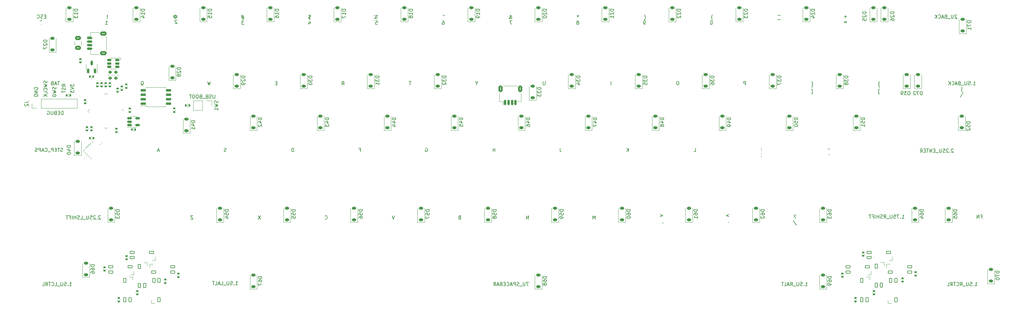
<source format=gbr>
%TF.GenerationSoftware,KiCad,Pcbnew,(7.0.0-0)*%
%TF.CreationDate,2023-06-03T23:19:53-07:00*%
%TF.ProjectId,popstar_plateless,706f7073-7461-4725-9f70-6c6174656c65,rev?*%
%TF.SameCoordinates,Original*%
%TF.FileFunction,Legend,Bot*%
%TF.FilePolarity,Positive*%
%FSLAX46Y46*%
G04 Gerber Fmt 4.6, Leading zero omitted, Abs format (unit mm)*
G04 Created by KiCad (PCBNEW (7.0.0-0)) date 2023-06-03 23:19:53*
%MOMM*%
%LPD*%
G01*
G04 APERTURE LIST*
G04 Aperture macros list*
%AMRoundRect*
0 Rectangle with rounded corners*
0 $1 Rounding radius*
0 $2 $3 $4 $5 $6 $7 $8 $9 X,Y pos of 4 corners*
0 Add a 4 corners polygon primitive as box body*
4,1,4,$2,$3,$4,$5,$6,$7,$8,$9,$2,$3,0*
0 Add four circle primitives for the rounded corners*
1,1,$1+$1,$2,$3*
1,1,$1+$1,$4,$5*
1,1,$1+$1,$6,$7*
1,1,$1+$1,$8,$9*
0 Add four rect primitives between the rounded corners*
20,1,$1+$1,$2,$3,$4,$5,0*
20,1,$1+$1,$4,$5,$6,$7,0*
20,1,$1+$1,$6,$7,$8,$9,0*
20,1,$1+$1,$8,$9,$2,$3,0*%
%AMRotRect*
0 Rectangle, with rotation*
0 The origin of the aperture is its center*
0 $1 length*
0 $2 width*
0 $3 Rotation angle, in degrees counterclockwise*
0 Add horizontal line*
21,1,$1,$2,0,0,$3*%
%AMFreePoly0*
4,1,18,-0.410000,0.593000,-0.403758,0.624380,-0.385983,0.650983,-0.359380,0.668758,-0.328000,0.675000,0.328000,0.675000,0.359380,0.668758,0.385983,0.650983,0.403758,0.624380,0.410000,0.593000,0.410000,-0.593000,0.403758,-0.624380,0.385983,-0.650983,0.359380,-0.668758,0.328000,-0.675000,0.000000,-0.675000,-0.410000,-0.265000,-0.410000,0.593000,-0.410000,0.593000,$1*%
G04 Aperture macros list end*
%ADD10C,0.150000*%
%ADD11C,0.120000*%
%ADD12C,1.750000*%
%ADD13C,3.987800*%
%ADD14C,2.300000*%
%ADD15C,3.048000*%
%ADD16C,4.000000*%
%ADD17RoundRect,0.140000X0.170000X-0.140000X0.170000X0.140000X-0.170000X0.140000X-0.170000X-0.140000X0*%
%ADD18RoundRect,0.140000X0.219203X0.021213X0.021213X0.219203X-0.219203X-0.021213X-0.021213X-0.219203X0*%
%ADD19R,1.700000X1.700000*%
%ADD20O,1.700000X1.700000*%
%ADD21RoundRect,0.225000X0.375000X-0.225000X0.375000X0.225000X-0.375000X0.225000X-0.375000X-0.225000X0*%
%ADD22RoundRect,0.150000X-0.650000X-0.150000X0.650000X-0.150000X0.650000X0.150000X-0.650000X0.150000X0*%
%ADD23RoundRect,0.200000X-0.275000X0.200000X-0.275000X-0.200000X0.275000X-0.200000X0.275000X0.200000X0*%
%ADD24RoundRect,0.150000X-0.150000X-0.625000X0.150000X-0.625000X0.150000X0.625000X-0.150000X0.625000X0*%
%ADD25RoundRect,0.250000X-0.350000X-0.650000X0.350000X-0.650000X0.350000X0.650000X-0.350000X0.650000X0*%
%ADD26RoundRect,0.140000X-0.170000X0.140000X-0.170000X-0.140000X0.170000X-0.140000X0.170000X0.140000X0*%
%ADD27RoundRect,0.050000X0.309359X-0.238649X-0.238649X0.309359X-0.309359X0.238649X0.238649X-0.309359X0*%
%ADD28RoundRect,0.050000X0.309359X0.238649X0.238649X0.309359X-0.309359X-0.238649X-0.238649X-0.309359X0*%
%ADD29RoundRect,0.144000X2.059095X0.000000X0.000000X2.059095X-2.059095X0.000000X0.000000X-2.059095X0*%
%ADD30RoundRect,0.150000X0.150000X-0.512500X0.150000X0.512500X-0.150000X0.512500X-0.150000X-0.512500X0*%
%ADD31RoundRect,0.082000X0.593000X-0.328000X0.593000X0.328000X-0.593000X0.328000X-0.593000X-0.328000X0*%
%ADD32FreePoly0,90.000000*%
%ADD33RoundRect,0.250000X-0.625000X0.375000X-0.625000X-0.375000X0.625000X-0.375000X0.625000X0.375000X0*%
%ADD34RoundRect,0.135000X-0.135000X-0.185000X0.135000X-0.185000X0.135000X0.185000X-0.135000X0.185000X0*%
%ADD35RoundRect,0.150000X-0.625000X0.150000X-0.625000X-0.150000X0.625000X-0.150000X0.625000X0.150000X0*%
%ADD36RoundRect,0.250000X-0.650000X0.350000X-0.650000X-0.350000X0.650000X-0.350000X0.650000X0.350000X0*%
%ADD37RoundRect,0.082000X-0.328000X-0.593000X0.328000X-0.593000X0.328000X0.593000X-0.328000X0.593000X0*%
%ADD38FreePoly0,0.000000*%
%ADD39RoundRect,0.082000X-0.593000X0.328000X-0.593000X-0.328000X0.593000X-0.328000X0.593000X0.328000X0*%
%ADD40FreePoly0,270.000000*%
%ADD41RoundRect,0.140000X-0.140000X-0.170000X0.140000X-0.170000X0.140000X0.170000X-0.140000X0.170000X0*%
%ADD42RoundRect,0.082000X0.328000X0.593000X-0.328000X0.593000X-0.328000X-0.593000X0.328000X-0.593000X0*%
%ADD43FreePoly0,180.000000*%
%ADD44RotRect,1.400000X1.200000X45.000000*%
%ADD45RoundRect,0.140000X0.140000X0.170000X-0.140000X0.170000X-0.140000X-0.170000X0.140000X-0.170000X0*%
%ADD46RoundRect,0.140000X-0.219203X-0.021213X-0.021213X-0.219203X0.219203X0.021213X0.021213X0.219203X0*%
%ADD47RoundRect,0.135000X0.135000X0.185000X-0.135000X0.185000X-0.135000X-0.185000X0.135000X-0.185000X0*%
%ADD48RoundRect,0.150000X0.475000X0.150000X-0.475000X0.150000X-0.475000X-0.150000X0.475000X-0.150000X0*%
%ADD49RoundRect,0.150000X-0.512500X-0.150000X0.512500X-0.150000X0.512500X0.150000X-0.512500X0.150000X0*%
G04 APERTURE END LIST*
D10*
X121940476Y-102187142D02*
X121988095Y-102234761D01*
X121988095Y-102234761D02*
X122130952Y-102282380D01*
X122130952Y-102282380D02*
X122226190Y-102282380D01*
X122226190Y-102282380D02*
X122369047Y-102234761D01*
X122369047Y-102234761D02*
X122464285Y-102139523D01*
X122464285Y-102139523D02*
X122511904Y-102044285D01*
X122511904Y-102044285D02*
X122559523Y-101853809D01*
X122559523Y-101853809D02*
X122559523Y-101710952D01*
X122559523Y-101710952D02*
X122511904Y-101520476D01*
X122511904Y-101520476D02*
X122464285Y-101425238D01*
X122464285Y-101425238D02*
X122369047Y-101330000D01*
X122369047Y-101330000D02*
X122226190Y-101282380D01*
X122226190Y-101282380D02*
X122130952Y-101282380D01*
X122130952Y-101282380D02*
X121988095Y-101330000D01*
X121988095Y-101330000D02*
X121940476Y-101377619D01*
X117809523Y-45114761D02*
X117666666Y-45162380D01*
X117666666Y-45162380D02*
X117428571Y-45162380D01*
X117428571Y-45162380D02*
X117333333Y-45114761D01*
X117333333Y-45114761D02*
X117285714Y-45067142D01*
X117285714Y-45067142D02*
X117238095Y-44971904D01*
X117238095Y-44971904D02*
X117238095Y-44876666D01*
X117238095Y-44876666D02*
X117285714Y-44781428D01*
X117285714Y-44781428D02*
X117333333Y-44733809D01*
X117333333Y-44733809D02*
X117428571Y-44686190D01*
X117428571Y-44686190D02*
X117619047Y-44638571D01*
X117619047Y-44638571D02*
X117714285Y-44590952D01*
X117714285Y-44590952D02*
X117761904Y-44543333D01*
X117761904Y-44543333D02*
X117809523Y-44448095D01*
X117809523Y-44448095D02*
X117809523Y-44352857D01*
X117809523Y-44352857D02*
X117761904Y-44257619D01*
X117761904Y-44257619D02*
X117714285Y-44210000D01*
X117714285Y-44210000D02*
X117619047Y-44162380D01*
X117619047Y-44162380D02*
X117380952Y-44162380D01*
X117380952Y-44162380D02*
X117238095Y-44210000D01*
X117523809Y-44019523D02*
X117523809Y-45305238D01*
X117333333Y-46115714D02*
X117333333Y-46782380D01*
X117571428Y-45734761D02*
X117809523Y-46449047D01*
X117809523Y-46449047D02*
X117190476Y-46449047D01*
X170261904Y-83032380D02*
X170261904Y-82032380D01*
X170261904Y-82508571D02*
X169690476Y-82508571D01*
X169690476Y-83032380D02*
X169690476Y-82032380D01*
X46404761Y-63032380D02*
X45833333Y-63032380D01*
X46119047Y-64032380D02*
X46119047Y-63032380D01*
X45547618Y-63746666D02*
X45071428Y-63746666D01*
X45642856Y-64032380D02*
X45309523Y-63032380D01*
X45309523Y-63032380D02*
X44976190Y-64032380D01*
X44309523Y-63508571D02*
X44166666Y-63556190D01*
X44166666Y-63556190D02*
X44119047Y-63603809D01*
X44119047Y-63603809D02*
X44071428Y-63699047D01*
X44071428Y-63699047D02*
X44071428Y-63841904D01*
X44071428Y-63841904D02*
X44119047Y-63937142D01*
X44119047Y-63937142D02*
X44166666Y-63984761D01*
X44166666Y-63984761D02*
X44261904Y-64032380D01*
X44261904Y-64032380D02*
X44642856Y-64032380D01*
X44642856Y-64032380D02*
X44642856Y-63032380D01*
X44642856Y-63032380D02*
X44309523Y-63032380D01*
X44309523Y-63032380D02*
X44214285Y-63080000D01*
X44214285Y-63080000D02*
X44166666Y-63127619D01*
X44166666Y-63127619D02*
X44119047Y-63222857D01*
X44119047Y-63222857D02*
X44119047Y-63318095D01*
X44119047Y-63318095D02*
X44166666Y-63413333D01*
X44166666Y-63413333D02*
X44214285Y-63460952D01*
X44214285Y-63460952D02*
X44309523Y-63508571D01*
X44309523Y-63508571D02*
X44642856Y-63508571D01*
X179857142Y-120282380D02*
X179190476Y-120282380D01*
X179190476Y-120282380D02*
X179619047Y-121282380D01*
X178809523Y-120282380D02*
X178809523Y-121091904D01*
X178809523Y-121091904D02*
X178761904Y-121187142D01*
X178761904Y-121187142D02*
X178714285Y-121234761D01*
X178714285Y-121234761D02*
X178619047Y-121282380D01*
X178619047Y-121282380D02*
X178428571Y-121282380D01*
X178428571Y-121282380D02*
X178333333Y-121234761D01*
X178333333Y-121234761D02*
X178285714Y-121187142D01*
X178285714Y-121187142D02*
X178238095Y-121091904D01*
X178238095Y-121091904D02*
X178238095Y-120282380D01*
X178000000Y-121377619D02*
X177238095Y-121377619D01*
X177047618Y-121234761D02*
X176904761Y-121282380D01*
X176904761Y-121282380D02*
X176666666Y-121282380D01*
X176666666Y-121282380D02*
X176571428Y-121234761D01*
X176571428Y-121234761D02*
X176523809Y-121187142D01*
X176523809Y-121187142D02*
X176476190Y-121091904D01*
X176476190Y-121091904D02*
X176476190Y-120996666D01*
X176476190Y-120996666D02*
X176523809Y-120901428D01*
X176523809Y-120901428D02*
X176571428Y-120853809D01*
X176571428Y-120853809D02*
X176666666Y-120806190D01*
X176666666Y-120806190D02*
X176857142Y-120758571D01*
X176857142Y-120758571D02*
X176952380Y-120710952D01*
X176952380Y-120710952D02*
X176999999Y-120663333D01*
X176999999Y-120663333D02*
X177047618Y-120568095D01*
X177047618Y-120568095D02*
X177047618Y-120472857D01*
X177047618Y-120472857D02*
X176999999Y-120377619D01*
X176999999Y-120377619D02*
X176952380Y-120330000D01*
X176952380Y-120330000D02*
X176857142Y-120282380D01*
X176857142Y-120282380D02*
X176619047Y-120282380D01*
X176619047Y-120282380D02*
X176476190Y-120330000D01*
X176047618Y-121282380D02*
X176047618Y-120282380D01*
X176047618Y-120282380D02*
X175666666Y-120282380D01*
X175666666Y-120282380D02*
X175571428Y-120330000D01*
X175571428Y-120330000D02*
X175523809Y-120377619D01*
X175523809Y-120377619D02*
X175476190Y-120472857D01*
X175476190Y-120472857D02*
X175476190Y-120615714D01*
X175476190Y-120615714D02*
X175523809Y-120710952D01*
X175523809Y-120710952D02*
X175571428Y-120758571D01*
X175571428Y-120758571D02*
X175666666Y-120806190D01*
X175666666Y-120806190D02*
X176047618Y-120806190D01*
X175095237Y-120996666D02*
X174619047Y-120996666D01*
X175190475Y-121282380D02*
X174857142Y-120282380D01*
X174857142Y-120282380D02*
X174523809Y-121282380D01*
X173619047Y-121187142D02*
X173666666Y-121234761D01*
X173666666Y-121234761D02*
X173809523Y-121282380D01*
X173809523Y-121282380D02*
X173904761Y-121282380D01*
X173904761Y-121282380D02*
X174047618Y-121234761D01*
X174047618Y-121234761D02*
X174142856Y-121139523D01*
X174142856Y-121139523D02*
X174190475Y-121044285D01*
X174190475Y-121044285D02*
X174238094Y-120853809D01*
X174238094Y-120853809D02*
X174238094Y-120710952D01*
X174238094Y-120710952D02*
X174190475Y-120520476D01*
X174190475Y-120520476D02*
X174142856Y-120425238D01*
X174142856Y-120425238D02*
X174047618Y-120330000D01*
X174047618Y-120330000D02*
X173904761Y-120282380D01*
X173904761Y-120282380D02*
X173809523Y-120282380D01*
X173809523Y-120282380D02*
X173666666Y-120330000D01*
X173666666Y-120330000D02*
X173619047Y-120377619D01*
X173190475Y-120758571D02*
X172857142Y-120758571D01*
X172714285Y-121282380D02*
X173190475Y-121282380D01*
X173190475Y-121282380D02*
X173190475Y-120282380D01*
X173190475Y-120282380D02*
X172714285Y-120282380D01*
X171952380Y-120758571D02*
X171809523Y-120806190D01*
X171809523Y-120806190D02*
X171761904Y-120853809D01*
X171761904Y-120853809D02*
X171714285Y-120949047D01*
X171714285Y-120949047D02*
X171714285Y-121091904D01*
X171714285Y-121091904D02*
X171761904Y-121187142D01*
X171761904Y-121187142D02*
X171809523Y-121234761D01*
X171809523Y-121234761D02*
X171904761Y-121282380D01*
X171904761Y-121282380D02*
X172285713Y-121282380D01*
X172285713Y-121282380D02*
X172285713Y-120282380D01*
X172285713Y-120282380D02*
X171952380Y-120282380D01*
X171952380Y-120282380D02*
X171857142Y-120330000D01*
X171857142Y-120330000D02*
X171809523Y-120377619D01*
X171809523Y-120377619D02*
X171761904Y-120472857D01*
X171761904Y-120472857D02*
X171761904Y-120568095D01*
X171761904Y-120568095D02*
X171809523Y-120663333D01*
X171809523Y-120663333D02*
X171857142Y-120710952D01*
X171857142Y-120710952D02*
X171952380Y-120758571D01*
X171952380Y-120758571D02*
X172285713Y-120758571D01*
X171333332Y-120996666D02*
X170857142Y-120996666D01*
X171428570Y-121282380D02*
X171095237Y-120282380D01*
X171095237Y-120282380D02*
X170761904Y-121282380D01*
X169857142Y-121282380D02*
X170190475Y-120806190D01*
X170428570Y-121282380D02*
X170428570Y-120282380D01*
X170428570Y-120282380D02*
X170047618Y-120282380D01*
X170047618Y-120282380D02*
X169952380Y-120330000D01*
X169952380Y-120330000D02*
X169904761Y-120377619D01*
X169904761Y-120377619D02*
X169857142Y-120472857D01*
X169857142Y-120472857D02*
X169857142Y-120615714D01*
X169857142Y-120615714D02*
X169904761Y-120710952D01*
X169904761Y-120710952D02*
X169952380Y-120758571D01*
X169952380Y-120758571D02*
X170047618Y-120806190D01*
X170047618Y-120806190D02*
X170428570Y-120806190D01*
X179761904Y-102282380D02*
X179761904Y-101282380D01*
X179761904Y-101282380D02*
X179190476Y-102282380D01*
X179190476Y-102282380D02*
X179190476Y-101282380D01*
X193869047Y-44162380D02*
X193869047Y-44400476D01*
X194107142Y-44305238D02*
X193869047Y-44400476D01*
X193869047Y-44400476D02*
X193630952Y-44305238D01*
X194011904Y-44590952D02*
X193869047Y-44400476D01*
X193869047Y-44400476D02*
X193726190Y-44590952D01*
X193869047Y-46210952D02*
X193964285Y-46163333D01*
X193964285Y-46163333D02*
X194011904Y-46115714D01*
X194011904Y-46115714D02*
X194059523Y-46020476D01*
X194059523Y-46020476D02*
X194059523Y-45972857D01*
X194059523Y-45972857D02*
X194011904Y-45877619D01*
X194011904Y-45877619D02*
X193964285Y-45830000D01*
X193964285Y-45830000D02*
X193869047Y-45782380D01*
X193869047Y-45782380D02*
X193678571Y-45782380D01*
X193678571Y-45782380D02*
X193583333Y-45830000D01*
X193583333Y-45830000D02*
X193535714Y-45877619D01*
X193535714Y-45877619D02*
X193488095Y-45972857D01*
X193488095Y-45972857D02*
X193488095Y-46020476D01*
X193488095Y-46020476D02*
X193535714Y-46115714D01*
X193535714Y-46115714D02*
X193583333Y-46163333D01*
X193583333Y-46163333D02*
X193678571Y-46210952D01*
X193678571Y-46210952D02*
X193869047Y-46210952D01*
X193869047Y-46210952D02*
X193964285Y-46258571D01*
X193964285Y-46258571D02*
X194011904Y-46306190D01*
X194011904Y-46306190D02*
X194059523Y-46401428D01*
X194059523Y-46401428D02*
X194059523Y-46591904D01*
X194059523Y-46591904D02*
X194011904Y-46687142D01*
X194011904Y-46687142D02*
X193964285Y-46734761D01*
X193964285Y-46734761D02*
X193869047Y-46782380D01*
X193869047Y-46782380D02*
X193678571Y-46782380D01*
X193678571Y-46782380D02*
X193583333Y-46734761D01*
X193583333Y-46734761D02*
X193535714Y-46687142D01*
X193535714Y-46687142D02*
X193488095Y-46591904D01*
X193488095Y-46591904D02*
X193488095Y-46401428D01*
X193488095Y-46401428D02*
X193535714Y-46306190D01*
X193535714Y-46306190D02*
X193583333Y-46258571D01*
X193583333Y-46258571D02*
X193678571Y-46210952D01*
X222321428Y-63032380D02*
X222130952Y-63032380D01*
X222130952Y-63032380D02*
X222035714Y-63080000D01*
X222035714Y-63080000D02*
X221940476Y-63175238D01*
X221940476Y-63175238D02*
X221892857Y-63365714D01*
X221892857Y-63365714D02*
X221892857Y-63699047D01*
X221892857Y-63699047D02*
X221940476Y-63889523D01*
X221940476Y-63889523D02*
X222035714Y-63984761D01*
X222035714Y-63984761D02*
X222130952Y-64032380D01*
X222130952Y-64032380D02*
X222321428Y-64032380D01*
X222321428Y-64032380D02*
X222416666Y-63984761D01*
X222416666Y-63984761D02*
X222511904Y-63889523D01*
X222511904Y-63889523D02*
X222559523Y-63699047D01*
X222559523Y-63699047D02*
X222559523Y-63365714D01*
X222559523Y-63365714D02*
X222511904Y-63175238D01*
X222511904Y-63175238D02*
X222416666Y-63080000D01*
X222416666Y-63080000D02*
X222321428Y-63032380D01*
X69595238Y-64127619D02*
X69690476Y-64080000D01*
X69690476Y-64080000D02*
X69785714Y-63984761D01*
X69785714Y-63984761D02*
X69928571Y-63841904D01*
X69928571Y-63841904D02*
X70023809Y-63794285D01*
X70023809Y-63794285D02*
X70119047Y-63794285D01*
X70071428Y-64032380D02*
X70166666Y-63984761D01*
X70166666Y-63984761D02*
X70261904Y-63889523D01*
X70261904Y-63889523D02*
X70309523Y-63699047D01*
X70309523Y-63699047D02*
X70309523Y-63365714D01*
X70309523Y-63365714D02*
X70261904Y-63175238D01*
X70261904Y-63175238D02*
X70166666Y-63080000D01*
X70166666Y-63080000D02*
X70071428Y-63032380D01*
X70071428Y-63032380D02*
X69880952Y-63032380D01*
X69880952Y-63032380D02*
X69785714Y-63080000D01*
X69785714Y-63080000D02*
X69690476Y-63175238D01*
X69690476Y-63175238D02*
X69642857Y-63365714D01*
X69642857Y-63365714D02*
X69642857Y-63699047D01*
X69642857Y-63699047D02*
X69690476Y-63889523D01*
X69690476Y-63889523D02*
X69785714Y-63984761D01*
X69785714Y-63984761D02*
X69880952Y-64032380D01*
X69880952Y-64032380D02*
X70071428Y-64032380D01*
X160178571Y-101758571D02*
X160035714Y-101806190D01*
X160035714Y-101806190D02*
X159988095Y-101853809D01*
X159988095Y-101853809D02*
X159940476Y-101949047D01*
X159940476Y-101949047D02*
X159940476Y-102091904D01*
X159940476Y-102091904D02*
X159988095Y-102187142D01*
X159988095Y-102187142D02*
X160035714Y-102234761D01*
X160035714Y-102234761D02*
X160130952Y-102282380D01*
X160130952Y-102282380D02*
X160511904Y-102282380D01*
X160511904Y-102282380D02*
X160511904Y-101282380D01*
X160511904Y-101282380D02*
X160178571Y-101282380D01*
X160178571Y-101282380D02*
X160083333Y-101330000D01*
X160083333Y-101330000D02*
X160035714Y-101377619D01*
X160035714Y-101377619D02*
X159988095Y-101472857D01*
X159988095Y-101472857D02*
X159988095Y-101568095D01*
X159988095Y-101568095D02*
X160035714Y-101663333D01*
X160035714Y-101663333D02*
X160083333Y-101710952D01*
X160083333Y-101710952D02*
X160178571Y-101758571D01*
X160178571Y-101758571D02*
X160511904Y-101758571D01*
X131678571Y-82508571D02*
X132011904Y-82508571D01*
X132011904Y-83032380D02*
X132011904Y-82032380D01*
X132011904Y-82032380D02*
X131535714Y-82032380D01*
X188726190Y-82032380D02*
X188726190Y-82746666D01*
X188726190Y-82746666D02*
X188773809Y-82889523D01*
X188773809Y-82889523D02*
X188869047Y-82984761D01*
X188869047Y-82984761D02*
X189011904Y-83032380D01*
X189011904Y-83032380D02*
X189107142Y-83032380D01*
X241511904Y-64032380D02*
X241511904Y-63032380D01*
X241511904Y-63032380D02*
X241130952Y-63032380D01*
X241130952Y-63032380D02*
X241035714Y-63080000D01*
X241035714Y-63080000D02*
X240988095Y-63127619D01*
X240988095Y-63127619D02*
X240940476Y-63222857D01*
X240940476Y-63222857D02*
X240940476Y-63365714D01*
X240940476Y-63365714D02*
X240988095Y-63460952D01*
X240988095Y-63460952D02*
X241035714Y-63508571D01*
X241035714Y-63508571D02*
X241130952Y-63556190D01*
X241130952Y-63556190D02*
X241511904Y-63556190D01*
X260309523Y-64663333D02*
X260357142Y-64663333D01*
X260357142Y-64663333D02*
X260452380Y-64615714D01*
X260452380Y-64615714D02*
X260499999Y-64520476D01*
X260499999Y-64520476D02*
X260499999Y-64044285D01*
X260499999Y-64044285D02*
X260547618Y-63949047D01*
X260547618Y-63949047D02*
X260642856Y-63901428D01*
X260642856Y-63901428D02*
X260547618Y-63853809D01*
X260547618Y-63853809D02*
X260499999Y-63758571D01*
X260499999Y-63758571D02*
X260499999Y-63282380D01*
X260499999Y-63282380D02*
X260452380Y-63187142D01*
X260452380Y-63187142D02*
X260357142Y-63139523D01*
X260357142Y-63139523D02*
X260309523Y-63139523D01*
X306261904Y-64042380D02*
X306833332Y-64042380D01*
X306547618Y-64042380D02*
X306547618Y-63042380D01*
X306547618Y-63042380D02*
X306642856Y-63185238D01*
X306642856Y-63185238D02*
X306738094Y-63280476D01*
X306738094Y-63280476D02*
X306833332Y-63328095D01*
X305833332Y-63947142D02*
X305785713Y-63994761D01*
X305785713Y-63994761D02*
X305833332Y-64042380D01*
X305833332Y-64042380D02*
X305880951Y-63994761D01*
X305880951Y-63994761D02*
X305833332Y-63947142D01*
X305833332Y-63947142D02*
X305833332Y-64042380D01*
X304880952Y-63042380D02*
X305357142Y-63042380D01*
X305357142Y-63042380D02*
X305404761Y-63518571D01*
X305404761Y-63518571D02*
X305357142Y-63470952D01*
X305357142Y-63470952D02*
X305261904Y-63423333D01*
X305261904Y-63423333D02*
X305023809Y-63423333D01*
X305023809Y-63423333D02*
X304928571Y-63470952D01*
X304928571Y-63470952D02*
X304880952Y-63518571D01*
X304880952Y-63518571D02*
X304833333Y-63613809D01*
X304833333Y-63613809D02*
X304833333Y-63851904D01*
X304833333Y-63851904D02*
X304880952Y-63947142D01*
X304880952Y-63947142D02*
X304928571Y-63994761D01*
X304928571Y-63994761D02*
X305023809Y-64042380D01*
X305023809Y-64042380D02*
X305261904Y-64042380D01*
X305261904Y-64042380D02*
X305357142Y-63994761D01*
X305357142Y-63994761D02*
X305404761Y-63947142D01*
X304404761Y-63042380D02*
X304404761Y-63851904D01*
X304404761Y-63851904D02*
X304357142Y-63947142D01*
X304357142Y-63947142D02*
X304309523Y-63994761D01*
X304309523Y-63994761D02*
X304214285Y-64042380D01*
X304214285Y-64042380D02*
X304023809Y-64042380D01*
X304023809Y-64042380D02*
X303928571Y-63994761D01*
X303928571Y-63994761D02*
X303880952Y-63947142D01*
X303880952Y-63947142D02*
X303833333Y-63851904D01*
X303833333Y-63851904D02*
X303833333Y-63042380D01*
X303595238Y-64137619D02*
X302833333Y-64137619D01*
X302261904Y-63518571D02*
X302119047Y-63566190D01*
X302119047Y-63566190D02*
X302071428Y-63613809D01*
X302071428Y-63613809D02*
X302023809Y-63709047D01*
X302023809Y-63709047D02*
X302023809Y-63851904D01*
X302023809Y-63851904D02*
X302071428Y-63947142D01*
X302071428Y-63947142D02*
X302119047Y-63994761D01*
X302119047Y-63994761D02*
X302214285Y-64042380D01*
X302214285Y-64042380D02*
X302595237Y-64042380D01*
X302595237Y-64042380D02*
X302595237Y-63042380D01*
X302595237Y-63042380D02*
X302261904Y-63042380D01*
X302261904Y-63042380D02*
X302166666Y-63090000D01*
X302166666Y-63090000D02*
X302119047Y-63137619D01*
X302119047Y-63137619D02*
X302071428Y-63232857D01*
X302071428Y-63232857D02*
X302071428Y-63328095D01*
X302071428Y-63328095D02*
X302119047Y-63423333D01*
X302119047Y-63423333D02*
X302166666Y-63470952D01*
X302166666Y-63470952D02*
X302261904Y-63518571D01*
X302261904Y-63518571D02*
X302595237Y-63518571D01*
X301642856Y-63756666D02*
X301166666Y-63756666D01*
X301738094Y-64042380D02*
X301404761Y-63042380D01*
X301404761Y-63042380D02*
X301071428Y-64042380D01*
X300166666Y-63947142D02*
X300214285Y-63994761D01*
X300214285Y-63994761D02*
X300357142Y-64042380D01*
X300357142Y-64042380D02*
X300452380Y-64042380D01*
X300452380Y-64042380D02*
X300595237Y-63994761D01*
X300595237Y-63994761D02*
X300690475Y-63899523D01*
X300690475Y-63899523D02*
X300738094Y-63804285D01*
X300738094Y-63804285D02*
X300785713Y-63613809D01*
X300785713Y-63613809D02*
X300785713Y-63470952D01*
X300785713Y-63470952D02*
X300738094Y-63280476D01*
X300738094Y-63280476D02*
X300690475Y-63185238D01*
X300690475Y-63185238D02*
X300595237Y-63090000D01*
X300595237Y-63090000D02*
X300452380Y-63042380D01*
X300452380Y-63042380D02*
X300357142Y-63042380D01*
X300357142Y-63042380D02*
X300214285Y-63090000D01*
X300214285Y-63090000D02*
X300166666Y-63137619D01*
X299738094Y-64042380D02*
X299738094Y-63042380D01*
X299166666Y-64042380D02*
X299595237Y-63470952D01*
X299166666Y-63042380D02*
X299738094Y-63613809D01*
X302999999Y-65995714D02*
X302999999Y-64567142D01*
X303428571Y-66187142D02*
X302571428Y-67472857D01*
X126690476Y-64032380D02*
X127023809Y-63556190D01*
X127261904Y-64032380D02*
X127261904Y-63032380D01*
X127261904Y-63032380D02*
X126880952Y-63032380D01*
X126880952Y-63032380D02*
X126785714Y-63080000D01*
X126785714Y-63080000D02*
X126738095Y-63127619D01*
X126738095Y-63127619D02*
X126690476Y-63222857D01*
X126690476Y-63222857D02*
X126690476Y-63365714D01*
X126690476Y-63365714D02*
X126738095Y-63460952D01*
X126738095Y-63460952D02*
X126785714Y-63508571D01*
X126785714Y-63508571D02*
X126880952Y-63556190D01*
X126880952Y-63556190D02*
X127261904Y-63556190D01*
X265309523Y-82162380D02*
X265309523Y-82352857D01*
X264928571Y-82162380D02*
X264928571Y-82352857D01*
X265214285Y-83782380D02*
X265309523Y-83972857D01*
X58059523Y-101377619D02*
X58011904Y-101330000D01*
X58011904Y-101330000D02*
X57916666Y-101282380D01*
X57916666Y-101282380D02*
X57678571Y-101282380D01*
X57678571Y-101282380D02*
X57583333Y-101330000D01*
X57583333Y-101330000D02*
X57535714Y-101377619D01*
X57535714Y-101377619D02*
X57488095Y-101472857D01*
X57488095Y-101472857D02*
X57488095Y-101568095D01*
X57488095Y-101568095D02*
X57535714Y-101710952D01*
X57535714Y-101710952D02*
X58107142Y-102282380D01*
X58107142Y-102282380D02*
X57488095Y-102282380D01*
X57059523Y-102187142D02*
X57011904Y-102234761D01*
X57011904Y-102234761D02*
X57059523Y-102282380D01*
X57059523Y-102282380D02*
X57107142Y-102234761D01*
X57107142Y-102234761D02*
X57059523Y-102187142D01*
X57059523Y-102187142D02*
X57059523Y-102282380D01*
X56630952Y-101377619D02*
X56583333Y-101330000D01*
X56583333Y-101330000D02*
X56488095Y-101282380D01*
X56488095Y-101282380D02*
X56250000Y-101282380D01*
X56250000Y-101282380D02*
X56154762Y-101330000D01*
X56154762Y-101330000D02*
X56107143Y-101377619D01*
X56107143Y-101377619D02*
X56059524Y-101472857D01*
X56059524Y-101472857D02*
X56059524Y-101568095D01*
X56059524Y-101568095D02*
X56107143Y-101710952D01*
X56107143Y-101710952D02*
X56678571Y-102282380D01*
X56678571Y-102282380D02*
X56059524Y-102282380D01*
X55154762Y-101282380D02*
X55630952Y-101282380D01*
X55630952Y-101282380D02*
X55678571Y-101758571D01*
X55678571Y-101758571D02*
X55630952Y-101710952D01*
X55630952Y-101710952D02*
X55535714Y-101663333D01*
X55535714Y-101663333D02*
X55297619Y-101663333D01*
X55297619Y-101663333D02*
X55202381Y-101710952D01*
X55202381Y-101710952D02*
X55154762Y-101758571D01*
X55154762Y-101758571D02*
X55107143Y-101853809D01*
X55107143Y-101853809D02*
X55107143Y-102091904D01*
X55107143Y-102091904D02*
X55154762Y-102187142D01*
X55154762Y-102187142D02*
X55202381Y-102234761D01*
X55202381Y-102234761D02*
X55297619Y-102282380D01*
X55297619Y-102282380D02*
X55535714Y-102282380D01*
X55535714Y-102282380D02*
X55630952Y-102234761D01*
X55630952Y-102234761D02*
X55678571Y-102187142D01*
X54678571Y-101282380D02*
X54678571Y-102091904D01*
X54678571Y-102091904D02*
X54630952Y-102187142D01*
X54630952Y-102187142D02*
X54583333Y-102234761D01*
X54583333Y-102234761D02*
X54488095Y-102282380D01*
X54488095Y-102282380D02*
X54297619Y-102282380D01*
X54297619Y-102282380D02*
X54202381Y-102234761D01*
X54202381Y-102234761D02*
X54154762Y-102187142D01*
X54154762Y-102187142D02*
X54107143Y-102091904D01*
X54107143Y-102091904D02*
X54107143Y-101282380D01*
X53869048Y-102377619D02*
X53107143Y-102377619D01*
X52392857Y-102282380D02*
X52869047Y-102282380D01*
X52869047Y-102282380D02*
X52869047Y-101282380D01*
X52107142Y-102234761D02*
X51964285Y-102282380D01*
X51964285Y-102282380D02*
X51726190Y-102282380D01*
X51726190Y-102282380D02*
X51630952Y-102234761D01*
X51630952Y-102234761D02*
X51583333Y-102187142D01*
X51583333Y-102187142D02*
X51535714Y-102091904D01*
X51535714Y-102091904D02*
X51535714Y-101996666D01*
X51535714Y-101996666D02*
X51583333Y-101901428D01*
X51583333Y-101901428D02*
X51630952Y-101853809D01*
X51630952Y-101853809D02*
X51726190Y-101806190D01*
X51726190Y-101806190D02*
X51916666Y-101758571D01*
X51916666Y-101758571D02*
X52011904Y-101710952D01*
X52011904Y-101710952D02*
X52059523Y-101663333D01*
X52059523Y-101663333D02*
X52107142Y-101568095D01*
X52107142Y-101568095D02*
X52107142Y-101472857D01*
X52107142Y-101472857D02*
X52059523Y-101377619D01*
X52059523Y-101377619D02*
X52011904Y-101330000D01*
X52011904Y-101330000D02*
X51916666Y-101282380D01*
X51916666Y-101282380D02*
X51678571Y-101282380D01*
X51678571Y-101282380D02*
X51535714Y-101330000D01*
X51107142Y-102282380D02*
X51107142Y-101282380D01*
X51107142Y-101758571D02*
X50535714Y-101758571D01*
X50535714Y-102282380D02*
X50535714Y-101282380D01*
X50059523Y-102282380D02*
X50059523Y-101282380D01*
X49250000Y-101758571D02*
X49583333Y-101758571D01*
X49583333Y-102282380D02*
X49583333Y-101282380D01*
X49583333Y-101282380D02*
X49107143Y-101282380D01*
X48869047Y-101282380D02*
X48297619Y-101282380D01*
X48583333Y-102282380D02*
X48583333Y-101282380D01*
X93809523Y-82984761D02*
X93666666Y-83032380D01*
X93666666Y-83032380D02*
X93428571Y-83032380D01*
X93428571Y-83032380D02*
X93333333Y-82984761D01*
X93333333Y-82984761D02*
X93285714Y-82937142D01*
X93285714Y-82937142D02*
X93238095Y-82841904D01*
X93238095Y-82841904D02*
X93238095Y-82746666D01*
X93238095Y-82746666D02*
X93285714Y-82651428D01*
X93285714Y-82651428D02*
X93333333Y-82603809D01*
X93333333Y-82603809D02*
X93428571Y-82556190D01*
X93428571Y-82556190D02*
X93619047Y-82508571D01*
X93619047Y-82508571D02*
X93714285Y-82460952D01*
X93714285Y-82460952D02*
X93761904Y-82413333D01*
X93761904Y-82413333D02*
X93809523Y-82318095D01*
X93809523Y-82318095D02*
X93809523Y-82222857D01*
X93809523Y-82222857D02*
X93761904Y-82127619D01*
X93761904Y-82127619D02*
X93714285Y-82080000D01*
X93714285Y-82080000D02*
X93619047Y-82032380D01*
X93619047Y-82032380D02*
X93380952Y-82032380D01*
X93380952Y-82032380D02*
X93238095Y-82080000D01*
X258488095Y-121282380D02*
X259059523Y-121282380D01*
X258773809Y-121282380D02*
X258773809Y-120282380D01*
X258773809Y-120282380D02*
X258869047Y-120425238D01*
X258869047Y-120425238D02*
X258964285Y-120520476D01*
X258964285Y-120520476D02*
X259059523Y-120568095D01*
X258059523Y-121187142D02*
X258011904Y-121234761D01*
X258011904Y-121234761D02*
X258059523Y-121282380D01*
X258059523Y-121282380D02*
X258107142Y-121234761D01*
X258107142Y-121234761D02*
X258059523Y-121187142D01*
X258059523Y-121187142D02*
X258059523Y-121282380D01*
X257107143Y-120282380D02*
X257583333Y-120282380D01*
X257583333Y-120282380D02*
X257630952Y-120758571D01*
X257630952Y-120758571D02*
X257583333Y-120710952D01*
X257583333Y-120710952D02*
X257488095Y-120663333D01*
X257488095Y-120663333D02*
X257250000Y-120663333D01*
X257250000Y-120663333D02*
X257154762Y-120710952D01*
X257154762Y-120710952D02*
X257107143Y-120758571D01*
X257107143Y-120758571D02*
X257059524Y-120853809D01*
X257059524Y-120853809D02*
X257059524Y-121091904D01*
X257059524Y-121091904D02*
X257107143Y-121187142D01*
X257107143Y-121187142D02*
X257154762Y-121234761D01*
X257154762Y-121234761D02*
X257250000Y-121282380D01*
X257250000Y-121282380D02*
X257488095Y-121282380D01*
X257488095Y-121282380D02*
X257583333Y-121234761D01*
X257583333Y-121234761D02*
X257630952Y-121187142D01*
X256630952Y-120282380D02*
X256630952Y-121091904D01*
X256630952Y-121091904D02*
X256583333Y-121187142D01*
X256583333Y-121187142D02*
X256535714Y-121234761D01*
X256535714Y-121234761D02*
X256440476Y-121282380D01*
X256440476Y-121282380D02*
X256250000Y-121282380D01*
X256250000Y-121282380D02*
X256154762Y-121234761D01*
X256154762Y-121234761D02*
X256107143Y-121187142D01*
X256107143Y-121187142D02*
X256059524Y-121091904D01*
X256059524Y-121091904D02*
X256059524Y-120282380D01*
X255821429Y-121377619D02*
X255059524Y-121377619D01*
X254250000Y-121282380D02*
X254583333Y-120806190D01*
X254821428Y-121282380D02*
X254821428Y-120282380D01*
X254821428Y-120282380D02*
X254440476Y-120282380D01*
X254440476Y-120282380D02*
X254345238Y-120330000D01*
X254345238Y-120330000D02*
X254297619Y-120377619D01*
X254297619Y-120377619D02*
X254250000Y-120472857D01*
X254250000Y-120472857D02*
X254250000Y-120615714D01*
X254250000Y-120615714D02*
X254297619Y-120710952D01*
X254297619Y-120710952D02*
X254345238Y-120758571D01*
X254345238Y-120758571D02*
X254440476Y-120806190D01*
X254440476Y-120806190D02*
X254821428Y-120806190D01*
X253869047Y-120996666D02*
X253392857Y-120996666D01*
X253964285Y-121282380D02*
X253630952Y-120282380D01*
X253630952Y-120282380D02*
X253297619Y-121282380D01*
X252488095Y-121282380D02*
X252964285Y-121282380D01*
X252964285Y-121282380D02*
X252964285Y-120282380D01*
X252297618Y-120282380D02*
X251726190Y-120282380D01*
X252011904Y-121282380D02*
X252011904Y-120282380D01*
X260226190Y-66615714D02*
X260464285Y-66615714D01*
X260464285Y-66615714D02*
X260464285Y-65187142D01*
X260464285Y-65187142D02*
X260226190Y-65187142D01*
X251380952Y-44257619D02*
X250619047Y-44257619D01*
X251380951Y-45401428D02*
X250619047Y-45401428D01*
X42511904Y-44508571D02*
X42178571Y-44508571D01*
X42035714Y-45032380D02*
X42511904Y-45032380D01*
X42511904Y-45032380D02*
X42511904Y-44032380D01*
X42511904Y-44032380D02*
X42035714Y-44032380D01*
X41654761Y-44984761D02*
X41511904Y-45032380D01*
X41511904Y-45032380D02*
X41273809Y-45032380D01*
X41273809Y-45032380D02*
X41178571Y-44984761D01*
X41178571Y-44984761D02*
X41130952Y-44937142D01*
X41130952Y-44937142D02*
X41083333Y-44841904D01*
X41083333Y-44841904D02*
X41083333Y-44746666D01*
X41083333Y-44746666D02*
X41130952Y-44651428D01*
X41130952Y-44651428D02*
X41178571Y-44603809D01*
X41178571Y-44603809D02*
X41273809Y-44556190D01*
X41273809Y-44556190D02*
X41464285Y-44508571D01*
X41464285Y-44508571D02*
X41559523Y-44460952D01*
X41559523Y-44460952D02*
X41607142Y-44413333D01*
X41607142Y-44413333D02*
X41654761Y-44318095D01*
X41654761Y-44318095D02*
X41654761Y-44222857D01*
X41654761Y-44222857D02*
X41607142Y-44127619D01*
X41607142Y-44127619D02*
X41559523Y-44080000D01*
X41559523Y-44080000D02*
X41464285Y-44032380D01*
X41464285Y-44032380D02*
X41226190Y-44032380D01*
X41226190Y-44032380D02*
X41083333Y-44080000D01*
X40083333Y-44937142D02*
X40130952Y-44984761D01*
X40130952Y-44984761D02*
X40273809Y-45032380D01*
X40273809Y-45032380D02*
X40369047Y-45032380D01*
X40369047Y-45032380D02*
X40511904Y-44984761D01*
X40511904Y-44984761D02*
X40607142Y-44889523D01*
X40607142Y-44889523D02*
X40654761Y-44794285D01*
X40654761Y-44794285D02*
X40702380Y-44603809D01*
X40702380Y-44603809D02*
X40702380Y-44460952D01*
X40702380Y-44460952D02*
X40654761Y-44270476D01*
X40654761Y-44270476D02*
X40607142Y-44175238D01*
X40607142Y-44175238D02*
X40511904Y-44080000D01*
X40511904Y-44080000D02*
X40369047Y-44032380D01*
X40369047Y-44032380D02*
X40273809Y-44032380D01*
X40273809Y-44032380D02*
X40130952Y-44080000D01*
X40130952Y-44080000D02*
X40083333Y-44127619D01*
X279607142Y-64663333D02*
X279559523Y-64663333D01*
X279559523Y-64663333D02*
X279464285Y-64615714D01*
X279464285Y-64615714D02*
X279416666Y-64520476D01*
X279416666Y-64520476D02*
X279416666Y-64044285D01*
X279416666Y-64044285D02*
X279369047Y-63949047D01*
X279369047Y-63949047D02*
X279273809Y-63901428D01*
X279273809Y-63901428D02*
X279369047Y-63853809D01*
X279369047Y-63853809D02*
X279416666Y-63758571D01*
X279416666Y-63758571D02*
X279416666Y-63282380D01*
X279416666Y-63282380D02*
X279464285Y-63187142D01*
X279464285Y-63187142D02*
X279559523Y-63139523D01*
X279559523Y-63139523D02*
X279607142Y-63139523D01*
X113011904Y-83032380D02*
X113011904Y-82032380D01*
X113011904Y-82032380D02*
X112773809Y-82032380D01*
X112773809Y-82032380D02*
X112630952Y-82080000D01*
X112630952Y-82080000D02*
X112535714Y-82175238D01*
X112535714Y-82175238D02*
X112488095Y-82270476D01*
X112488095Y-82270476D02*
X112440476Y-82460952D01*
X112440476Y-82460952D02*
X112440476Y-82603809D01*
X112440476Y-82603809D02*
X112488095Y-82794285D01*
X112488095Y-82794285D02*
X112535714Y-82889523D01*
X112535714Y-82889523D02*
X112630952Y-82984761D01*
X112630952Y-82984761D02*
X112773809Y-83032380D01*
X112773809Y-83032380D02*
X113011904Y-83032380D01*
X155904761Y-44257619D02*
X155714285Y-44114761D01*
X155714285Y-44114761D02*
X155523809Y-44257619D01*
X155333333Y-45782380D02*
X155523809Y-45782380D01*
X155523809Y-45782380D02*
X155619047Y-45830000D01*
X155619047Y-45830000D02*
X155666666Y-45877619D01*
X155666666Y-45877619D02*
X155761904Y-46020476D01*
X155761904Y-46020476D02*
X155809523Y-46210952D01*
X155809523Y-46210952D02*
X155809523Y-46591904D01*
X155809523Y-46591904D02*
X155761904Y-46687142D01*
X155761904Y-46687142D02*
X155714285Y-46734761D01*
X155714285Y-46734761D02*
X155619047Y-46782380D01*
X155619047Y-46782380D02*
X155428571Y-46782380D01*
X155428571Y-46782380D02*
X155333333Y-46734761D01*
X155333333Y-46734761D02*
X155285714Y-46687142D01*
X155285714Y-46687142D02*
X155238095Y-46591904D01*
X155238095Y-46591904D02*
X155238095Y-46353809D01*
X155238095Y-46353809D02*
X155285714Y-46258571D01*
X155285714Y-46258571D02*
X155333333Y-46210952D01*
X155333333Y-46210952D02*
X155428571Y-46163333D01*
X155428571Y-46163333D02*
X155619047Y-46163333D01*
X155619047Y-46163333D02*
X155714285Y-46210952D01*
X155714285Y-46210952D02*
X155761904Y-46258571D01*
X155761904Y-46258571D02*
X155809523Y-46353809D01*
X184511904Y-63032380D02*
X184511904Y-63841904D01*
X184511904Y-63841904D02*
X184464285Y-63937142D01*
X184464285Y-63937142D02*
X184416666Y-63984761D01*
X184416666Y-63984761D02*
X184321428Y-64032380D01*
X184321428Y-64032380D02*
X184130952Y-64032380D01*
X184130952Y-64032380D02*
X184035714Y-63984761D01*
X184035714Y-63984761D02*
X183988095Y-63937142D01*
X183988095Y-63937142D02*
X183940476Y-63841904D01*
X183940476Y-63841904D02*
X183940476Y-63032380D01*
X47309523Y-82984761D02*
X47166666Y-83032380D01*
X47166666Y-83032380D02*
X46928571Y-83032380D01*
X46928571Y-83032380D02*
X46833333Y-82984761D01*
X46833333Y-82984761D02*
X46785714Y-82937142D01*
X46785714Y-82937142D02*
X46738095Y-82841904D01*
X46738095Y-82841904D02*
X46738095Y-82746666D01*
X46738095Y-82746666D02*
X46785714Y-82651428D01*
X46785714Y-82651428D02*
X46833333Y-82603809D01*
X46833333Y-82603809D02*
X46928571Y-82556190D01*
X46928571Y-82556190D02*
X47119047Y-82508571D01*
X47119047Y-82508571D02*
X47214285Y-82460952D01*
X47214285Y-82460952D02*
X47261904Y-82413333D01*
X47261904Y-82413333D02*
X47309523Y-82318095D01*
X47309523Y-82318095D02*
X47309523Y-82222857D01*
X47309523Y-82222857D02*
X47261904Y-82127619D01*
X47261904Y-82127619D02*
X47214285Y-82080000D01*
X47214285Y-82080000D02*
X47119047Y-82032380D01*
X47119047Y-82032380D02*
X46880952Y-82032380D01*
X46880952Y-82032380D02*
X46738095Y-82080000D01*
X46452380Y-82032380D02*
X45880952Y-82032380D01*
X46166666Y-83032380D02*
X46166666Y-82032380D01*
X45547618Y-82508571D02*
X45214285Y-82508571D01*
X45071428Y-83032380D02*
X45547618Y-83032380D01*
X45547618Y-83032380D02*
X45547618Y-82032380D01*
X45547618Y-82032380D02*
X45071428Y-82032380D01*
X44642856Y-83032380D02*
X44642856Y-82032380D01*
X44642856Y-82032380D02*
X44261904Y-82032380D01*
X44261904Y-82032380D02*
X44166666Y-82080000D01*
X44166666Y-82080000D02*
X44119047Y-82127619D01*
X44119047Y-82127619D02*
X44071428Y-82222857D01*
X44071428Y-82222857D02*
X44071428Y-82365714D01*
X44071428Y-82365714D02*
X44119047Y-82460952D01*
X44119047Y-82460952D02*
X44166666Y-82508571D01*
X44166666Y-82508571D02*
X44261904Y-82556190D01*
X44261904Y-82556190D02*
X44642856Y-82556190D01*
X43880952Y-83127619D02*
X43119047Y-83127619D01*
X42309523Y-82937142D02*
X42357142Y-82984761D01*
X42357142Y-82984761D02*
X42499999Y-83032380D01*
X42499999Y-83032380D02*
X42595237Y-83032380D01*
X42595237Y-83032380D02*
X42738094Y-82984761D01*
X42738094Y-82984761D02*
X42833332Y-82889523D01*
X42833332Y-82889523D02*
X42880951Y-82794285D01*
X42880951Y-82794285D02*
X42928570Y-82603809D01*
X42928570Y-82603809D02*
X42928570Y-82460952D01*
X42928570Y-82460952D02*
X42880951Y-82270476D01*
X42880951Y-82270476D02*
X42833332Y-82175238D01*
X42833332Y-82175238D02*
X42738094Y-82080000D01*
X42738094Y-82080000D02*
X42595237Y-82032380D01*
X42595237Y-82032380D02*
X42499999Y-82032380D01*
X42499999Y-82032380D02*
X42357142Y-82080000D01*
X42357142Y-82080000D02*
X42309523Y-82127619D01*
X41928570Y-82746666D02*
X41452380Y-82746666D01*
X42023808Y-83032380D02*
X41690475Y-82032380D01*
X41690475Y-82032380D02*
X41357142Y-83032380D01*
X41023808Y-83032380D02*
X41023808Y-82032380D01*
X41023808Y-82032380D02*
X40642856Y-82032380D01*
X40642856Y-82032380D02*
X40547618Y-82080000D01*
X40547618Y-82080000D02*
X40499999Y-82127619D01*
X40499999Y-82127619D02*
X40452380Y-82222857D01*
X40452380Y-82222857D02*
X40452380Y-82365714D01*
X40452380Y-82365714D02*
X40499999Y-82460952D01*
X40499999Y-82460952D02*
X40547618Y-82508571D01*
X40547618Y-82508571D02*
X40642856Y-82556190D01*
X40642856Y-82556190D02*
X41023808Y-82556190D01*
X40071427Y-82984761D02*
X39928570Y-83032380D01*
X39928570Y-83032380D02*
X39690475Y-83032380D01*
X39690475Y-83032380D02*
X39595237Y-82984761D01*
X39595237Y-82984761D02*
X39547618Y-82937142D01*
X39547618Y-82937142D02*
X39499999Y-82841904D01*
X39499999Y-82841904D02*
X39499999Y-82746666D01*
X39499999Y-82746666D02*
X39547618Y-82651428D01*
X39547618Y-82651428D02*
X39595237Y-82603809D01*
X39595237Y-82603809D02*
X39690475Y-82556190D01*
X39690475Y-82556190D02*
X39880951Y-82508571D01*
X39880951Y-82508571D02*
X39976189Y-82460952D01*
X39976189Y-82460952D02*
X40023808Y-82413333D01*
X40023808Y-82413333D02*
X40071427Y-82318095D01*
X40071427Y-82318095D02*
X40071427Y-82222857D01*
X40071427Y-82222857D02*
X40023808Y-82127619D01*
X40023808Y-82127619D02*
X39976189Y-82080000D01*
X39976189Y-82080000D02*
X39880951Y-82032380D01*
X39880951Y-82032380D02*
X39642856Y-82032380D01*
X39642856Y-82032380D02*
X39499999Y-82080000D01*
X84357142Y-101282380D02*
X83690476Y-101282380D01*
X83690476Y-101282380D02*
X84357142Y-102282380D01*
X84357142Y-102282380D02*
X83690476Y-102282380D01*
X108261904Y-63508571D02*
X107928571Y-63508571D01*
X107785714Y-64032380D02*
X108261904Y-64032380D01*
X108261904Y-64032380D02*
X108261904Y-63032380D01*
X108261904Y-63032380D02*
X107785714Y-63032380D01*
X301559523Y-44127619D02*
X301511904Y-44080000D01*
X301511904Y-44080000D02*
X301416666Y-44032380D01*
X301416666Y-44032380D02*
X301178571Y-44032380D01*
X301178571Y-44032380D02*
X301083333Y-44080000D01*
X301083333Y-44080000D02*
X301035714Y-44127619D01*
X301035714Y-44127619D02*
X300988095Y-44222857D01*
X300988095Y-44222857D02*
X300988095Y-44318095D01*
X300988095Y-44318095D02*
X301035714Y-44460952D01*
X301035714Y-44460952D02*
X301607142Y-45032380D01*
X301607142Y-45032380D02*
X300988095Y-45032380D01*
X300559523Y-44032380D02*
X300559523Y-44841904D01*
X300559523Y-44841904D02*
X300511904Y-44937142D01*
X300511904Y-44937142D02*
X300464285Y-44984761D01*
X300464285Y-44984761D02*
X300369047Y-45032380D01*
X300369047Y-45032380D02*
X300178571Y-45032380D01*
X300178571Y-45032380D02*
X300083333Y-44984761D01*
X300083333Y-44984761D02*
X300035714Y-44937142D01*
X300035714Y-44937142D02*
X299988095Y-44841904D01*
X299988095Y-44841904D02*
X299988095Y-44032380D01*
X299750000Y-45127619D02*
X298988095Y-45127619D01*
X298416666Y-44508571D02*
X298273809Y-44556190D01*
X298273809Y-44556190D02*
X298226190Y-44603809D01*
X298226190Y-44603809D02*
X298178571Y-44699047D01*
X298178571Y-44699047D02*
X298178571Y-44841904D01*
X298178571Y-44841904D02*
X298226190Y-44937142D01*
X298226190Y-44937142D02*
X298273809Y-44984761D01*
X298273809Y-44984761D02*
X298369047Y-45032380D01*
X298369047Y-45032380D02*
X298749999Y-45032380D01*
X298749999Y-45032380D02*
X298749999Y-44032380D01*
X298749999Y-44032380D02*
X298416666Y-44032380D01*
X298416666Y-44032380D02*
X298321428Y-44080000D01*
X298321428Y-44080000D02*
X298273809Y-44127619D01*
X298273809Y-44127619D02*
X298226190Y-44222857D01*
X298226190Y-44222857D02*
X298226190Y-44318095D01*
X298226190Y-44318095D02*
X298273809Y-44413333D01*
X298273809Y-44413333D02*
X298321428Y-44460952D01*
X298321428Y-44460952D02*
X298416666Y-44508571D01*
X298416666Y-44508571D02*
X298749999Y-44508571D01*
X297797618Y-44746666D02*
X297321428Y-44746666D01*
X297892856Y-45032380D02*
X297559523Y-44032380D01*
X297559523Y-44032380D02*
X297226190Y-45032380D01*
X296321428Y-44937142D02*
X296369047Y-44984761D01*
X296369047Y-44984761D02*
X296511904Y-45032380D01*
X296511904Y-45032380D02*
X296607142Y-45032380D01*
X296607142Y-45032380D02*
X296749999Y-44984761D01*
X296749999Y-44984761D02*
X296845237Y-44889523D01*
X296845237Y-44889523D02*
X296892856Y-44794285D01*
X296892856Y-44794285D02*
X296940475Y-44603809D01*
X296940475Y-44603809D02*
X296940475Y-44460952D01*
X296940475Y-44460952D02*
X296892856Y-44270476D01*
X296892856Y-44270476D02*
X296845237Y-44175238D01*
X296845237Y-44175238D02*
X296749999Y-44080000D01*
X296749999Y-44080000D02*
X296607142Y-44032380D01*
X296607142Y-44032380D02*
X296511904Y-44032380D01*
X296511904Y-44032380D02*
X296369047Y-44080000D01*
X296369047Y-44080000D02*
X296321428Y-44127619D01*
X295892856Y-45032380D02*
X295892856Y-44032380D01*
X295321428Y-45032380D02*
X295749999Y-44460952D01*
X295321428Y-44032380D02*
X295892856Y-44603809D01*
X285988095Y-102032380D02*
X286559523Y-102032380D01*
X286273809Y-102032380D02*
X286273809Y-101032380D01*
X286273809Y-101032380D02*
X286369047Y-101175238D01*
X286369047Y-101175238D02*
X286464285Y-101270476D01*
X286464285Y-101270476D02*
X286559523Y-101318095D01*
X285559523Y-101937142D02*
X285511904Y-101984761D01*
X285511904Y-101984761D02*
X285559523Y-102032380D01*
X285559523Y-102032380D02*
X285607142Y-101984761D01*
X285607142Y-101984761D02*
X285559523Y-101937142D01*
X285559523Y-101937142D02*
X285559523Y-102032380D01*
X285178571Y-101032380D02*
X284511905Y-101032380D01*
X284511905Y-101032380D02*
X284940476Y-102032380D01*
X283654762Y-101032380D02*
X284130952Y-101032380D01*
X284130952Y-101032380D02*
X284178571Y-101508571D01*
X284178571Y-101508571D02*
X284130952Y-101460952D01*
X284130952Y-101460952D02*
X284035714Y-101413333D01*
X284035714Y-101413333D02*
X283797619Y-101413333D01*
X283797619Y-101413333D02*
X283702381Y-101460952D01*
X283702381Y-101460952D02*
X283654762Y-101508571D01*
X283654762Y-101508571D02*
X283607143Y-101603809D01*
X283607143Y-101603809D02*
X283607143Y-101841904D01*
X283607143Y-101841904D02*
X283654762Y-101937142D01*
X283654762Y-101937142D02*
X283702381Y-101984761D01*
X283702381Y-101984761D02*
X283797619Y-102032380D01*
X283797619Y-102032380D02*
X284035714Y-102032380D01*
X284035714Y-102032380D02*
X284130952Y-101984761D01*
X284130952Y-101984761D02*
X284178571Y-101937142D01*
X283178571Y-101032380D02*
X283178571Y-101841904D01*
X283178571Y-101841904D02*
X283130952Y-101937142D01*
X283130952Y-101937142D02*
X283083333Y-101984761D01*
X283083333Y-101984761D02*
X282988095Y-102032380D01*
X282988095Y-102032380D02*
X282797619Y-102032380D01*
X282797619Y-102032380D02*
X282702381Y-101984761D01*
X282702381Y-101984761D02*
X282654762Y-101937142D01*
X282654762Y-101937142D02*
X282607143Y-101841904D01*
X282607143Y-101841904D02*
X282607143Y-101032380D01*
X282369048Y-102127619D02*
X281607143Y-102127619D01*
X280797619Y-102032380D02*
X281130952Y-101556190D01*
X281369047Y-102032380D02*
X281369047Y-101032380D01*
X281369047Y-101032380D02*
X280988095Y-101032380D01*
X280988095Y-101032380D02*
X280892857Y-101080000D01*
X280892857Y-101080000D02*
X280845238Y-101127619D01*
X280845238Y-101127619D02*
X280797619Y-101222857D01*
X280797619Y-101222857D02*
X280797619Y-101365714D01*
X280797619Y-101365714D02*
X280845238Y-101460952D01*
X280845238Y-101460952D02*
X280892857Y-101508571D01*
X280892857Y-101508571D02*
X280988095Y-101556190D01*
X280988095Y-101556190D02*
X281369047Y-101556190D01*
X280416666Y-101984761D02*
X280273809Y-102032380D01*
X280273809Y-102032380D02*
X280035714Y-102032380D01*
X280035714Y-102032380D02*
X279940476Y-101984761D01*
X279940476Y-101984761D02*
X279892857Y-101937142D01*
X279892857Y-101937142D02*
X279845238Y-101841904D01*
X279845238Y-101841904D02*
X279845238Y-101746666D01*
X279845238Y-101746666D02*
X279892857Y-101651428D01*
X279892857Y-101651428D02*
X279940476Y-101603809D01*
X279940476Y-101603809D02*
X280035714Y-101556190D01*
X280035714Y-101556190D02*
X280226190Y-101508571D01*
X280226190Y-101508571D02*
X280321428Y-101460952D01*
X280321428Y-101460952D02*
X280369047Y-101413333D01*
X280369047Y-101413333D02*
X280416666Y-101318095D01*
X280416666Y-101318095D02*
X280416666Y-101222857D01*
X280416666Y-101222857D02*
X280369047Y-101127619D01*
X280369047Y-101127619D02*
X280321428Y-101080000D01*
X280321428Y-101080000D02*
X280226190Y-101032380D01*
X280226190Y-101032380D02*
X279988095Y-101032380D01*
X279988095Y-101032380D02*
X279845238Y-101080000D01*
X279416666Y-102032380D02*
X279416666Y-101032380D01*
X279416666Y-101508571D02*
X278845238Y-101508571D01*
X278845238Y-102032380D02*
X278845238Y-101032380D01*
X278369047Y-102032380D02*
X278369047Y-101032380D01*
X277559524Y-101508571D02*
X277892857Y-101508571D01*
X277892857Y-102032380D02*
X277892857Y-101032380D01*
X277892857Y-101032380D02*
X277416667Y-101032380D01*
X277178571Y-101032380D02*
X276607143Y-101032380D01*
X276892857Y-102032380D02*
X276892857Y-101032380D01*
X49238095Y-121282380D02*
X49809523Y-121282380D01*
X49523809Y-121282380D02*
X49523809Y-120282380D01*
X49523809Y-120282380D02*
X49619047Y-120425238D01*
X49619047Y-120425238D02*
X49714285Y-120520476D01*
X49714285Y-120520476D02*
X49809523Y-120568095D01*
X48809523Y-121187142D02*
X48761904Y-121234761D01*
X48761904Y-121234761D02*
X48809523Y-121282380D01*
X48809523Y-121282380D02*
X48857142Y-121234761D01*
X48857142Y-121234761D02*
X48809523Y-121187142D01*
X48809523Y-121187142D02*
X48809523Y-121282380D01*
X47857143Y-120282380D02*
X48333333Y-120282380D01*
X48333333Y-120282380D02*
X48380952Y-120758571D01*
X48380952Y-120758571D02*
X48333333Y-120710952D01*
X48333333Y-120710952D02*
X48238095Y-120663333D01*
X48238095Y-120663333D02*
X48000000Y-120663333D01*
X48000000Y-120663333D02*
X47904762Y-120710952D01*
X47904762Y-120710952D02*
X47857143Y-120758571D01*
X47857143Y-120758571D02*
X47809524Y-120853809D01*
X47809524Y-120853809D02*
X47809524Y-121091904D01*
X47809524Y-121091904D02*
X47857143Y-121187142D01*
X47857143Y-121187142D02*
X47904762Y-121234761D01*
X47904762Y-121234761D02*
X48000000Y-121282380D01*
X48000000Y-121282380D02*
X48238095Y-121282380D01*
X48238095Y-121282380D02*
X48333333Y-121234761D01*
X48333333Y-121234761D02*
X48380952Y-121187142D01*
X47380952Y-120282380D02*
X47380952Y-121091904D01*
X47380952Y-121091904D02*
X47333333Y-121187142D01*
X47333333Y-121187142D02*
X47285714Y-121234761D01*
X47285714Y-121234761D02*
X47190476Y-121282380D01*
X47190476Y-121282380D02*
X47000000Y-121282380D01*
X47000000Y-121282380D02*
X46904762Y-121234761D01*
X46904762Y-121234761D02*
X46857143Y-121187142D01*
X46857143Y-121187142D02*
X46809524Y-121091904D01*
X46809524Y-121091904D02*
X46809524Y-120282380D01*
X46571429Y-121377619D02*
X45809524Y-121377619D01*
X45095238Y-121282380D02*
X45571428Y-121282380D01*
X45571428Y-121282380D02*
X45571428Y-120282380D01*
X44190476Y-121187142D02*
X44238095Y-121234761D01*
X44238095Y-121234761D02*
X44380952Y-121282380D01*
X44380952Y-121282380D02*
X44476190Y-121282380D01*
X44476190Y-121282380D02*
X44619047Y-121234761D01*
X44619047Y-121234761D02*
X44714285Y-121139523D01*
X44714285Y-121139523D02*
X44761904Y-121044285D01*
X44761904Y-121044285D02*
X44809523Y-120853809D01*
X44809523Y-120853809D02*
X44809523Y-120710952D01*
X44809523Y-120710952D02*
X44761904Y-120520476D01*
X44761904Y-120520476D02*
X44714285Y-120425238D01*
X44714285Y-120425238D02*
X44619047Y-120330000D01*
X44619047Y-120330000D02*
X44476190Y-120282380D01*
X44476190Y-120282380D02*
X44380952Y-120282380D01*
X44380952Y-120282380D02*
X44238095Y-120330000D01*
X44238095Y-120330000D02*
X44190476Y-120377619D01*
X43904761Y-120282380D02*
X43333333Y-120282380D01*
X43619047Y-121282380D02*
X43619047Y-120282380D01*
X42428571Y-121282380D02*
X42761904Y-120806190D01*
X42999999Y-121282380D02*
X42999999Y-120282380D01*
X42999999Y-120282380D02*
X42619047Y-120282380D01*
X42619047Y-120282380D02*
X42523809Y-120330000D01*
X42523809Y-120330000D02*
X42476190Y-120377619D01*
X42476190Y-120377619D02*
X42428571Y-120472857D01*
X42428571Y-120472857D02*
X42428571Y-120615714D01*
X42428571Y-120615714D02*
X42476190Y-120710952D01*
X42476190Y-120710952D02*
X42523809Y-120758571D01*
X42523809Y-120758571D02*
X42619047Y-120806190D01*
X42619047Y-120806190D02*
X42999999Y-120806190D01*
X41523809Y-121282380D02*
X41999999Y-121282380D01*
X41999999Y-121282380D02*
X41999999Y-120282380D01*
X74809523Y-82746666D02*
X74333333Y-82746666D01*
X74904761Y-83032380D02*
X74571428Y-82032380D01*
X74571428Y-82032380D02*
X74238095Y-83032380D01*
X208261904Y-83032380D02*
X208261904Y-82032380D01*
X207690476Y-83032380D02*
X208119047Y-82460952D01*
X207690476Y-82032380D02*
X208261904Y-82603809D01*
X236761904Y-100995714D02*
X236000000Y-101281428D01*
X236000000Y-101281428D02*
X236761904Y-101567142D01*
X236761904Y-103187142D02*
X236714285Y-103234761D01*
X236714285Y-103234761D02*
X236761904Y-103282380D01*
X236761904Y-103282380D02*
X236809523Y-103234761D01*
X236809523Y-103234761D02*
X236761904Y-103187142D01*
X236761904Y-103187142D02*
X236761904Y-103282380D01*
X279607142Y-66615714D02*
X279369047Y-66615714D01*
X279369047Y-66615714D02*
X279369047Y-65187142D01*
X279369047Y-65187142D02*
X279607142Y-65187142D01*
X89357142Y-63032380D02*
X89119047Y-64032380D01*
X89119047Y-64032380D02*
X88928571Y-63318095D01*
X88928571Y-63318095D02*
X88738095Y-64032380D01*
X88738095Y-64032380D02*
X88500000Y-63032380D01*
X300559523Y-82377619D02*
X300511904Y-82330000D01*
X300511904Y-82330000D02*
X300416666Y-82282380D01*
X300416666Y-82282380D02*
X300178571Y-82282380D01*
X300178571Y-82282380D02*
X300083333Y-82330000D01*
X300083333Y-82330000D02*
X300035714Y-82377619D01*
X300035714Y-82377619D02*
X299988095Y-82472857D01*
X299988095Y-82472857D02*
X299988095Y-82568095D01*
X299988095Y-82568095D02*
X300035714Y-82710952D01*
X300035714Y-82710952D02*
X300607142Y-83282380D01*
X300607142Y-83282380D02*
X299988095Y-83282380D01*
X299559523Y-83187142D02*
X299511904Y-83234761D01*
X299511904Y-83234761D02*
X299559523Y-83282380D01*
X299559523Y-83282380D02*
X299607142Y-83234761D01*
X299607142Y-83234761D02*
X299559523Y-83187142D01*
X299559523Y-83187142D02*
X299559523Y-83282380D01*
X299130952Y-82377619D02*
X299083333Y-82330000D01*
X299083333Y-82330000D02*
X298988095Y-82282380D01*
X298988095Y-82282380D02*
X298750000Y-82282380D01*
X298750000Y-82282380D02*
X298654762Y-82330000D01*
X298654762Y-82330000D02*
X298607143Y-82377619D01*
X298607143Y-82377619D02*
X298559524Y-82472857D01*
X298559524Y-82472857D02*
X298559524Y-82568095D01*
X298559524Y-82568095D02*
X298607143Y-82710952D01*
X298607143Y-82710952D02*
X299178571Y-83282380D01*
X299178571Y-83282380D02*
X298559524Y-83282380D01*
X297654762Y-82282380D02*
X298130952Y-82282380D01*
X298130952Y-82282380D02*
X298178571Y-82758571D01*
X298178571Y-82758571D02*
X298130952Y-82710952D01*
X298130952Y-82710952D02*
X298035714Y-82663333D01*
X298035714Y-82663333D02*
X297797619Y-82663333D01*
X297797619Y-82663333D02*
X297702381Y-82710952D01*
X297702381Y-82710952D02*
X297654762Y-82758571D01*
X297654762Y-82758571D02*
X297607143Y-82853809D01*
X297607143Y-82853809D02*
X297607143Y-83091904D01*
X297607143Y-83091904D02*
X297654762Y-83187142D01*
X297654762Y-83187142D02*
X297702381Y-83234761D01*
X297702381Y-83234761D02*
X297797619Y-83282380D01*
X297797619Y-83282380D02*
X298035714Y-83282380D01*
X298035714Y-83282380D02*
X298130952Y-83234761D01*
X298130952Y-83234761D02*
X298178571Y-83187142D01*
X297178571Y-82282380D02*
X297178571Y-83091904D01*
X297178571Y-83091904D02*
X297130952Y-83187142D01*
X297130952Y-83187142D02*
X297083333Y-83234761D01*
X297083333Y-83234761D02*
X296988095Y-83282380D01*
X296988095Y-83282380D02*
X296797619Y-83282380D01*
X296797619Y-83282380D02*
X296702381Y-83234761D01*
X296702381Y-83234761D02*
X296654762Y-83187142D01*
X296654762Y-83187142D02*
X296607143Y-83091904D01*
X296607143Y-83091904D02*
X296607143Y-82282380D01*
X296369048Y-83377619D02*
X295607143Y-83377619D01*
X295369047Y-82758571D02*
X295035714Y-82758571D01*
X294892857Y-83282380D02*
X295369047Y-83282380D01*
X295369047Y-83282380D02*
X295369047Y-82282380D01*
X295369047Y-82282380D02*
X294892857Y-82282380D01*
X294464285Y-83282380D02*
X294464285Y-82282380D01*
X294464285Y-82282380D02*
X293892857Y-83282380D01*
X293892857Y-83282380D02*
X293892857Y-82282380D01*
X293559523Y-82282380D02*
X292988095Y-82282380D01*
X293273809Y-83282380D02*
X293273809Y-82282380D01*
X292654761Y-82758571D02*
X292321428Y-82758571D01*
X292178571Y-83282380D02*
X292654761Y-83282380D01*
X292654761Y-83282380D02*
X292654761Y-82282380D01*
X292654761Y-82282380D02*
X292178571Y-82282380D01*
X291178571Y-83282380D02*
X291511904Y-82806190D01*
X291749999Y-83282380D02*
X291749999Y-82282380D01*
X291749999Y-82282380D02*
X291369047Y-82282380D01*
X291369047Y-82282380D02*
X291273809Y-82330000D01*
X291273809Y-82330000D02*
X291226190Y-82377619D01*
X291226190Y-82377619D02*
X291178571Y-82472857D01*
X291178571Y-82472857D02*
X291178571Y-82615714D01*
X291178571Y-82615714D02*
X291226190Y-82710952D01*
X291226190Y-82710952D02*
X291273809Y-82758571D01*
X291273809Y-82758571D02*
X291369047Y-82806190D01*
X291369047Y-82806190D02*
X291749999Y-82806190D01*
X255619047Y-102067142D02*
X255571428Y-102114761D01*
X255571428Y-102114761D02*
X255619047Y-102162380D01*
X255619047Y-102162380D02*
X255666666Y-102114761D01*
X255666666Y-102114761D02*
X255619047Y-102067142D01*
X255619047Y-102067142D02*
X255619047Y-102162380D01*
X255809523Y-101210000D02*
X255714285Y-101162380D01*
X255714285Y-101162380D02*
X255476190Y-101162380D01*
X255476190Y-101162380D02*
X255380952Y-101210000D01*
X255380952Y-101210000D02*
X255333333Y-101305238D01*
X255333333Y-101305238D02*
X255333333Y-101400476D01*
X255333333Y-101400476D02*
X255380952Y-101495714D01*
X255380952Y-101495714D02*
X255428571Y-101543333D01*
X255428571Y-101543333D02*
X255523809Y-101590952D01*
X255523809Y-101590952D02*
X255571428Y-101638571D01*
X255571428Y-101638571D02*
X255619047Y-101733809D01*
X255619047Y-101733809D02*
X255619047Y-101781428D01*
X255047619Y-102734761D02*
X255904761Y-104020476D01*
X41404761Y-45781428D02*
X41357142Y-45733809D01*
X41357142Y-45733809D02*
X41261904Y-45686190D01*
X41261904Y-45686190D02*
X41071428Y-45781428D01*
X41071428Y-45781428D02*
X40976190Y-45733809D01*
X40976190Y-45733809D02*
X40928571Y-45686190D01*
X41404761Y-46734761D02*
X41261904Y-46877619D01*
X165071428Y-63556190D02*
X165071428Y-64032380D01*
X165404761Y-63032380D02*
X165071428Y-63556190D01*
X165071428Y-63556190D02*
X164738095Y-63032380D01*
X103607142Y-101282380D02*
X102940476Y-102282380D01*
X102940476Y-101282380D02*
X103607142Y-102282380D01*
X79142857Y-44436190D02*
X79190476Y-44388571D01*
X79190476Y-44388571D02*
X79285714Y-44340952D01*
X79285714Y-44340952D02*
X79380952Y-44340952D01*
X79380952Y-44340952D02*
X79476190Y-44388571D01*
X79476190Y-44388571D02*
X79523809Y-44436190D01*
X79523809Y-44436190D02*
X79571428Y-44531428D01*
X79571428Y-44531428D02*
X79571428Y-44626666D01*
X79571428Y-44626666D02*
X79523809Y-44721904D01*
X79523809Y-44721904D02*
X79476190Y-44769523D01*
X79476190Y-44769523D02*
X79380952Y-44817142D01*
X79380952Y-44817142D02*
X79285714Y-44817142D01*
X79285714Y-44817142D02*
X79190476Y-44769523D01*
X79190476Y-44769523D02*
X79142857Y-44721904D01*
X79142857Y-44340952D02*
X79142857Y-44721904D01*
X79142857Y-44721904D02*
X79095238Y-44769523D01*
X79095238Y-44769523D02*
X79047619Y-44769523D01*
X79047619Y-44769523D02*
X78952380Y-44721904D01*
X78952380Y-44721904D02*
X78904761Y-44626666D01*
X78904761Y-44626666D02*
X78904761Y-44388571D01*
X78904761Y-44388571D02*
X79000000Y-44245714D01*
X79000000Y-44245714D02*
X79142857Y-44150476D01*
X79142857Y-44150476D02*
X79333333Y-44102857D01*
X79333333Y-44102857D02*
X79523809Y-44150476D01*
X79523809Y-44150476D02*
X79666666Y-44245714D01*
X79666666Y-44245714D02*
X79761904Y-44388571D01*
X79761904Y-44388571D02*
X79809523Y-44579047D01*
X79809523Y-44579047D02*
X79761904Y-44769523D01*
X79761904Y-44769523D02*
X79666666Y-44912380D01*
X79666666Y-44912380D02*
X79523809Y-45007619D01*
X79523809Y-45007619D02*
X79333333Y-45055238D01*
X79333333Y-45055238D02*
X79142857Y-45007619D01*
X79142857Y-45007619D02*
X79000000Y-44912380D01*
X79809523Y-45627619D02*
X79761904Y-45580000D01*
X79761904Y-45580000D02*
X79666666Y-45532380D01*
X79666666Y-45532380D02*
X79428571Y-45532380D01*
X79428571Y-45532380D02*
X79333333Y-45580000D01*
X79333333Y-45580000D02*
X79285714Y-45627619D01*
X79285714Y-45627619D02*
X79238095Y-45722857D01*
X79238095Y-45722857D02*
X79238095Y-45818095D01*
X79238095Y-45818095D02*
X79285714Y-45960952D01*
X79285714Y-45960952D02*
X79857142Y-46532380D01*
X79857142Y-46532380D02*
X79238095Y-46532380D01*
X174202380Y-45162380D02*
X174250000Y-45162380D01*
X174250000Y-45162380D02*
X174345238Y-45114761D01*
X174345238Y-45114761D02*
X174488095Y-44971904D01*
X174488095Y-44971904D02*
X174726190Y-44686190D01*
X174726190Y-44686190D02*
X174821428Y-44543333D01*
X174821428Y-44543333D02*
X174869047Y-44400476D01*
X174869047Y-44400476D02*
X174869047Y-44305238D01*
X174869047Y-44305238D02*
X174821428Y-44210000D01*
X174821428Y-44210000D02*
X174726190Y-44162380D01*
X174726190Y-44162380D02*
X174678571Y-44162380D01*
X174678571Y-44162380D02*
X174583333Y-44210000D01*
X174583333Y-44210000D02*
X174535714Y-44305238D01*
X174535714Y-44305238D02*
X174535714Y-44352857D01*
X174535714Y-44352857D02*
X174583333Y-44448095D01*
X174583333Y-44448095D02*
X174630952Y-44495714D01*
X174630952Y-44495714D02*
X174916666Y-44686190D01*
X174916666Y-44686190D02*
X174964285Y-44733809D01*
X174964285Y-44733809D02*
X175011904Y-44829047D01*
X175011904Y-44829047D02*
X175011904Y-44971904D01*
X175011904Y-44971904D02*
X174964285Y-45067142D01*
X174964285Y-45067142D02*
X174916666Y-45114761D01*
X174916666Y-45114761D02*
X174821428Y-45162380D01*
X174821428Y-45162380D02*
X174678571Y-45162380D01*
X174678571Y-45162380D02*
X174583333Y-45114761D01*
X174583333Y-45114761D02*
X174535714Y-45067142D01*
X174535714Y-45067142D02*
X174392857Y-44876666D01*
X174392857Y-44876666D02*
X174345238Y-44733809D01*
X174345238Y-44733809D02*
X174345238Y-44638571D01*
X175107142Y-45782380D02*
X174440476Y-45782380D01*
X174440476Y-45782380D02*
X174869047Y-46782380D01*
X60011904Y-45067142D02*
X59964285Y-45114761D01*
X59964285Y-45114761D02*
X60011904Y-45162380D01*
X60011904Y-45162380D02*
X60059523Y-45114761D01*
X60059523Y-45114761D02*
X60011904Y-45067142D01*
X60011904Y-45067142D02*
X60011904Y-45162380D01*
X60011904Y-44781428D02*
X60059523Y-44210000D01*
X60059523Y-44210000D02*
X60011904Y-44162380D01*
X60011904Y-44162380D02*
X59964285Y-44210000D01*
X59964285Y-44210000D02*
X60011904Y-44781428D01*
X60011904Y-44781428D02*
X60011904Y-44162380D01*
X59488095Y-46782380D02*
X60059523Y-46782380D01*
X59773809Y-46782380D02*
X59773809Y-45782380D01*
X59773809Y-45782380D02*
X59869047Y-45925238D01*
X59869047Y-45925238D02*
X59964285Y-46020476D01*
X59964285Y-46020476D02*
X60059523Y-46068095D01*
X98809523Y-44495714D02*
X98095238Y-44495714D01*
X98523809Y-44067142D02*
X98809523Y-45352857D01*
X98190476Y-44924285D02*
X98904761Y-44924285D01*
X98476190Y-45352857D02*
X98190476Y-44067142D01*
X98857142Y-45782380D02*
X98238095Y-45782380D01*
X98238095Y-45782380D02*
X98571428Y-46163333D01*
X98571428Y-46163333D02*
X98428571Y-46163333D01*
X98428571Y-46163333D02*
X98333333Y-46210952D01*
X98333333Y-46210952D02*
X98285714Y-46258571D01*
X98285714Y-46258571D02*
X98238095Y-46353809D01*
X98238095Y-46353809D02*
X98238095Y-46591904D01*
X98238095Y-46591904D02*
X98285714Y-46687142D01*
X98285714Y-46687142D02*
X98333333Y-46734761D01*
X98333333Y-46734761D02*
X98428571Y-46782380D01*
X98428571Y-46782380D02*
X98714285Y-46782380D01*
X98714285Y-46782380D02*
X98809523Y-46734761D01*
X98809523Y-46734761D02*
X98857142Y-46687142D01*
X212726190Y-45543333D02*
X212773809Y-45495714D01*
X212773809Y-45495714D02*
X212869047Y-45352857D01*
X212869047Y-45352857D02*
X212916666Y-45257619D01*
X212916666Y-45257619D02*
X212964285Y-45114761D01*
X212964285Y-45114761D02*
X213011904Y-44876666D01*
X213011904Y-44876666D02*
X213011904Y-44686190D01*
X213011904Y-44686190D02*
X212964285Y-44448095D01*
X212964285Y-44448095D02*
X212916666Y-44305238D01*
X212916666Y-44305238D02*
X212869047Y-44210000D01*
X212869047Y-44210000D02*
X212773809Y-44067142D01*
X212773809Y-44067142D02*
X212726190Y-44019523D01*
X212964285Y-46782380D02*
X212773809Y-46782380D01*
X212773809Y-46782380D02*
X212678571Y-46734761D01*
X212678571Y-46734761D02*
X212630952Y-46687142D01*
X212630952Y-46687142D02*
X212535714Y-46544285D01*
X212535714Y-46544285D02*
X212488095Y-46353809D01*
X212488095Y-46353809D02*
X212488095Y-45972857D01*
X212488095Y-45972857D02*
X212535714Y-45877619D01*
X212535714Y-45877619D02*
X212583333Y-45830000D01*
X212583333Y-45830000D02*
X212678571Y-45782380D01*
X212678571Y-45782380D02*
X212869047Y-45782380D01*
X212869047Y-45782380D02*
X212964285Y-45830000D01*
X212964285Y-45830000D02*
X213011904Y-45877619D01*
X213011904Y-45877619D02*
X213059523Y-45972857D01*
X213059523Y-45972857D02*
X213059523Y-46210952D01*
X213059523Y-46210952D02*
X213011904Y-46306190D01*
X213011904Y-46306190D02*
X212964285Y-46353809D01*
X212964285Y-46353809D02*
X212869047Y-46401428D01*
X212869047Y-46401428D02*
X212678571Y-46401428D01*
X212678571Y-46401428D02*
X212583333Y-46353809D01*
X212583333Y-46353809D02*
X212535714Y-46306190D01*
X212535714Y-46306190D02*
X212488095Y-46210952D01*
X146404761Y-63032380D02*
X145833333Y-63032380D01*
X146119047Y-64032380D02*
X146119047Y-63032380D01*
X136809523Y-45162380D02*
X136047619Y-44162380D01*
X136666666Y-44162380D02*
X136571428Y-44210000D01*
X136571428Y-44210000D02*
X136523809Y-44305238D01*
X136523809Y-44305238D02*
X136571428Y-44400476D01*
X136571428Y-44400476D02*
X136666666Y-44448095D01*
X136666666Y-44448095D02*
X136761904Y-44400476D01*
X136761904Y-44400476D02*
X136809523Y-44305238D01*
X136809523Y-44305238D02*
X136761904Y-44210000D01*
X136761904Y-44210000D02*
X136666666Y-44162380D01*
X136095238Y-45114761D02*
X136047619Y-45019523D01*
X136047619Y-45019523D02*
X136095238Y-44924285D01*
X136095238Y-44924285D02*
X136190476Y-44876666D01*
X136190476Y-44876666D02*
X136285714Y-44924285D01*
X136285714Y-44924285D02*
X136333333Y-45019523D01*
X136333333Y-45019523D02*
X136285714Y-45114761D01*
X136285714Y-45114761D02*
X136190476Y-45162380D01*
X136190476Y-45162380D02*
X136095238Y-45114761D01*
X136285714Y-45782380D02*
X136761904Y-45782380D01*
X136761904Y-45782380D02*
X136809523Y-46258571D01*
X136809523Y-46258571D02*
X136761904Y-46210952D01*
X136761904Y-46210952D02*
X136666666Y-46163333D01*
X136666666Y-46163333D02*
X136428571Y-46163333D01*
X136428571Y-46163333D02*
X136333333Y-46210952D01*
X136333333Y-46210952D02*
X136285714Y-46258571D01*
X136285714Y-46258571D02*
X136238095Y-46353809D01*
X136238095Y-46353809D02*
X136238095Y-46591904D01*
X136238095Y-46591904D02*
X136285714Y-46687142D01*
X136285714Y-46687142D02*
X136333333Y-46734761D01*
X136333333Y-46734761D02*
X136428571Y-46782380D01*
X136428571Y-46782380D02*
X136666666Y-46782380D01*
X136666666Y-46782380D02*
X136761904Y-46734761D01*
X136761904Y-46734761D02*
X136809523Y-46687142D01*
X198761904Y-102282380D02*
X198761904Y-101282380D01*
X198761904Y-101282380D02*
X198428571Y-101996666D01*
X198428571Y-101996666D02*
X198095238Y-101282380D01*
X198095238Y-101282380D02*
X198095238Y-102282380D01*
X232107142Y-45543333D02*
X232059523Y-45495714D01*
X232059523Y-45495714D02*
X231964285Y-45352857D01*
X231964285Y-45352857D02*
X231916666Y-45257619D01*
X231916666Y-45257619D02*
X231869047Y-45114761D01*
X231869047Y-45114761D02*
X231821428Y-44876666D01*
X231821428Y-44876666D02*
X231821428Y-44686190D01*
X231821428Y-44686190D02*
X231869047Y-44448095D01*
X231869047Y-44448095D02*
X231916666Y-44305238D01*
X231916666Y-44305238D02*
X231964285Y-44210000D01*
X231964285Y-44210000D02*
X232059523Y-44067142D01*
X232059523Y-44067142D02*
X232107142Y-44019523D01*
X231821428Y-45782380D02*
X231726190Y-45782380D01*
X231726190Y-45782380D02*
X231630952Y-45830000D01*
X231630952Y-45830000D02*
X231583333Y-45877619D01*
X231583333Y-45877619D02*
X231535714Y-45972857D01*
X231535714Y-45972857D02*
X231488095Y-46163333D01*
X231488095Y-46163333D02*
X231488095Y-46401428D01*
X231488095Y-46401428D02*
X231535714Y-46591904D01*
X231535714Y-46591904D02*
X231583333Y-46687142D01*
X231583333Y-46687142D02*
X231630952Y-46734761D01*
X231630952Y-46734761D02*
X231726190Y-46782380D01*
X231726190Y-46782380D02*
X231821428Y-46782380D01*
X231821428Y-46782380D02*
X231916666Y-46734761D01*
X231916666Y-46734761D02*
X231964285Y-46687142D01*
X231964285Y-46687142D02*
X232011904Y-46591904D01*
X232011904Y-46591904D02*
X232059523Y-46401428D01*
X232059523Y-46401428D02*
X232059523Y-46163333D01*
X232059523Y-46163333D02*
X232011904Y-45972857D01*
X232011904Y-45972857D02*
X231964285Y-45877619D01*
X231964285Y-45877619D02*
X231916666Y-45830000D01*
X231916666Y-45830000D02*
X231821428Y-45782380D01*
X306738095Y-121282380D02*
X307309523Y-121282380D01*
X307023809Y-121282380D02*
X307023809Y-120282380D01*
X307023809Y-120282380D02*
X307119047Y-120425238D01*
X307119047Y-120425238D02*
X307214285Y-120520476D01*
X307214285Y-120520476D02*
X307309523Y-120568095D01*
X306309523Y-121187142D02*
X306261904Y-121234761D01*
X306261904Y-121234761D02*
X306309523Y-121282380D01*
X306309523Y-121282380D02*
X306357142Y-121234761D01*
X306357142Y-121234761D02*
X306309523Y-121187142D01*
X306309523Y-121187142D02*
X306309523Y-121282380D01*
X305357143Y-120282380D02*
X305833333Y-120282380D01*
X305833333Y-120282380D02*
X305880952Y-120758571D01*
X305880952Y-120758571D02*
X305833333Y-120710952D01*
X305833333Y-120710952D02*
X305738095Y-120663333D01*
X305738095Y-120663333D02*
X305500000Y-120663333D01*
X305500000Y-120663333D02*
X305404762Y-120710952D01*
X305404762Y-120710952D02*
X305357143Y-120758571D01*
X305357143Y-120758571D02*
X305309524Y-120853809D01*
X305309524Y-120853809D02*
X305309524Y-121091904D01*
X305309524Y-121091904D02*
X305357143Y-121187142D01*
X305357143Y-121187142D02*
X305404762Y-121234761D01*
X305404762Y-121234761D02*
X305500000Y-121282380D01*
X305500000Y-121282380D02*
X305738095Y-121282380D01*
X305738095Y-121282380D02*
X305833333Y-121234761D01*
X305833333Y-121234761D02*
X305880952Y-121187142D01*
X304880952Y-120282380D02*
X304880952Y-121091904D01*
X304880952Y-121091904D02*
X304833333Y-121187142D01*
X304833333Y-121187142D02*
X304785714Y-121234761D01*
X304785714Y-121234761D02*
X304690476Y-121282380D01*
X304690476Y-121282380D02*
X304500000Y-121282380D01*
X304500000Y-121282380D02*
X304404762Y-121234761D01*
X304404762Y-121234761D02*
X304357143Y-121187142D01*
X304357143Y-121187142D02*
X304309524Y-121091904D01*
X304309524Y-121091904D02*
X304309524Y-120282380D01*
X304071429Y-121377619D02*
X303309524Y-121377619D01*
X302500000Y-121282380D02*
X302833333Y-120806190D01*
X303071428Y-121282380D02*
X303071428Y-120282380D01*
X303071428Y-120282380D02*
X302690476Y-120282380D01*
X302690476Y-120282380D02*
X302595238Y-120330000D01*
X302595238Y-120330000D02*
X302547619Y-120377619D01*
X302547619Y-120377619D02*
X302500000Y-120472857D01*
X302500000Y-120472857D02*
X302500000Y-120615714D01*
X302500000Y-120615714D02*
X302547619Y-120710952D01*
X302547619Y-120710952D02*
X302595238Y-120758571D01*
X302595238Y-120758571D02*
X302690476Y-120806190D01*
X302690476Y-120806190D02*
X303071428Y-120806190D01*
X301500000Y-121187142D02*
X301547619Y-121234761D01*
X301547619Y-121234761D02*
X301690476Y-121282380D01*
X301690476Y-121282380D02*
X301785714Y-121282380D01*
X301785714Y-121282380D02*
X301928571Y-121234761D01*
X301928571Y-121234761D02*
X302023809Y-121139523D01*
X302023809Y-121139523D02*
X302071428Y-121044285D01*
X302071428Y-121044285D02*
X302119047Y-120853809D01*
X302119047Y-120853809D02*
X302119047Y-120710952D01*
X302119047Y-120710952D02*
X302071428Y-120520476D01*
X302071428Y-120520476D02*
X302023809Y-120425238D01*
X302023809Y-120425238D02*
X301928571Y-120330000D01*
X301928571Y-120330000D02*
X301785714Y-120282380D01*
X301785714Y-120282380D02*
X301690476Y-120282380D01*
X301690476Y-120282380D02*
X301547619Y-120330000D01*
X301547619Y-120330000D02*
X301500000Y-120377619D01*
X301214285Y-120282380D02*
X300642857Y-120282380D01*
X300928571Y-121282380D02*
X300928571Y-120282380D01*
X299738095Y-121282380D02*
X300071428Y-120806190D01*
X300309523Y-121282380D02*
X300309523Y-120282380D01*
X300309523Y-120282380D02*
X299928571Y-120282380D01*
X299928571Y-120282380D02*
X299833333Y-120330000D01*
X299833333Y-120330000D02*
X299785714Y-120377619D01*
X299785714Y-120377619D02*
X299738095Y-120472857D01*
X299738095Y-120472857D02*
X299738095Y-120615714D01*
X299738095Y-120615714D02*
X299785714Y-120710952D01*
X299785714Y-120710952D02*
X299833333Y-120758571D01*
X299833333Y-120758571D02*
X299928571Y-120806190D01*
X299928571Y-120806190D02*
X300309523Y-120806190D01*
X298833333Y-121282380D02*
X299309523Y-121282380D01*
X299309523Y-121282380D02*
X299309523Y-120282380D01*
X150488095Y-82080000D02*
X150583333Y-82032380D01*
X150583333Y-82032380D02*
X150726190Y-82032380D01*
X150726190Y-82032380D02*
X150869047Y-82080000D01*
X150869047Y-82080000D02*
X150964285Y-82175238D01*
X150964285Y-82175238D02*
X151011904Y-82270476D01*
X151011904Y-82270476D02*
X151059523Y-82460952D01*
X151059523Y-82460952D02*
X151059523Y-82603809D01*
X151059523Y-82603809D02*
X151011904Y-82794285D01*
X151011904Y-82794285D02*
X150964285Y-82889523D01*
X150964285Y-82889523D02*
X150869047Y-82984761D01*
X150869047Y-82984761D02*
X150726190Y-83032380D01*
X150726190Y-83032380D02*
X150630952Y-83032380D01*
X150630952Y-83032380D02*
X150488095Y-82984761D01*
X150488095Y-82984761D02*
X150440476Y-82937142D01*
X150440476Y-82937142D02*
X150440476Y-82603809D01*
X150440476Y-82603809D02*
X150630952Y-82603809D01*
X226785714Y-83032380D02*
X227261904Y-83032380D01*
X227261904Y-83032380D02*
X227261904Y-82032380D01*
X203261904Y-64032380D02*
X203261904Y-63032380D01*
X141654761Y-101282380D02*
X141321428Y-102282380D01*
X141321428Y-102282380D02*
X140988095Y-101282380D01*
X308428571Y-101508571D02*
X308761904Y-101508571D01*
X308761904Y-102032380D02*
X308761904Y-101032380D01*
X308761904Y-101032380D02*
X308285714Y-101032380D01*
X307904761Y-102032380D02*
X307904761Y-101032380D01*
X307904761Y-101032380D02*
X307333333Y-102032380D01*
X307333333Y-102032380D02*
X307333333Y-101032380D01*
X246011904Y-82567142D02*
X245964285Y-82614761D01*
X245964285Y-82614761D02*
X246011904Y-82662380D01*
X246011904Y-82662380D02*
X246059523Y-82614761D01*
X246059523Y-82614761D02*
X246011904Y-82567142D01*
X246011904Y-82567142D02*
X246011904Y-82662380D01*
X246011904Y-82043333D02*
X245964285Y-82090952D01*
X245964285Y-82090952D02*
X246011904Y-82138571D01*
X246011904Y-82138571D02*
X246059523Y-82090952D01*
X246059523Y-82090952D02*
X246011904Y-82043333D01*
X246011904Y-82043333D02*
X246011904Y-82138571D01*
X245964285Y-84234761D02*
X245964285Y-84282380D01*
X245964285Y-84282380D02*
X246011904Y-84377619D01*
X246011904Y-84377619D02*
X246059523Y-84425238D01*
X246011904Y-83663333D02*
X245964285Y-83710952D01*
X245964285Y-83710952D02*
X246011904Y-83758571D01*
X246011904Y-83758571D02*
X246059523Y-83710952D01*
X246059523Y-83710952D02*
X246011904Y-83663333D01*
X246011904Y-83663333D02*
X246011904Y-83758571D01*
X96488095Y-121032380D02*
X97059523Y-121032380D01*
X96773809Y-121032380D02*
X96773809Y-120032380D01*
X96773809Y-120032380D02*
X96869047Y-120175238D01*
X96869047Y-120175238D02*
X96964285Y-120270476D01*
X96964285Y-120270476D02*
X97059523Y-120318095D01*
X96059523Y-120937142D02*
X96011904Y-120984761D01*
X96011904Y-120984761D02*
X96059523Y-121032380D01*
X96059523Y-121032380D02*
X96107142Y-120984761D01*
X96107142Y-120984761D02*
X96059523Y-120937142D01*
X96059523Y-120937142D02*
X96059523Y-121032380D01*
X95107143Y-120032380D02*
X95583333Y-120032380D01*
X95583333Y-120032380D02*
X95630952Y-120508571D01*
X95630952Y-120508571D02*
X95583333Y-120460952D01*
X95583333Y-120460952D02*
X95488095Y-120413333D01*
X95488095Y-120413333D02*
X95250000Y-120413333D01*
X95250000Y-120413333D02*
X95154762Y-120460952D01*
X95154762Y-120460952D02*
X95107143Y-120508571D01*
X95107143Y-120508571D02*
X95059524Y-120603809D01*
X95059524Y-120603809D02*
X95059524Y-120841904D01*
X95059524Y-120841904D02*
X95107143Y-120937142D01*
X95107143Y-120937142D02*
X95154762Y-120984761D01*
X95154762Y-120984761D02*
X95250000Y-121032380D01*
X95250000Y-121032380D02*
X95488095Y-121032380D01*
X95488095Y-121032380D02*
X95583333Y-120984761D01*
X95583333Y-120984761D02*
X95630952Y-120937142D01*
X94630952Y-120032380D02*
X94630952Y-120841904D01*
X94630952Y-120841904D02*
X94583333Y-120937142D01*
X94583333Y-120937142D02*
X94535714Y-120984761D01*
X94535714Y-120984761D02*
X94440476Y-121032380D01*
X94440476Y-121032380D02*
X94250000Y-121032380D01*
X94250000Y-121032380D02*
X94154762Y-120984761D01*
X94154762Y-120984761D02*
X94107143Y-120937142D01*
X94107143Y-120937142D02*
X94059524Y-120841904D01*
X94059524Y-120841904D02*
X94059524Y-120032380D01*
X93821429Y-121127619D02*
X93059524Y-121127619D01*
X92345238Y-121032380D02*
X92821428Y-121032380D01*
X92821428Y-121032380D02*
X92821428Y-120032380D01*
X92059523Y-120746666D02*
X91583333Y-120746666D01*
X92154761Y-121032380D02*
X91821428Y-120032380D01*
X91821428Y-120032380D02*
X91488095Y-121032380D01*
X90678571Y-121032380D02*
X91154761Y-121032380D01*
X91154761Y-121032380D02*
X91154761Y-120032380D01*
X90488094Y-120032380D02*
X89916666Y-120032380D01*
X90202380Y-121032380D02*
X90202380Y-120032380D01*
X270261904Y-44531428D02*
X269500000Y-44531428D01*
X269880952Y-44912380D02*
X269880952Y-44150476D01*
X270261904Y-46008571D02*
X269500000Y-46008571D01*
X269500000Y-46294285D02*
X270261904Y-46294285D01*
X217250000Y-100995714D02*
X218011904Y-101281428D01*
X218011904Y-101281428D02*
X217250000Y-101567142D01*
X217964285Y-103234761D02*
X217964285Y-103282380D01*
X217964285Y-103282380D02*
X218011904Y-103377619D01*
X218011904Y-103377619D02*
X218059523Y-103425238D01*
%TO.C,J2*%
X36517380Y-69008666D02*
X37231666Y-69008666D01*
X37231666Y-69008666D02*
X37374523Y-68961047D01*
X37374523Y-68961047D02*
X37469761Y-68865809D01*
X37469761Y-68865809D02*
X37517380Y-68722952D01*
X37517380Y-68722952D02*
X37517380Y-68627714D01*
X36612619Y-69437238D02*
X36565000Y-69484857D01*
X36565000Y-69484857D02*
X36517380Y-69580095D01*
X36517380Y-69580095D02*
X36517380Y-69818190D01*
X36517380Y-69818190D02*
X36565000Y-69913428D01*
X36565000Y-69913428D02*
X36612619Y-69961047D01*
X36612619Y-69961047D02*
X36707857Y-70008666D01*
X36707857Y-70008666D02*
X36803095Y-70008666D01*
X36803095Y-70008666D02*
X36945952Y-69961047D01*
X36945952Y-69961047D02*
X37517380Y-69389619D01*
X37517380Y-69389619D02*
X37517380Y-70008666D01*
X48129630Y-64444630D02*
X47653440Y-64111297D01*
X48129630Y-63873202D02*
X47129630Y-63873202D01*
X47129630Y-63873202D02*
X47129630Y-64254154D01*
X47129630Y-64254154D02*
X47177250Y-64349392D01*
X47177250Y-64349392D02*
X47224869Y-64397011D01*
X47224869Y-64397011D02*
X47320107Y-64444630D01*
X47320107Y-64444630D02*
X47462964Y-64444630D01*
X47462964Y-64444630D02*
X47558202Y-64397011D01*
X47558202Y-64397011D02*
X47605821Y-64349392D01*
X47605821Y-64349392D02*
X47653440Y-64254154D01*
X47653440Y-64254154D02*
X47653440Y-63873202D01*
X48082011Y-64825583D02*
X48129630Y-64968440D01*
X48129630Y-64968440D02*
X48129630Y-65206535D01*
X48129630Y-65206535D02*
X48082011Y-65301773D01*
X48082011Y-65301773D02*
X48034392Y-65349392D01*
X48034392Y-65349392D02*
X47939154Y-65397011D01*
X47939154Y-65397011D02*
X47843916Y-65397011D01*
X47843916Y-65397011D02*
X47748678Y-65349392D01*
X47748678Y-65349392D02*
X47701059Y-65301773D01*
X47701059Y-65301773D02*
X47653440Y-65206535D01*
X47653440Y-65206535D02*
X47605821Y-65016059D01*
X47605821Y-65016059D02*
X47558202Y-64920821D01*
X47558202Y-64920821D02*
X47510583Y-64873202D01*
X47510583Y-64873202D02*
X47415345Y-64825583D01*
X47415345Y-64825583D02*
X47320107Y-64825583D01*
X47320107Y-64825583D02*
X47224869Y-64873202D01*
X47224869Y-64873202D02*
X47177250Y-64920821D01*
X47177250Y-64920821D02*
X47129630Y-65016059D01*
X47129630Y-65016059D02*
X47129630Y-65254154D01*
X47129630Y-65254154D02*
X47177250Y-65397011D01*
X47129630Y-65682726D02*
X47129630Y-66254154D01*
X48129630Y-65968440D02*
X47129630Y-65968440D01*
X42875011Y-62857345D02*
X42922630Y-63000202D01*
X42922630Y-63000202D02*
X42922630Y-63238297D01*
X42922630Y-63238297D02*
X42875011Y-63333535D01*
X42875011Y-63333535D02*
X42827392Y-63381154D01*
X42827392Y-63381154D02*
X42732154Y-63428773D01*
X42732154Y-63428773D02*
X42636916Y-63428773D01*
X42636916Y-63428773D02*
X42541678Y-63381154D01*
X42541678Y-63381154D02*
X42494059Y-63333535D01*
X42494059Y-63333535D02*
X42446440Y-63238297D01*
X42446440Y-63238297D02*
X42398821Y-63047821D01*
X42398821Y-63047821D02*
X42351202Y-62952583D01*
X42351202Y-62952583D02*
X42303583Y-62904964D01*
X42303583Y-62904964D02*
X42208345Y-62857345D01*
X42208345Y-62857345D02*
X42113107Y-62857345D01*
X42113107Y-62857345D02*
X42017869Y-62904964D01*
X42017869Y-62904964D02*
X41970250Y-62952583D01*
X41970250Y-62952583D02*
X41922630Y-63047821D01*
X41922630Y-63047821D02*
X41922630Y-63285916D01*
X41922630Y-63285916D02*
X41970250Y-63428773D01*
X41922630Y-63762107D02*
X42922630Y-64000202D01*
X42922630Y-64000202D02*
X42208345Y-64190678D01*
X42208345Y-64190678D02*
X42922630Y-64381154D01*
X42922630Y-64381154D02*
X41922630Y-64619250D01*
X42827392Y-65571630D02*
X42875011Y-65524011D01*
X42875011Y-65524011D02*
X42922630Y-65381154D01*
X42922630Y-65381154D02*
X42922630Y-65285916D01*
X42922630Y-65285916D02*
X42875011Y-65143059D01*
X42875011Y-65143059D02*
X42779773Y-65047821D01*
X42779773Y-65047821D02*
X42684535Y-65000202D01*
X42684535Y-65000202D02*
X42494059Y-64952583D01*
X42494059Y-64952583D02*
X42351202Y-64952583D01*
X42351202Y-64952583D02*
X42160726Y-65000202D01*
X42160726Y-65000202D02*
X42065488Y-65047821D01*
X42065488Y-65047821D02*
X41970250Y-65143059D01*
X41970250Y-65143059D02*
X41922630Y-65285916D01*
X41922630Y-65285916D02*
X41922630Y-65381154D01*
X41922630Y-65381154D02*
X41970250Y-65524011D01*
X41970250Y-65524011D02*
X42017869Y-65571630D01*
X42922630Y-66476392D02*
X42922630Y-66000202D01*
X42922630Y-66000202D02*
X41922630Y-66000202D01*
X42922630Y-66809726D02*
X41922630Y-66809726D01*
X42922630Y-67381154D02*
X42351202Y-66952583D01*
X41922630Y-67381154D02*
X42494059Y-66809726D01*
X47460344Y-72503380D02*
X47460344Y-71503380D01*
X47460344Y-71503380D02*
X47222249Y-71503380D01*
X47222249Y-71503380D02*
X47079392Y-71551000D01*
X47079392Y-71551000D02*
X46984154Y-71646238D01*
X46984154Y-71646238D02*
X46936535Y-71741476D01*
X46936535Y-71741476D02*
X46888916Y-71931952D01*
X46888916Y-71931952D02*
X46888916Y-72074809D01*
X46888916Y-72074809D02*
X46936535Y-72265285D01*
X46936535Y-72265285D02*
X46984154Y-72360523D01*
X46984154Y-72360523D02*
X47079392Y-72455761D01*
X47079392Y-72455761D02*
X47222249Y-72503380D01*
X47222249Y-72503380D02*
X47460344Y-72503380D01*
X46460344Y-71979571D02*
X46127011Y-71979571D01*
X45984154Y-72503380D02*
X46460344Y-72503380D01*
X46460344Y-72503380D02*
X46460344Y-71503380D01*
X46460344Y-71503380D02*
X45984154Y-71503380D01*
X45222249Y-71979571D02*
X45079392Y-72027190D01*
X45079392Y-72027190D02*
X45031773Y-72074809D01*
X45031773Y-72074809D02*
X44984154Y-72170047D01*
X44984154Y-72170047D02*
X44984154Y-72312904D01*
X44984154Y-72312904D02*
X45031773Y-72408142D01*
X45031773Y-72408142D02*
X45079392Y-72455761D01*
X45079392Y-72455761D02*
X45174630Y-72503380D01*
X45174630Y-72503380D02*
X45555582Y-72503380D01*
X45555582Y-72503380D02*
X45555582Y-71503380D01*
X45555582Y-71503380D02*
X45222249Y-71503380D01*
X45222249Y-71503380D02*
X45127011Y-71551000D01*
X45127011Y-71551000D02*
X45079392Y-71598619D01*
X45079392Y-71598619D02*
X45031773Y-71693857D01*
X45031773Y-71693857D02*
X45031773Y-71789095D01*
X45031773Y-71789095D02*
X45079392Y-71884333D01*
X45079392Y-71884333D02*
X45127011Y-71931952D01*
X45127011Y-71931952D02*
X45222249Y-71979571D01*
X45222249Y-71979571D02*
X45555582Y-71979571D01*
X44555582Y-71503380D02*
X44555582Y-72312904D01*
X44555582Y-72312904D02*
X44507963Y-72408142D01*
X44507963Y-72408142D02*
X44460344Y-72455761D01*
X44460344Y-72455761D02*
X44365106Y-72503380D01*
X44365106Y-72503380D02*
X44174630Y-72503380D01*
X44174630Y-72503380D02*
X44079392Y-72455761D01*
X44079392Y-72455761D02*
X44031773Y-72408142D01*
X44031773Y-72408142D02*
X43984154Y-72312904D01*
X43984154Y-72312904D02*
X43984154Y-71503380D01*
X42984154Y-71551000D02*
X43079392Y-71503380D01*
X43079392Y-71503380D02*
X43222249Y-71503380D01*
X43222249Y-71503380D02*
X43365106Y-71551000D01*
X43365106Y-71551000D02*
X43460344Y-71646238D01*
X43460344Y-71646238D02*
X43507963Y-71741476D01*
X43507963Y-71741476D02*
X43555582Y-71931952D01*
X43555582Y-71931952D02*
X43555582Y-72074809D01*
X43555582Y-72074809D02*
X43507963Y-72265285D01*
X43507963Y-72265285D02*
X43460344Y-72360523D01*
X43460344Y-72360523D02*
X43365106Y-72455761D01*
X43365106Y-72455761D02*
X43222249Y-72503380D01*
X43222249Y-72503380D02*
X43127011Y-72503380D01*
X43127011Y-72503380D02*
X42984154Y-72455761D01*
X42984154Y-72455761D02*
X42936535Y-72408142D01*
X42936535Y-72408142D02*
X42936535Y-72074809D01*
X42936535Y-72074809D02*
X43127011Y-72074809D01*
X39335000Y-65246345D02*
X39287380Y-65151107D01*
X39287380Y-65151107D02*
X39287380Y-65008250D01*
X39287380Y-65008250D02*
X39335000Y-64865393D01*
X39335000Y-64865393D02*
X39430238Y-64770155D01*
X39430238Y-64770155D02*
X39525476Y-64722536D01*
X39525476Y-64722536D02*
X39715952Y-64674917D01*
X39715952Y-64674917D02*
X39858809Y-64674917D01*
X39858809Y-64674917D02*
X40049285Y-64722536D01*
X40049285Y-64722536D02*
X40144523Y-64770155D01*
X40144523Y-64770155D02*
X40239761Y-64865393D01*
X40239761Y-64865393D02*
X40287380Y-65008250D01*
X40287380Y-65008250D02*
X40287380Y-65103488D01*
X40287380Y-65103488D02*
X40239761Y-65246345D01*
X40239761Y-65246345D02*
X40192142Y-65293964D01*
X40192142Y-65293964D02*
X39858809Y-65293964D01*
X39858809Y-65293964D02*
X39858809Y-65103488D01*
X40287380Y-65722536D02*
X39287380Y-65722536D01*
X39287380Y-65722536D02*
X40287380Y-66293964D01*
X40287380Y-66293964D02*
X39287380Y-66293964D01*
X40287380Y-66770155D02*
X39287380Y-66770155D01*
X39287380Y-66770155D02*
X39287380Y-67008250D01*
X39287380Y-67008250D02*
X39335000Y-67151107D01*
X39335000Y-67151107D02*
X39430238Y-67246345D01*
X39430238Y-67246345D02*
X39525476Y-67293964D01*
X39525476Y-67293964D02*
X39715952Y-67341583D01*
X39715952Y-67341583D02*
X39858809Y-67341583D01*
X39858809Y-67341583D02*
X40049285Y-67293964D01*
X40049285Y-67293964D02*
X40144523Y-67246345D01*
X40144523Y-67246345D02*
X40239761Y-67151107D01*
X40239761Y-67151107D02*
X40287380Y-67008250D01*
X40287380Y-67008250D02*
X40287380Y-66770155D01*
X49542630Y-63754155D02*
X49542630Y-64373202D01*
X49542630Y-64373202D02*
X49923583Y-64039869D01*
X49923583Y-64039869D02*
X49923583Y-64182726D01*
X49923583Y-64182726D02*
X49971202Y-64277964D01*
X49971202Y-64277964D02*
X50018821Y-64325583D01*
X50018821Y-64325583D02*
X50114059Y-64373202D01*
X50114059Y-64373202D02*
X50352154Y-64373202D01*
X50352154Y-64373202D02*
X50447392Y-64325583D01*
X50447392Y-64325583D02*
X50495011Y-64277964D01*
X50495011Y-64277964D02*
X50542630Y-64182726D01*
X50542630Y-64182726D02*
X50542630Y-63897012D01*
X50542630Y-63897012D02*
X50495011Y-63801774D01*
X50495011Y-63801774D02*
X50447392Y-63754155D01*
X49542630Y-64658917D02*
X50542630Y-64992250D01*
X50542630Y-64992250D02*
X49542630Y-65325583D01*
X49542630Y-65563679D02*
X49542630Y-66182726D01*
X49542630Y-66182726D02*
X49923583Y-65849393D01*
X49923583Y-65849393D02*
X49923583Y-65992250D01*
X49923583Y-65992250D02*
X49971202Y-66087488D01*
X49971202Y-66087488D02*
X50018821Y-66135107D01*
X50018821Y-66135107D02*
X50114059Y-66182726D01*
X50114059Y-66182726D02*
X50352154Y-66182726D01*
X50352154Y-66182726D02*
X50447392Y-66135107D01*
X50447392Y-66135107D02*
X50495011Y-66087488D01*
X50495011Y-66087488D02*
X50542630Y-65992250D01*
X50542630Y-65992250D02*
X50542630Y-65706536D01*
X50542630Y-65706536D02*
X50495011Y-65611298D01*
X50495011Y-65611298D02*
X50447392Y-65563679D01*
X45415011Y-64651107D02*
X45462630Y-64793964D01*
X45462630Y-64793964D02*
X45462630Y-65032059D01*
X45462630Y-65032059D02*
X45415011Y-65127297D01*
X45415011Y-65127297D02*
X45367392Y-65174916D01*
X45367392Y-65174916D02*
X45272154Y-65222535D01*
X45272154Y-65222535D02*
X45176916Y-65222535D01*
X45176916Y-65222535D02*
X45081678Y-65174916D01*
X45081678Y-65174916D02*
X45034059Y-65127297D01*
X45034059Y-65127297D02*
X44986440Y-65032059D01*
X44986440Y-65032059D02*
X44938821Y-64841583D01*
X44938821Y-64841583D02*
X44891202Y-64746345D01*
X44891202Y-64746345D02*
X44843583Y-64698726D01*
X44843583Y-64698726D02*
X44748345Y-64651107D01*
X44748345Y-64651107D02*
X44653107Y-64651107D01*
X44653107Y-64651107D02*
X44557869Y-64698726D01*
X44557869Y-64698726D02*
X44510250Y-64746345D01*
X44510250Y-64746345D02*
X44462630Y-64841583D01*
X44462630Y-64841583D02*
X44462630Y-65079678D01*
X44462630Y-65079678D02*
X44510250Y-65222535D01*
X44462630Y-65555869D02*
X45462630Y-65793964D01*
X45462630Y-65793964D02*
X44748345Y-65984440D01*
X44748345Y-65984440D02*
X45462630Y-66174916D01*
X45462630Y-66174916D02*
X44462630Y-66413012D01*
X45462630Y-66793964D02*
X44462630Y-66793964D01*
X44462630Y-66793964D02*
X44462630Y-67032059D01*
X44462630Y-67032059D02*
X44510250Y-67174916D01*
X44510250Y-67174916D02*
X44605488Y-67270154D01*
X44605488Y-67270154D02*
X44700726Y-67317773D01*
X44700726Y-67317773D02*
X44891202Y-67365392D01*
X44891202Y-67365392D02*
X45034059Y-67365392D01*
X45034059Y-67365392D02*
X45224535Y-67317773D01*
X45224535Y-67317773D02*
X45319773Y-67270154D01*
X45319773Y-67270154D02*
X45415011Y-67174916D01*
X45415011Y-67174916D02*
X45462630Y-67032059D01*
X45462630Y-67032059D02*
X45462630Y-66793964D01*
%TO.C,D60*%
X208742380Y-99591964D02*
X207742380Y-99591964D01*
X207742380Y-99591964D02*
X207742380Y-99830059D01*
X207742380Y-99830059D02*
X207790000Y-99972916D01*
X207790000Y-99972916D02*
X207885238Y-100068154D01*
X207885238Y-100068154D02*
X207980476Y-100115773D01*
X207980476Y-100115773D02*
X208170952Y-100163392D01*
X208170952Y-100163392D02*
X208313809Y-100163392D01*
X208313809Y-100163392D02*
X208504285Y-100115773D01*
X208504285Y-100115773D02*
X208599523Y-100068154D01*
X208599523Y-100068154D02*
X208694761Y-99972916D01*
X208694761Y-99972916D02*
X208742380Y-99830059D01*
X208742380Y-99830059D02*
X208742380Y-99591964D01*
X207742380Y-101020535D02*
X207742380Y-100830059D01*
X207742380Y-100830059D02*
X207790000Y-100734821D01*
X207790000Y-100734821D02*
X207837619Y-100687202D01*
X207837619Y-100687202D02*
X207980476Y-100591964D01*
X207980476Y-100591964D02*
X208170952Y-100544345D01*
X208170952Y-100544345D02*
X208551904Y-100544345D01*
X208551904Y-100544345D02*
X208647142Y-100591964D01*
X208647142Y-100591964D02*
X208694761Y-100639583D01*
X208694761Y-100639583D02*
X208742380Y-100734821D01*
X208742380Y-100734821D02*
X208742380Y-100925297D01*
X208742380Y-100925297D02*
X208694761Y-101020535D01*
X208694761Y-101020535D02*
X208647142Y-101068154D01*
X208647142Y-101068154D02*
X208551904Y-101115773D01*
X208551904Y-101115773D02*
X208313809Y-101115773D01*
X208313809Y-101115773D02*
X208218571Y-101068154D01*
X208218571Y-101068154D02*
X208170952Y-101020535D01*
X208170952Y-101020535D02*
X208123333Y-100925297D01*
X208123333Y-100925297D02*
X208123333Y-100734821D01*
X208123333Y-100734821D02*
X208170952Y-100639583D01*
X208170952Y-100639583D02*
X208218571Y-100591964D01*
X208218571Y-100591964D02*
X208313809Y-100544345D01*
X207742380Y-101734821D02*
X207742380Y-101830059D01*
X207742380Y-101830059D02*
X207790000Y-101925297D01*
X207790000Y-101925297D02*
X207837619Y-101972916D01*
X207837619Y-101972916D02*
X207932857Y-102020535D01*
X207932857Y-102020535D02*
X208123333Y-102068154D01*
X208123333Y-102068154D02*
X208361428Y-102068154D01*
X208361428Y-102068154D02*
X208551904Y-102020535D01*
X208551904Y-102020535D02*
X208647142Y-101972916D01*
X208647142Y-101972916D02*
X208694761Y-101925297D01*
X208694761Y-101925297D02*
X208742380Y-101830059D01*
X208742380Y-101830059D02*
X208742380Y-101734821D01*
X208742380Y-101734821D02*
X208694761Y-101639583D01*
X208694761Y-101639583D02*
X208647142Y-101591964D01*
X208647142Y-101591964D02*
X208551904Y-101544345D01*
X208551904Y-101544345D02*
X208361428Y-101496726D01*
X208361428Y-101496726D02*
X208123333Y-101496726D01*
X208123333Y-101496726D02*
X207932857Y-101544345D01*
X207932857Y-101544345D02*
X207837619Y-101591964D01*
X207837619Y-101591964D02*
X207790000Y-101639583D01*
X207790000Y-101639583D02*
X207742380Y-101734821D01*
%TO.C,D53*%
X63486130Y-99591964D02*
X62486130Y-99591964D01*
X62486130Y-99591964D02*
X62486130Y-99830059D01*
X62486130Y-99830059D02*
X62533750Y-99972916D01*
X62533750Y-99972916D02*
X62628988Y-100068154D01*
X62628988Y-100068154D02*
X62724226Y-100115773D01*
X62724226Y-100115773D02*
X62914702Y-100163392D01*
X62914702Y-100163392D02*
X63057559Y-100163392D01*
X63057559Y-100163392D02*
X63248035Y-100115773D01*
X63248035Y-100115773D02*
X63343273Y-100068154D01*
X63343273Y-100068154D02*
X63438511Y-99972916D01*
X63438511Y-99972916D02*
X63486130Y-99830059D01*
X63486130Y-99830059D02*
X63486130Y-99591964D01*
X62486130Y-101068154D02*
X62486130Y-100591964D01*
X62486130Y-100591964D02*
X62962321Y-100544345D01*
X62962321Y-100544345D02*
X62914702Y-100591964D01*
X62914702Y-100591964D02*
X62867083Y-100687202D01*
X62867083Y-100687202D02*
X62867083Y-100925297D01*
X62867083Y-100925297D02*
X62914702Y-101020535D01*
X62914702Y-101020535D02*
X62962321Y-101068154D01*
X62962321Y-101068154D02*
X63057559Y-101115773D01*
X63057559Y-101115773D02*
X63295654Y-101115773D01*
X63295654Y-101115773D02*
X63390892Y-101068154D01*
X63390892Y-101068154D02*
X63438511Y-101020535D01*
X63438511Y-101020535D02*
X63486130Y-100925297D01*
X63486130Y-100925297D02*
X63486130Y-100687202D01*
X63486130Y-100687202D02*
X63438511Y-100591964D01*
X63438511Y-100591964D02*
X63390892Y-100544345D01*
X62486130Y-101449107D02*
X62486130Y-102068154D01*
X62486130Y-102068154D02*
X62867083Y-101734821D01*
X62867083Y-101734821D02*
X62867083Y-101877678D01*
X62867083Y-101877678D02*
X62914702Y-101972916D01*
X62914702Y-101972916D02*
X62962321Y-102020535D01*
X62962321Y-102020535D02*
X63057559Y-102068154D01*
X63057559Y-102068154D02*
X63295654Y-102068154D01*
X63295654Y-102068154D02*
X63390892Y-102020535D01*
X63390892Y-102020535D02*
X63438511Y-101972916D01*
X63438511Y-101972916D02*
X63486130Y-101877678D01*
X63486130Y-101877678D02*
X63486130Y-101591964D01*
X63486130Y-101591964D02*
X63438511Y-101496726D01*
X63438511Y-101496726D02*
X63390892Y-101449107D01*
%TO.C,D28*%
X80867380Y-59110714D02*
X79867380Y-59110714D01*
X79867380Y-59110714D02*
X79867380Y-59348809D01*
X79867380Y-59348809D02*
X79915000Y-59491666D01*
X79915000Y-59491666D02*
X80010238Y-59586904D01*
X80010238Y-59586904D02*
X80105476Y-59634523D01*
X80105476Y-59634523D02*
X80295952Y-59682142D01*
X80295952Y-59682142D02*
X80438809Y-59682142D01*
X80438809Y-59682142D02*
X80629285Y-59634523D01*
X80629285Y-59634523D02*
X80724523Y-59586904D01*
X80724523Y-59586904D02*
X80819761Y-59491666D01*
X80819761Y-59491666D02*
X80867380Y-59348809D01*
X80867380Y-59348809D02*
X80867380Y-59110714D01*
X79962619Y-60063095D02*
X79915000Y-60110714D01*
X79915000Y-60110714D02*
X79867380Y-60205952D01*
X79867380Y-60205952D02*
X79867380Y-60444047D01*
X79867380Y-60444047D02*
X79915000Y-60539285D01*
X79915000Y-60539285D02*
X79962619Y-60586904D01*
X79962619Y-60586904D02*
X80057857Y-60634523D01*
X80057857Y-60634523D02*
X80153095Y-60634523D01*
X80153095Y-60634523D02*
X80295952Y-60586904D01*
X80295952Y-60586904D02*
X80867380Y-60015476D01*
X80867380Y-60015476D02*
X80867380Y-60634523D01*
X80295952Y-61205952D02*
X80248333Y-61110714D01*
X80248333Y-61110714D02*
X80200714Y-61063095D01*
X80200714Y-61063095D02*
X80105476Y-61015476D01*
X80105476Y-61015476D02*
X80057857Y-61015476D01*
X80057857Y-61015476D02*
X79962619Y-61063095D01*
X79962619Y-61063095D02*
X79915000Y-61110714D01*
X79915000Y-61110714D02*
X79867380Y-61205952D01*
X79867380Y-61205952D02*
X79867380Y-61396428D01*
X79867380Y-61396428D02*
X79915000Y-61491666D01*
X79915000Y-61491666D02*
X79962619Y-61539285D01*
X79962619Y-61539285D02*
X80057857Y-61586904D01*
X80057857Y-61586904D02*
X80105476Y-61586904D01*
X80105476Y-61586904D02*
X80200714Y-61539285D01*
X80200714Y-61539285D02*
X80248333Y-61491666D01*
X80248333Y-61491666D02*
X80295952Y-61396428D01*
X80295952Y-61396428D02*
X80295952Y-61205952D01*
X80295952Y-61205952D02*
X80343571Y-61110714D01*
X80343571Y-61110714D02*
X80391190Y-61063095D01*
X80391190Y-61063095D02*
X80486428Y-61015476D01*
X80486428Y-61015476D02*
X80676904Y-61015476D01*
X80676904Y-61015476D02*
X80772142Y-61063095D01*
X80772142Y-61063095D02*
X80819761Y-61110714D01*
X80819761Y-61110714D02*
X80867380Y-61205952D01*
X80867380Y-61205952D02*
X80867380Y-61396428D01*
X80867380Y-61396428D02*
X80819761Y-61491666D01*
X80819761Y-61491666D02*
X80772142Y-61539285D01*
X80772142Y-61539285D02*
X80676904Y-61586904D01*
X80676904Y-61586904D02*
X80486428Y-61586904D01*
X80486428Y-61586904D02*
X80391190Y-61539285D01*
X80391190Y-61539285D02*
X80343571Y-61491666D01*
X80343571Y-61491666D02*
X80295952Y-61396428D01*
%TO.C,D34*%
X194454880Y-61491964D02*
X193454880Y-61491964D01*
X193454880Y-61491964D02*
X193454880Y-61730059D01*
X193454880Y-61730059D02*
X193502500Y-61872916D01*
X193502500Y-61872916D02*
X193597738Y-61968154D01*
X193597738Y-61968154D02*
X193692976Y-62015773D01*
X193692976Y-62015773D02*
X193883452Y-62063392D01*
X193883452Y-62063392D02*
X194026309Y-62063392D01*
X194026309Y-62063392D02*
X194216785Y-62015773D01*
X194216785Y-62015773D02*
X194312023Y-61968154D01*
X194312023Y-61968154D02*
X194407261Y-61872916D01*
X194407261Y-61872916D02*
X194454880Y-61730059D01*
X194454880Y-61730059D02*
X194454880Y-61491964D01*
X193454880Y-62396726D02*
X193454880Y-63015773D01*
X193454880Y-63015773D02*
X193835833Y-62682440D01*
X193835833Y-62682440D02*
X193835833Y-62825297D01*
X193835833Y-62825297D02*
X193883452Y-62920535D01*
X193883452Y-62920535D02*
X193931071Y-62968154D01*
X193931071Y-62968154D02*
X194026309Y-63015773D01*
X194026309Y-63015773D02*
X194264404Y-63015773D01*
X194264404Y-63015773D02*
X194359642Y-62968154D01*
X194359642Y-62968154D02*
X194407261Y-62920535D01*
X194407261Y-62920535D02*
X194454880Y-62825297D01*
X194454880Y-62825297D02*
X194454880Y-62539583D01*
X194454880Y-62539583D02*
X194407261Y-62444345D01*
X194407261Y-62444345D02*
X194359642Y-62396726D01*
X193788214Y-63872916D02*
X194454880Y-63872916D01*
X193407261Y-63634821D02*
X194121547Y-63396726D01*
X194121547Y-63396726D02*
X194121547Y-64015773D01*
%TO.C,D19*%
X165879880Y-42441964D02*
X164879880Y-42441964D01*
X164879880Y-42441964D02*
X164879880Y-42680059D01*
X164879880Y-42680059D02*
X164927500Y-42822916D01*
X164927500Y-42822916D02*
X165022738Y-42918154D01*
X165022738Y-42918154D02*
X165117976Y-42965773D01*
X165117976Y-42965773D02*
X165308452Y-43013392D01*
X165308452Y-43013392D02*
X165451309Y-43013392D01*
X165451309Y-43013392D02*
X165641785Y-42965773D01*
X165641785Y-42965773D02*
X165737023Y-42918154D01*
X165737023Y-42918154D02*
X165832261Y-42822916D01*
X165832261Y-42822916D02*
X165879880Y-42680059D01*
X165879880Y-42680059D02*
X165879880Y-42441964D01*
X165879880Y-43965773D02*
X165879880Y-43394345D01*
X165879880Y-43680059D02*
X164879880Y-43680059D01*
X164879880Y-43680059D02*
X165022738Y-43584821D01*
X165022738Y-43584821D02*
X165117976Y-43489583D01*
X165117976Y-43489583D02*
X165165595Y-43394345D01*
X165879880Y-44441964D02*
X165879880Y-44632440D01*
X165879880Y-44632440D02*
X165832261Y-44727678D01*
X165832261Y-44727678D02*
X165784642Y-44775297D01*
X165784642Y-44775297D02*
X165641785Y-44870535D01*
X165641785Y-44870535D02*
X165451309Y-44918154D01*
X165451309Y-44918154D02*
X165070357Y-44918154D01*
X165070357Y-44918154D02*
X164975119Y-44870535D01*
X164975119Y-44870535D02*
X164927500Y-44822916D01*
X164927500Y-44822916D02*
X164879880Y-44727678D01*
X164879880Y-44727678D02*
X164879880Y-44537202D01*
X164879880Y-44537202D02*
X164927500Y-44441964D01*
X164927500Y-44441964D02*
X164975119Y-44394345D01*
X164975119Y-44394345D02*
X165070357Y-44346726D01*
X165070357Y-44346726D02*
X165308452Y-44346726D01*
X165308452Y-44346726D02*
X165403690Y-44394345D01*
X165403690Y-44394345D02*
X165451309Y-44441964D01*
X165451309Y-44441964D02*
X165498928Y-44537202D01*
X165498928Y-44537202D02*
X165498928Y-44727678D01*
X165498928Y-44727678D02*
X165451309Y-44822916D01*
X165451309Y-44822916D02*
X165403690Y-44870535D01*
X165403690Y-44870535D02*
X165308452Y-44918154D01*
%TO.C,D26*%
X283736130Y-43235714D02*
X282736130Y-43235714D01*
X282736130Y-43235714D02*
X282736130Y-43473809D01*
X282736130Y-43473809D02*
X282783750Y-43616666D01*
X282783750Y-43616666D02*
X282878988Y-43711904D01*
X282878988Y-43711904D02*
X282974226Y-43759523D01*
X282974226Y-43759523D02*
X283164702Y-43807142D01*
X283164702Y-43807142D02*
X283307559Y-43807142D01*
X283307559Y-43807142D02*
X283498035Y-43759523D01*
X283498035Y-43759523D02*
X283593273Y-43711904D01*
X283593273Y-43711904D02*
X283688511Y-43616666D01*
X283688511Y-43616666D02*
X283736130Y-43473809D01*
X283736130Y-43473809D02*
X283736130Y-43235714D01*
X282831369Y-44188095D02*
X282783750Y-44235714D01*
X282783750Y-44235714D02*
X282736130Y-44330952D01*
X282736130Y-44330952D02*
X282736130Y-44569047D01*
X282736130Y-44569047D02*
X282783750Y-44664285D01*
X282783750Y-44664285D02*
X282831369Y-44711904D01*
X282831369Y-44711904D02*
X282926607Y-44759523D01*
X282926607Y-44759523D02*
X283021845Y-44759523D01*
X283021845Y-44759523D02*
X283164702Y-44711904D01*
X283164702Y-44711904D02*
X283736130Y-44140476D01*
X283736130Y-44140476D02*
X283736130Y-44759523D01*
X282736130Y-45616666D02*
X282736130Y-45426190D01*
X282736130Y-45426190D02*
X282783750Y-45330952D01*
X282783750Y-45330952D02*
X282831369Y-45283333D01*
X282831369Y-45283333D02*
X282974226Y-45188095D01*
X282974226Y-45188095D02*
X283164702Y-45140476D01*
X283164702Y-45140476D02*
X283545654Y-45140476D01*
X283545654Y-45140476D02*
X283640892Y-45188095D01*
X283640892Y-45188095D02*
X283688511Y-45235714D01*
X283688511Y-45235714D02*
X283736130Y-45330952D01*
X283736130Y-45330952D02*
X283736130Y-45521428D01*
X283736130Y-45521428D02*
X283688511Y-45616666D01*
X283688511Y-45616666D02*
X283640892Y-45664285D01*
X283640892Y-45664285D02*
X283545654Y-45711904D01*
X283545654Y-45711904D02*
X283307559Y-45711904D01*
X283307559Y-45711904D02*
X283212321Y-45664285D01*
X283212321Y-45664285D02*
X283164702Y-45616666D01*
X283164702Y-45616666D02*
X283117083Y-45521428D01*
X283117083Y-45521428D02*
X283117083Y-45330952D01*
X283117083Y-45330952D02*
X283164702Y-45235714D01*
X283164702Y-45235714D02*
X283212321Y-45188095D01*
X283212321Y-45188095D02*
X283307559Y-45140476D01*
%TO.C,D18*%
X146829880Y-42441964D02*
X145829880Y-42441964D01*
X145829880Y-42441964D02*
X145829880Y-42680059D01*
X145829880Y-42680059D02*
X145877500Y-42822916D01*
X145877500Y-42822916D02*
X145972738Y-42918154D01*
X145972738Y-42918154D02*
X146067976Y-42965773D01*
X146067976Y-42965773D02*
X146258452Y-43013392D01*
X146258452Y-43013392D02*
X146401309Y-43013392D01*
X146401309Y-43013392D02*
X146591785Y-42965773D01*
X146591785Y-42965773D02*
X146687023Y-42918154D01*
X146687023Y-42918154D02*
X146782261Y-42822916D01*
X146782261Y-42822916D02*
X146829880Y-42680059D01*
X146829880Y-42680059D02*
X146829880Y-42441964D01*
X146829880Y-43965773D02*
X146829880Y-43394345D01*
X146829880Y-43680059D02*
X145829880Y-43680059D01*
X145829880Y-43680059D02*
X145972738Y-43584821D01*
X145972738Y-43584821D02*
X146067976Y-43489583D01*
X146067976Y-43489583D02*
X146115595Y-43394345D01*
X146258452Y-44537202D02*
X146210833Y-44441964D01*
X146210833Y-44441964D02*
X146163214Y-44394345D01*
X146163214Y-44394345D02*
X146067976Y-44346726D01*
X146067976Y-44346726D02*
X146020357Y-44346726D01*
X146020357Y-44346726D02*
X145925119Y-44394345D01*
X145925119Y-44394345D02*
X145877500Y-44441964D01*
X145877500Y-44441964D02*
X145829880Y-44537202D01*
X145829880Y-44537202D02*
X145829880Y-44727678D01*
X145829880Y-44727678D02*
X145877500Y-44822916D01*
X145877500Y-44822916D02*
X145925119Y-44870535D01*
X145925119Y-44870535D02*
X146020357Y-44918154D01*
X146020357Y-44918154D02*
X146067976Y-44918154D01*
X146067976Y-44918154D02*
X146163214Y-44870535D01*
X146163214Y-44870535D02*
X146210833Y-44822916D01*
X146210833Y-44822916D02*
X146258452Y-44727678D01*
X146258452Y-44727678D02*
X146258452Y-44537202D01*
X146258452Y-44537202D02*
X146306071Y-44441964D01*
X146306071Y-44441964D02*
X146353690Y-44394345D01*
X146353690Y-44394345D02*
X146448928Y-44346726D01*
X146448928Y-44346726D02*
X146639404Y-44346726D01*
X146639404Y-44346726D02*
X146734642Y-44394345D01*
X146734642Y-44394345D02*
X146782261Y-44441964D01*
X146782261Y-44441964D02*
X146829880Y-44537202D01*
X146829880Y-44537202D02*
X146829880Y-44727678D01*
X146829880Y-44727678D02*
X146782261Y-44822916D01*
X146782261Y-44822916D02*
X146734642Y-44870535D01*
X146734642Y-44870535D02*
X146639404Y-44918154D01*
X146639404Y-44918154D02*
X146448928Y-44918154D01*
X146448928Y-44918154D02*
X146353690Y-44870535D01*
X146353690Y-44870535D02*
X146306071Y-44822916D01*
X146306071Y-44822916D02*
X146258452Y-44727678D01*
%TO.C,D22*%
X223029880Y-42441964D02*
X222029880Y-42441964D01*
X222029880Y-42441964D02*
X222029880Y-42680059D01*
X222029880Y-42680059D02*
X222077500Y-42822916D01*
X222077500Y-42822916D02*
X222172738Y-42918154D01*
X222172738Y-42918154D02*
X222267976Y-42965773D01*
X222267976Y-42965773D02*
X222458452Y-43013392D01*
X222458452Y-43013392D02*
X222601309Y-43013392D01*
X222601309Y-43013392D02*
X222791785Y-42965773D01*
X222791785Y-42965773D02*
X222887023Y-42918154D01*
X222887023Y-42918154D02*
X222982261Y-42822916D01*
X222982261Y-42822916D02*
X223029880Y-42680059D01*
X223029880Y-42680059D02*
X223029880Y-42441964D01*
X222125119Y-43394345D02*
X222077500Y-43441964D01*
X222077500Y-43441964D02*
X222029880Y-43537202D01*
X222029880Y-43537202D02*
X222029880Y-43775297D01*
X222029880Y-43775297D02*
X222077500Y-43870535D01*
X222077500Y-43870535D02*
X222125119Y-43918154D01*
X222125119Y-43918154D02*
X222220357Y-43965773D01*
X222220357Y-43965773D02*
X222315595Y-43965773D01*
X222315595Y-43965773D02*
X222458452Y-43918154D01*
X222458452Y-43918154D02*
X223029880Y-43346726D01*
X223029880Y-43346726D02*
X223029880Y-43965773D01*
X222125119Y-44346726D02*
X222077500Y-44394345D01*
X222077500Y-44394345D02*
X222029880Y-44489583D01*
X222029880Y-44489583D02*
X222029880Y-44727678D01*
X222029880Y-44727678D02*
X222077500Y-44822916D01*
X222077500Y-44822916D02*
X222125119Y-44870535D01*
X222125119Y-44870535D02*
X222220357Y-44918154D01*
X222220357Y-44918154D02*
X222315595Y-44918154D01*
X222315595Y-44918154D02*
X222458452Y-44870535D01*
X222458452Y-44870535D02*
X223029880Y-44299107D01*
X223029880Y-44299107D02*
X223029880Y-44918154D01*
%TO.C,D72*%
X291714285Y-66867380D02*
X291714285Y-65867380D01*
X291714285Y-65867380D02*
X291476190Y-65867380D01*
X291476190Y-65867380D02*
X291333333Y-65915000D01*
X291333333Y-65915000D02*
X291238095Y-66010238D01*
X291238095Y-66010238D02*
X291190476Y-66105476D01*
X291190476Y-66105476D02*
X291142857Y-66295952D01*
X291142857Y-66295952D02*
X291142857Y-66438809D01*
X291142857Y-66438809D02*
X291190476Y-66629285D01*
X291190476Y-66629285D02*
X291238095Y-66724523D01*
X291238095Y-66724523D02*
X291333333Y-66819761D01*
X291333333Y-66819761D02*
X291476190Y-66867380D01*
X291476190Y-66867380D02*
X291714285Y-66867380D01*
X290809523Y-65867380D02*
X290142857Y-65867380D01*
X290142857Y-65867380D02*
X290571428Y-66867380D01*
X289809523Y-65962619D02*
X289761904Y-65915000D01*
X289761904Y-65915000D02*
X289666666Y-65867380D01*
X289666666Y-65867380D02*
X289428571Y-65867380D01*
X289428571Y-65867380D02*
X289333333Y-65915000D01*
X289333333Y-65915000D02*
X289285714Y-65962619D01*
X289285714Y-65962619D02*
X289238095Y-66057857D01*
X289238095Y-66057857D02*
X289238095Y-66153095D01*
X289238095Y-66153095D02*
X289285714Y-66295952D01*
X289285714Y-66295952D02*
X289857142Y-66867380D01*
X289857142Y-66867380D02*
X289238095Y-66867380D01*
%TO.C,D51*%
X275417380Y-73398214D02*
X274417380Y-73398214D01*
X274417380Y-73398214D02*
X274417380Y-73636309D01*
X274417380Y-73636309D02*
X274465000Y-73779166D01*
X274465000Y-73779166D02*
X274560238Y-73874404D01*
X274560238Y-73874404D02*
X274655476Y-73922023D01*
X274655476Y-73922023D02*
X274845952Y-73969642D01*
X274845952Y-73969642D02*
X274988809Y-73969642D01*
X274988809Y-73969642D02*
X275179285Y-73922023D01*
X275179285Y-73922023D02*
X275274523Y-73874404D01*
X275274523Y-73874404D02*
X275369761Y-73779166D01*
X275369761Y-73779166D02*
X275417380Y-73636309D01*
X275417380Y-73636309D02*
X275417380Y-73398214D01*
X274417380Y-74874404D02*
X274417380Y-74398214D01*
X274417380Y-74398214D02*
X274893571Y-74350595D01*
X274893571Y-74350595D02*
X274845952Y-74398214D01*
X274845952Y-74398214D02*
X274798333Y-74493452D01*
X274798333Y-74493452D02*
X274798333Y-74731547D01*
X274798333Y-74731547D02*
X274845952Y-74826785D01*
X274845952Y-74826785D02*
X274893571Y-74874404D01*
X274893571Y-74874404D02*
X274988809Y-74922023D01*
X274988809Y-74922023D02*
X275226904Y-74922023D01*
X275226904Y-74922023D02*
X275322142Y-74874404D01*
X275322142Y-74874404D02*
X275369761Y-74826785D01*
X275369761Y-74826785D02*
X275417380Y-74731547D01*
X275417380Y-74731547D02*
X275417380Y-74493452D01*
X275417380Y-74493452D02*
X275369761Y-74398214D01*
X275369761Y-74398214D02*
X275322142Y-74350595D01*
X275417380Y-75874404D02*
X275417380Y-75302976D01*
X275417380Y-75588690D02*
X274417380Y-75588690D01*
X274417380Y-75588690D02*
X274560238Y-75493452D01*
X274560238Y-75493452D02*
X274655476Y-75398214D01*
X274655476Y-75398214D02*
X274703095Y-75302976D01*
%TO.C,D31*%
X137304880Y-61491964D02*
X136304880Y-61491964D01*
X136304880Y-61491964D02*
X136304880Y-61730059D01*
X136304880Y-61730059D02*
X136352500Y-61872916D01*
X136352500Y-61872916D02*
X136447738Y-61968154D01*
X136447738Y-61968154D02*
X136542976Y-62015773D01*
X136542976Y-62015773D02*
X136733452Y-62063392D01*
X136733452Y-62063392D02*
X136876309Y-62063392D01*
X136876309Y-62063392D02*
X137066785Y-62015773D01*
X137066785Y-62015773D02*
X137162023Y-61968154D01*
X137162023Y-61968154D02*
X137257261Y-61872916D01*
X137257261Y-61872916D02*
X137304880Y-61730059D01*
X137304880Y-61730059D02*
X137304880Y-61491964D01*
X136304880Y-62396726D02*
X136304880Y-63015773D01*
X136304880Y-63015773D02*
X136685833Y-62682440D01*
X136685833Y-62682440D02*
X136685833Y-62825297D01*
X136685833Y-62825297D02*
X136733452Y-62920535D01*
X136733452Y-62920535D02*
X136781071Y-62968154D01*
X136781071Y-62968154D02*
X136876309Y-63015773D01*
X136876309Y-63015773D02*
X137114404Y-63015773D01*
X137114404Y-63015773D02*
X137209642Y-62968154D01*
X137209642Y-62968154D02*
X137257261Y-62920535D01*
X137257261Y-62920535D02*
X137304880Y-62825297D01*
X137304880Y-62825297D02*
X137304880Y-62539583D01*
X137304880Y-62539583D02*
X137257261Y-62444345D01*
X137257261Y-62444345D02*
X137209642Y-62396726D01*
X137304880Y-63968154D02*
X137304880Y-63396726D01*
X137304880Y-63682440D02*
X136304880Y-63682440D01*
X136304880Y-63682440D02*
X136447738Y-63587202D01*
X136447738Y-63587202D02*
X136542976Y-63491964D01*
X136542976Y-63491964D02*
X136590595Y-63396726D01*
%TO.C,D27*%
X42867380Y-51285714D02*
X41867380Y-51285714D01*
X41867380Y-51285714D02*
X41867380Y-51523809D01*
X41867380Y-51523809D02*
X41915000Y-51666666D01*
X41915000Y-51666666D02*
X42010238Y-51761904D01*
X42010238Y-51761904D02*
X42105476Y-51809523D01*
X42105476Y-51809523D02*
X42295952Y-51857142D01*
X42295952Y-51857142D02*
X42438809Y-51857142D01*
X42438809Y-51857142D02*
X42629285Y-51809523D01*
X42629285Y-51809523D02*
X42724523Y-51761904D01*
X42724523Y-51761904D02*
X42819761Y-51666666D01*
X42819761Y-51666666D02*
X42867380Y-51523809D01*
X42867380Y-51523809D02*
X42867380Y-51285714D01*
X41962619Y-52238095D02*
X41915000Y-52285714D01*
X41915000Y-52285714D02*
X41867380Y-52380952D01*
X41867380Y-52380952D02*
X41867380Y-52619047D01*
X41867380Y-52619047D02*
X41915000Y-52714285D01*
X41915000Y-52714285D02*
X41962619Y-52761904D01*
X41962619Y-52761904D02*
X42057857Y-52809523D01*
X42057857Y-52809523D02*
X42153095Y-52809523D01*
X42153095Y-52809523D02*
X42295952Y-52761904D01*
X42295952Y-52761904D02*
X42867380Y-52190476D01*
X42867380Y-52190476D02*
X42867380Y-52809523D01*
X41867380Y-53142857D02*
X41867380Y-53809523D01*
X41867380Y-53809523D02*
X42867380Y-53380952D01*
%TO.C,D54*%
X94442380Y-99591964D02*
X93442380Y-99591964D01*
X93442380Y-99591964D02*
X93442380Y-99830059D01*
X93442380Y-99830059D02*
X93490000Y-99972916D01*
X93490000Y-99972916D02*
X93585238Y-100068154D01*
X93585238Y-100068154D02*
X93680476Y-100115773D01*
X93680476Y-100115773D02*
X93870952Y-100163392D01*
X93870952Y-100163392D02*
X94013809Y-100163392D01*
X94013809Y-100163392D02*
X94204285Y-100115773D01*
X94204285Y-100115773D02*
X94299523Y-100068154D01*
X94299523Y-100068154D02*
X94394761Y-99972916D01*
X94394761Y-99972916D02*
X94442380Y-99830059D01*
X94442380Y-99830059D02*
X94442380Y-99591964D01*
X93442380Y-101068154D02*
X93442380Y-100591964D01*
X93442380Y-100591964D02*
X93918571Y-100544345D01*
X93918571Y-100544345D02*
X93870952Y-100591964D01*
X93870952Y-100591964D02*
X93823333Y-100687202D01*
X93823333Y-100687202D02*
X93823333Y-100925297D01*
X93823333Y-100925297D02*
X93870952Y-101020535D01*
X93870952Y-101020535D02*
X93918571Y-101068154D01*
X93918571Y-101068154D02*
X94013809Y-101115773D01*
X94013809Y-101115773D02*
X94251904Y-101115773D01*
X94251904Y-101115773D02*
X94347142Y-101068154D01*
X94347142Y-101068154D02*
X94394761Y-101020535D01*
X94394761Y-101020535D02*
X94442380Y-100925297D01*
X94442380Y-100925297D02*
X94442380Y-100687202D01*
X94442380Y-100687202D02*
X94394761Y-100591964D01*
X94394761Y-100591964D02*
X94347142Y-100544345D01*
X93775714Y-101972916D02*
X94442380Y-101972916D01*
X93394761Y-101734821D02*
X94109047Y-101496726D01*
X94109047Y-101496726D02*
X94109047Y-102115773D01*
%TO.C,D67*%
X103967380Y-118641964D02*
X102967380Y-118641964D01*
X102967380Y-118641964D02*
X102967380Y-118880059D01*
X102967380Y-118880059D02*
X103015000Y-119022916D01*
X103015000Y-119022916D02*
X103110238Y-119118154D01*
X103110238Y-119118154D02*
X103205476Y-119165773D01*
X103205476Y-119165773D02*
X103395952Y-119213392D01*
X103395952Y-119213392D02*
X103538809Y-119213392D01*
X103538809Y-119213392D02*
X103729285Y-119165773D01*
X103729285Y-119165773D02*
X103824523Y-119118154D01*
X103824523Y-119118154D02*
X103919761Y-119022916D01*
X103919761Y-119022916D02*
X103967380Y-118880059D01*
X103967380Y-118880059D02*
X103967380Y-118641964D01*
X102967380Y-120070535D02*
X102967380Y-119880059D01*
X102967380Y-119880059D02*
X103015000Y-119784821D01*
X103015000Y-119784821D02*
X103062619Y-119737202D01*
X103062619Y-119737202D02*
X103205476Y-119641964D01*
X103205476Y-119641964D02*
X103395952Y-119594345D01*
X103395952Y-119594345D02*
X103776904Y-119594345D01*
X103776904Y-119594345D02*
X103872142Y-119641964D01*
X103872142Y-119641964D02*
X103919761Y-119689583D01*
X103919761Y-119689583D02*
X103967380Y-119784821D01*
X103967380Y-119784821D02*
X103967380Y-119975297D01*
X103967380Y-119975297D02*
X103919761Y-120070535D01*
X103919761Y-120070535D02*
X103872142Y-120118154D01*
X103872142Y-120118154D02*
X103776904Y-120165773D01*
X103776904Y-120165773D02*
X103538809Y-120165773D01*
X103538809Y-120165773D02*
X103443571Y-120118154D01*
X103443571Y-120118154D02*
X103395952Y-120070535D01*
X103395952Y-120070535D02*
X103348333Y-119975297D01*
X103348333Y-119975297D02*
X103348333Y-119784821D01*
X103348333Y-119784821D02*
X103395952Y-119689583D01*
X103395952Y-119689583D02*
X103443571Y-119641964D01*
X103443571Y-119641964D02*
X103538809Y-119594345D01*
X102967380Y-120499107D02*
X102967380Y-121165773D01*
X102967380Y-121165773D02*
X103967380Y-120737202D01*
%TO.C,D40*%
X49579880Y-81335714D02*
X48579880Y-81335714D01*
X48579880Y-81335714D02*
X48579880Y-81573809D01*
X48579880Y-81573809D02*
X48627500Y-81716666D01*
X48627500Y-81716666D02*
X48722738Y-81811904D01*
X48722738Y-81811904D02*
X48817976Y-81859523D01*
X48817976Y-81859523D02*
X49008452Y-81907142D01*
X49008452Y-81907142D02*
X49151309Y-81907142D01*
X49151309Y-81907142D02*
X49341785Y-81859523D01*
X49341785Y-81859523D02*
X49437023Y-81811904D01*
X49437023Y-81811904D02*
X49532261Y-81716666D01*
X49532261Y-81716666D02*
X49579880Y-81573809D01*
X49579880Y-81573809D02*
X49579880Y-81335714D01*
X48913214Y-82764285D02*
X49579880Y-82764285D01*
X48532261Y-82526190D02*
X49246547Y-82288095D01*
X49246547Y-82288095D02*
X49246547Y-82907142D01*
X48579880Y-83478571D02*
X48579880Y-83573809D01*
X48579880Y-83573809D02*
X48627500Y-83669047D01*
X48627500Y-83669047D02*
X48675119Y-83716666D01*
X48675119Y-83716666D02*
X48770357Y-83764285D01*
X48770357Y-83764285D02*
X48960833Y-83811904D01*
X48960833Y-83811904D02*
X49198928Y-83811904D01*
X49198928Y-83811904D02*
X49389404Y-83764285D01*
X49389404Y-83764285D02*
X49484642Y-83716666D01*
X49484642Y-83716666D02*
X49532261Y-83669047D01*
X49532261Y-83669047D02*
X49579880Y-83573809D01*
X49579880Y-83573809D02*
X49579880Y-83478571D01*
X49579880Y-83478571D02*
X49532261Y-83383333D01*
X49532261Y-83383333D02*
X49484642Y-83335714D01*
X49484642Y-83335714D02*
X49389404Y-83288095D01*
X49389404Y-83288095D02*
X49198928Y-83240476D01*
X49198928Y-83240476D02*
X48960833Y-83240476D01*
X48960833Y-83240476D02*
X48770357Y-83288095D01*
X48770357Y-83288095D02*
X48675119Y-83335714D01*
X48675119Y-83335714D02*
X48627500Y-83383333D01*
X48627500Y-83383333D02*
X48579880Y-83478571D01*
%TO.C,D46*%
X180167380Y-73398214D02*
X179167380Y-73398214D01*
X179167380Y-73398214D02*
X179167380Y-73636309D01*
X179167380Y-73636309D02*
X179215000Y-73779166D01*
X179215000Y-73779166D02*
X179310238Y-73874404D01*
X179310238Y-73874404D02*
X179405476Y-73922023D01*
X179405476Y-73922023D02*
X179595952Y-73969642D01*
X179595952Y-73969642D02*
X179738809Y-73969642D01*
X179738809Y-73969642D02*
X179929285Y-73922023D01*
X179929285Y-73922023D02*
X180024523Y-73874404D01*
X180024523Y-73874404D02*
X180119761Y-73779166D01*
X180119761Y-73779166D02*
X180167380Y-73636309D01*
X180167380Y-73636309D02*
X180167380Y-73398214D01*
X179500714Y-74826785D02*
X180167380Y-74826785D01*
X179119761Y-74588690D02*
X179834047Y-74350595D01*
X179834047Y-74350595D02*
X179834047Y-74969642D01*
X179167380Y-75779166D02*
X179167380Y-75588690D01*
X179167380Y-75588690D02*
X179215000Y-75493452D01*
X179215000Y-75493452D02*
X179262619Y-75445833D01*
X179262619Y-75445833D02*
X179405476Y-75350595D01*
X179405476Y-75350595D02*
X179595952Y-75302976D01*
X179595952Y-75302976D02*
X179976904Y-75302976D01*
X179976904Y-75302976D02*
X180072142Y-75350595D01*
X180072142Y-75350595D02*
X180119761Y-75398214D01*
X180119761Y-75398214D02*
X180167380Y-75493452D01*
X180167380Y-75493452D02*
X180167380Y-75683928D01*
X180167380Y-75683928D02*
X180119761Y-75779166D01*
X180119761Y-75779166D02*
X180072142Y-75826785D01*
X180072142Y-75826785D02*
X179976904Y-75874404D01*
X179976904Y-75874404D02*
X179738809Y-75874404D01*
X179738809Y-75874404D02*
X179643571Y-75826785D01*
X179643571Y-75826785D02*
X179595952Y-75779166D01*
X179595952Y-75779166D02*
X179548333Y-75683928D01*
X179548333Y-75683928D02*
X179548333Y-75493452D01*
X179548333Y-75493452D02*
X179595952Y-75398214D01*
X179595952Y-75398214D02*
X179643571Y-75350595D01*
X179643571Y-75350595D02*
X179738809Y-75302976D01*
%TO.C,D42*%
X103967380Y-73398214D02*
X102967380Y-73398214D01*
X102967380Y-73398214D02*
X102967380Y-73636309D01*
X102967380Y-73636309D02*
X103015000Y-73779166D01*
X103015000Y-73779166D02*
X103110238Y-73874404D01*
X103110238Y-73874404D02*
X103205476Y-73922023D01*
X103205476Y-73922023D02*
X103395952Y-73969642D01*
X103395952Y-73969642D02*
X103538809Y-73969642D01*
X103538809Y-73969642D02*
X103729285Y-73922023D01*
X103729285Y-73922023D02*
X103824523Y-73874404D01*
X103824523Y-73874404D02*
X103919761Y-73779166D01*
X103919761Y-73779166D02*
X103967380Y-73636309D01*
X103967380Y-73636309D02*
X103967380Y-73398214D01*
X103300714Y-74826785D02*
X103967380Y-74826785D01*
X102919761Y-74588690D02*
X103634047Y-74350595D01*
X103634047Y-74350595D02*
X103634047Y-74969642D01*
X103062619Y-75302976D02*
X103015000Y-75350595D01*
X103015000Y-75350595D02*
X102967380Y-75445833D01*
X102967380Y-75445833D02*
X102967380Y-75683928D01*
X102967380Y-75683928D02*
X103015000Y-75779166D01*
X103015000Y-75779166D02*
X103062619Y-75826785D01*
X103062619Y-75826785D02*
X103157857Y-75874404D01*
X103157857Y-75874404D02*
X103253095Y-75874404D01*
X103253095Y-75874404D02*
X103395952Y-75826785D01*
X103395952Y-75826785D02*
X103967380Y-75255357D01*
X103967380Y-75255357D02*
X103967380Y-75874404D01*
%TO.C,D17*%
X127779880Y-42441964D02*
X126779880Y-42441964D01*
X126779880Y-42441964D02*
X126779880Y-42680059D01*
X126779880Y-42680059D02*
X126827500Y-42822916D01*
X126827500Y-42822916D02*
X126922738Y-42918154D01*
X126922738Y-42918154D02*
X127017976Y-42965773D01*
X127017976Y-42965773D02*
X127208452Y-43013392D01*
X127208452Y-43013392D02*
X127351309Y-43013392D01*
X127351309Y-43013392D02*
X127541785Y-42965773D01*
X127541785Y-42965773D02*
X127637023Y-42918154D01*
X127637023Y-42918154D02*
X127732261Y-42822916D01*
X127732261Y-42822916D02*
X127779880Y-42680059D01*
X127779880Y-42680059D02*
X127779880Y-42441964D01*
X127779880Y-43965773D02*
X127779880Y-43394345D01*
X127779880Y-43680059D02*
X126779880Y-43680059D01*
X126779880Y-43680059D02*
X126922738Y-43584821D01*
X126922738Y-43584821D02*
X127017976Y-43489583D01*
X127017976Y-43489583D02*
X127065595Y-43394345D01*
X126779880Y-44299107D02*
X126779880Y-44965773D01*
X126779880Y-44965773D02*
X127779880Y-44537202D01*
%TO.C,D41*%
X84917380Y-74191964D02*
X83917380Y-74191964D01*
X83917380Y-74191964D02*
X83917380Y-74430059D01*
X83917380Y-74430059D02*
X83965000Y-74572916D01*
X83965000Y-74572916D02*
X84060238Y-74668154D01*
X84060238Y-74668154D02*
X84155476Y-74715773D01*
X84155476Y-74715773D02*
X84345952Y-74763392D01*
X84345952Y-74763392D02*
X84488809Y-74763392D01*
X84488809Y-74763392D02*
X84679285Y-74715773D01*
X84679285Y-74715773D02*
X84774523Y-74668154D01*
X84774523Y-74668154D02*
X84869761Y-74572916D01*
X84869761Y-74572916D02*
X84917380Y-74430059D01*
X84917380Y-74430059D02*
X84917380Y-74191964D01*
X84250714Y-75620535D02*
X84917380Y-75620535D01*
X83869761Y-75382440D02*
X84584047Y-75144345D01*
X84584047Y-75144345D02*
X84584047Y-75763392D01*
X84917380Y-76668154D02*
X84917380Y-76096726D01*
X84917380Y-76382440D02*
X83917380Y-76382440D01*
X83917380Y-76382440D02*
X84060238Y-76287202D01*
X84060238Y-76287202D02*
X84155476Y-76191964D01*
X84155476Y-76191964D02*
X84203095Y-76096726D01*
%TO.C,D69*%
X265892380Y-118641964D02*
X264892380Y-118641964D01*
X264892380Y-118641964D02*
X264892380Y-118880059D01*
X264892380Y-118880059D02*
X264940000Y-119022916D01*
X264940000Y-119022916D02*
X265035238Y-119118154D01*
X265035238Y-119118154D02*
X265130476Y-119165773D01*
X265130476Y-119165773D02*
X265320952Y-119213392D01*
X265320952Y-119213392D02*
X265463809Y-119213392D01*
X265463809Y-119213392D02*
X265654285Y-119165773D01*
X265654285Y-119165773D02*
X265749523Y-119118154D01*
X265749523Y-119118154D02*
X265844761Y-119022916D01*
X265844761Y-119022916D02*
X265892380Y-118880059D01*
X265892380Y-118880059D02*
X265892380Y-118641964D01*
X264892380Y-120070535D02*
X264892380Y-119880059D01*
X264892380Y-119880059D02*
X264940000Y-119784821D01*
X264940000Y-119784821D02*
X264987619Y-119737202D01*
X264987619Y-119737202D02*
X265130476Y-119641964D01*
X265130476Y-119641964D02*
X265320952Y-119594345D01*
X265320952Y-119594345D02*
X265701904Y-119594345D01*
X265701904Y-119594345D02*
X265797142Y-119641964D01*
X265797142Y-119641964D02*
X265844761Y-119689583D01*
X265844761Y-119689583D02*
X265892380Y-119784821D01*
X265892380Y-119784821D02*
X265892380Y-119975297D01*
X265892380Y-119975297D02*
X265844761Y-120070535D01*
X265844761Y-120070535D02*
X265797142Y-120118154D01*
X265797142Y-120118154D02*
X265701904Y-120165773D01*
X265701904Y-120165773D02*
X265463809Y-120165773D01*
X265463809Y-120165773D02*
X265368571Y-120118154D01*
X265368571Y-120118154D02*
X265320952Y-120070535D01*
X265320952Y-120070535D02*
X265273333Y-119975297D01*
X265273333Y-119975297D02*
X265273333Y-119784821D01*
X265273333Y-119784821D02*
X265320952Y-119689583D01*
X265320952Y-119689583D02*
X265368571Y-119641964D01*
X265368571Y-119641964D02*
X265463809Y-119594345D01*
X265892380Y-120641964D02*
X265892380Y-120832440D01*
X265892380Y-120832440D02*
X265844761Y-120927678D01*
X265844761Y-120927678D02*
X265797142Y-120975297D01*
X265797142Y-120975297D02*
X265654285Y-121070535D01*
X265654285Y-121070535D02*
X265463809Y-121118154D01*
X265463809Y-121118154D02*
X265082857Y-121118154D01*
X265082857Y-121118154D02*
X264987619Y-121070535D01*
X264987619Y-121070535D02*
X264940000Y-121022916D01*
X264940000Y-121022916D02*
X264892380Y-120927678D01*
X264892380Y-120927678D02*
X264892380Y-120737202D01*
X264892380Y-120737202D02*
X264940000Y-120641964D01*
X264940000Y-120641964D02*
X264987619Y-120594345D01*
X264987619Y-120594345D02*
X265082857Y-120546726D01*
X265082857Y-120546726D02*
X265320952Y-120546726D01*
X265320952Y-120546726D02*
X265416190Y-120594345D01*
X265416190Y-120594345D02*
X265463809Y-120641964D01*
X265463809Y-120641964D02*
X265511428Y-120737202D01*
X265511428Y-120737202D02*
X265511428Y-120927678D01*
X265511428Y-120927678D02*
X265463809Y-121022916D01*
X265463809Y-121022916D02*
X265416190Y-121070535D01*
X265416190Y-121070535D02*
X265320952Y-121118154D01*
%TO.C,D37*%
X251604880Y-61491964D02*
X250604880Y-61491964D01*
X250604880Y-61491964D02*
X250604880Y-61730059D01*
X250604880Y-61730059D02*
X250652500Y-61872916D01*
X250652500Y-61872916D02*
X250747738Y-61968154D01*
X250747738Y-61968154D02*
X250842976Y-62015773D01*
X250842976Y-62015773D02*
X251033452Y-62063392D01*
X251033452Y-62063392D02*
X251176309Y-62063392D01*
X251176309Y-62063392D02*
X251366785Y-62015773D01*
X251366785Y-62015773D02*
X251462023Y-61968154D01*
X251462023Y-61968154D02*
X251557261Y-61872916D01*
X251557261Y-61872916D02*
X251604880Y-61730059D01*
X251604880Y-61730059D02*
X251604880Y-61491964D01*
X250604880Y-62396726D02*
X250604880Y-63015773D01*
X250604880Y-63015773D02*
X250985833Y-62682440D01*
X250985833Y-62682440D02*
X250985833Y-62825297D01*
X250985833Y-62825297D02*
X251033452Y-62920535D01*
X251033452Y-62920535D02*
X251081071Y-62968154D01*
X251081071Y-62968154D02*
X251176309Y-63015773D01*
X251176309Y-63015773D02*
X251414404Y-63015773D01*
X251414404Y-63015773D02*
X251509642Y-62968154D01*
X251509642Y-62968154D02*
X251557261Y-62920535D01*
X251557261Y-62920535D02*
X251604880Y-62825297D01*
X251604880Y-62825297D02*
X251604880Y-62539583D01*
X251604880Y-62539583D02*
X251557261Y-62444345D01*
X251557261Y-62444345D02*
X251509642Y-62396726D01*
X250604880Y-63349107D02*
X250604880Y-64015773D01*
X250604880Y-64015773D02*
X251604880Y-63587202D01*
%TO.C,D15*%
X89679880Y-42441964D02*
X88679880Y-42441964D01*
X88679880Y-42441964D02*
X88679880Y-42680059D01*
X88679880Y-42680059D02*
X88727500Y-42822916D01*
X88727500Y-42822916D02*
X88822738Y-42918154D01*
X88822738Y-42918154D02*
X88917976Y-42965773D01*
X88917976Y-42965773D02*
X89108452Y-43013392D01*
X89108452Y-43013392D02*
X89251309Y-43013392D01*
X89251309Y-43013392D02*
X89441785Y-42965773D01*
X89441785Y-42965773D02*
X89537023Y-42918154D01*
X89537023Y-42918154D02*
X89632261Y-42822916D01*
X89632261Y-42822916D02*
X89679880Y-42680059D01*
X89679880Y-42680059D02*
X89679880Y-42441964D01*
X89679880Y-43965773D02*
X89679880Y-43394345D01*
X89679880Y-43680059D02*
X88679880Y-43680059D01*
X88679880Y-43680059D02*
X88822738Y-43584821D01*
X88822738Y-43584821D02*
X88917976Y-43489583D01*
X88917976Y-43489583D02*
X88965595Y-43394345D01*
X88679880Y-44870535D02*
X88679880Y-44394345D01*
X88679880Y-44394345D02*
X89156071Y-44346726D01*
X89156071Y-44346726D02*
X89108452Y-44394345D01*
X89108452Y-44394345D02*
X89060833Y-44489583D01*
X89060833Y-44489583D02*
X89060833Y-44727678D01*
X89060833Y-44727678D02*
X89108452Y-44822916D01*
X89108452Y-44822916D02*
X89156071Y-44870535D01*
X89156071Y-44870535D02*
X89251309Y-44918154D01*
X89251309Y-44918154D02*
X89489404Y-44918154D01*
X89489404Y-44918154D02*
X89584642Y-44870535D01*
X89584642Y-44870535D02*
X89632261Y-44822916D01*
X89632261Y-44822916D02*
X89679880Y-44727678D01*
X89679880Y-44727678D02*
X89679880Y-44489583D01*
X89679880Y-44489583D02*
X89632261Y-44394345D01*
X89632261Y-44394345D02*
X89584642Y-44346726D01*
%TO.C,D35*%
X213504880Y-61491964D02*
X212504880Y-61491964D01*
X212504880Y-61491964D02*
X212504880Y-61730059D01*
X212504880Y-61730059D02*
X212552500Y-61872916D01*
X212552500Y-61872916D02*
X212647738Y-61968154D01*
X212647738Y-61968154D02*
X212742976Y-62015773D01*
X212742976Y-62015773D02*
X212933452Y-62063392D01*
X212933452Y-62063392D02*
X213076309Y-62063392D01*
X213076309Y-62063392D02*
X213266785Y-62015773D01*
X213266785Y-62015773D02*
X213362023Y-61968154D01*
X213362023Y-61968154D02*
X213457261Y-61872916D01*
X213457261Y-61872916D02*
X213504880Y-61730059D01*
X213504880Y-61730059D02*
X213504880Y-61491964D01*
X212504880Y-62396726D02*
X212504880Y-63015773D01*
X212504880Y-63015773D02*
X212885833Y-62682440D01*
X212885833Y-62682440D02*
X212885833Y-62825297D01*
X212885833Y-62825297D02*
X212933452Y-62920535D01*
X212933452Y-62920535D02*
X212981071Y-62968154D01*
X212981071Y-62968154D02*
X213076309Y-63015773D01*
X213076309Y-63015773D02*
X213314404Y-63015773D01*
X213314404Y-63015773D02*
X213409642Y-62968154D01*
X213409642Y-62968154D02*
X213457261Y-62920535D01*
X213457261Y-62920535D02*
X213504880Y-62825297D01*
X213504880Y-62825297D02*
X213504880Y-62539583D01*
X213504880Y-62539583D02*
X213457261Y-62444345D01*
X213457261Y-62444345D02*
X213409642Y-62396726D01*
X212504880Y-63920535D02*
X212504880Y-63444345D01*
X212504880Y-63444345D02*
X212981071Y-63396726D01*
X212981071Y-63396726D02*
X212933452Y-63444345D01*
X212933452Y-63444345D02*
X212885833Y-63539583D01*
X212885833Y-63539583D02*
X212885833Y-63777678D01*
X212885833Y-63777678D02*
X212933452Y-63872916D01*
X212933452Y-63872916D02*
X212981071Y-63920535D01*
X212981071Y-63920535D02*
X213076309Y-63968154D01*
X213076309Y-63968154D02*
X213314404Y-63968154D01*
X213314404Y-63968154D02*
X213409642Y-63920535D01*
X213409642Y-63920535D02*
X213457261Y-63872916D01*
X213457261Y-63872916D02*
X213504880Y-63777678D01*
X213504880Y-63777678D02*
X213504880Y-63539583D01*
X213504880Y-63539583D02*
X213457261Y-63444345D01*
X213457261Y-63444345D02*
X213409642Y-63396726D01*
%TO.C,D44*%
X142067380Y-73398214D02*
X141067380Y-73398214D01*
X141067380Y-73398214D02*
X141067380Y-73636309D01*
X141067380Y-73636309D02*
X141115000Y-73779166D01*
X141115000Y-73779166D02*
X141210238Y-73874404D01*
X141210238Y-73874404D02*
X141305476Y-73922023D01*
X141305476Y-73922023D02*
X141495952Y-73969642D01*
X141495952Y-73969642D02*
X141638809Y-73969642D01*
X141638809Y-73969642D02*
X141829285Y-73922023D01*
X141829285Y-73922023D02*
X141924523Y-73874404D01*
X141924523Y-73874404D02*
X142019761Y-73779166D01*
X142019761Y-73779166D02*
X142067380Y-73636309D01*
X142067380Y-73636309D02*
X142067380Y-73398214D01*
X141400714Y-74826785D02*
X142067380Y-74826785D01*
X141019761Y-74588690D02*
X141734047Y-74350595D01*
X141734047Y-74350595D02*
X141734047Y-74969642D01*
X141400714Y-75779166D02*
X142067380Y-75779166D01*
X141019761Y-75541071D02*
X141734047Y-75302976D01*
X141734047Y-75302976D02*
X141734047Y-75922023D01*
%TO.C,D56*%
X132542380Y-99591964D02*
X131542380Y-99591964D01*
X131542380Y-99591964D02*
X131542380Y-99830059D01*
X131542380Y-99830059D02*
X131590000Y-99972916D01*
X131590000Y-99972916D02*
X131685238Y-100068154D01*
X131685238Y-100068154D02*
X131780476Y-100115773D01*
X131780476Y-100115773D02*
X131970952Y-100163392D01*
X131970952Y-100163392D02*
X132113809Y-100163392D01*
X132113809Y-100163392D02*
X132304285Y-100115773D01*
X132304285Y-100115773D02*
X132399523Y-100068154D01*
X132399523Y-100068154D02*
X132494761Y-99972916D01*
X132494761Y-99972916D02*
X132542380Y-99830059D01*
X132542380Y-99830059D02*
X132542380Y-99591964D01*
X131542380Y-101068154D02*
X131542380Y-100591964D01*
X131542380Y-100591964D02*
X132018571Y-100544345D01*
X132018571Y-100544345D02*
X131970952Y-100591964D01*
X131970952Y-100591964D02*
X131923333Y-100687202D01*
X131923333Y-100687202D02*
X131923333Y-100925297D01*
X131923333Y-100925297D02*
X131970952Y-101020535D01*
X131970952Y-101020535D02*
X132018571Y-101068154D01*
X132018571Y-101068154D02*
X132113809Y-101115773D01*
X132113809Y-101115773D02*
X132351904Y-101115773D01*
X132351904Y-101115773D02*
X132447142Y-101068154D01*
X132447142Y-101068154D02*
X132494761Y-101020535D01*
X132494761Y-101020535D02*
X132542380Y-100925297D01*
X132542380Y-100925297D02*
X132542380Y-100687202D01*
X132542380Y-100687202D02*
X132494761Y-100591964D01*
X132494761Y-100591964D02*
X132447142Y-100544345D01*
X131542380Y-101972916D02*
X131542380Y-101782440D01*
X131542380Y-101782440D02*
X131590000Y-101687202D01*
X131590000Y-101687202D02*
X131637619Y-101639583D01*
X131637619Y-101639583D02*
X131780476Y-101544345D01*
X131780476Y-101544345D02*
X131970952Y-101496726D01*
X131970952Y-101496726D02*
X132351904Y-101496726D01*
X132351904Y-101496726D02*
X132447142Y-101544345D01*
X132447142Y-101544345D02*
X132494761Y-101591964D01*
X132494761Y-101591964D02*
X132542380Y-101687202D01*
X132542380Y-101687202D02*
X132542380Y-101877678D01*
X132542380Y-101877678D02*
X132494761Y-101972916D01*
X132494761Y-101972916D02*
X132447142Y-102020535D01*
X132447142Y-102020535D02*
X132351904Y-102068154D01*
X132351904Y-102068154D02*
X132113809Y-102068154D01*
X132113809Y-102068154D02*
X132018571Y-102020535D01*
X132018571Y-102020535D02*
X131970952Y-101972916D01*
X131970952Y-101972916D02*
X131923333Y-101877678D01*
X131923333Y-101877678D02*
X131923333Y-101687202D01*
X131923333Y-101687202D02*
X131970952Y-101591964D01*
X131970952Y-101591964D02*
X132018571Y-101544345D01*
X132018571Y-101544345D02*
X132113809Y-101496726D01*
%TO.C,D30*%
X118254880Y-61491964D02*
X117254880Y-61491964D01*
X117254880Y-61491964D02*
X117254880Y-61730059D01*
X117254880Y-61730059D02*
X117302500Y-61872916D01*
X117302500Y-61872916D02*
X117397738Y-61968154D01*
X117397738Y-61968154D02*
X117492976Y-62015773D01*
X117492976Y-62015773D02*
X117683452Y-62063392D01*
X117683452Y-62063392D02*
X117826309Y-62063392D01*
X117826309Y-62063392D02*
X118016785Y-62015773D01*
X118016785Y-62015773D02*
X118112023Y-61968154D01*
X118112023Y-61968154D02*
X118207261Y-61872916D01*
X118207261Y-61872916D02*
X118254880Y-61730059D01*
X118254880Y-61730059D02*
X118254880Y-61491964D01*
X117254880Y-62396726D02*
X117254880Y-63015773D01*
X117254880Y-63015773D02*
X117635833Y-62682440D01*
X117635833Y-62682440D02*
X117635833Y-62825297D01*
X117635833Y-62825297D02*
X117683452Y-62920535D01*
X117683452Y-62920535D02*
X117731071Y-62968154D01*
X117731071Y-62968154D02*
X117826309Y-63015773D01*
X117826309Y-63015773D02*
X118064404Y-63015773D01*
X118064404Y-63015773D02*
X118159642Y-62968154D01*
X118159642Y-62968154D02*
X118207261Y-62920535D01*
X118207261Y-62920535D02*
X118254880Y-62825297D01*
X118254880Y-62825297D02*
X118254880Y-62539583D01*
X118254880Y-62539583D02*
X118207261Y-62444345D01*
X118207261Y-62444345D02*
X118159642Y-62396726D01*
X117254880Y-63634821D02*
X117254880Y-63730059D01*
X117254880Y-63730059D02*
X117302500Y-63825297D01*
X117302500Y-63825297D02*
X117350119Y-63872916D01*
X117350119Y-63872916D02*
X117445357Y-63920535D01*
X117445357Y-63920535D02*
X117635833Y-63968154D01*
X117635833Y-63968154D02*
X117873928Y-63968154D01*
X117873928Y-63968154D02*
X118064404Y-63920535D01*
X118064404Y-63920535D02*
X118159642Y-63872916D01*
X118159642Y-63872916D02*
X118207261Y-63825297D01*
X118207261Y-63825297D02*
X118254880Y-63730059D01*
X118254880Y-63730059D02*
X118254880Y-63634821D01*
X118254880Y-63634821D02*
X118207261Y-63539583D01*
X118207261Y-63539583D02*
X118159642Y-63491964D01*
X118159642Y-63491964D02*
X118064404Y-63444345D01*
X118064404Y-63444345D02*
X117873928Y-63396726D01*
X117873928Y-63396726D02*
X117635833Y-63396726D01*
X117635833Y-63396726D02*
X117445357Y-63444345D01*
X117445357Y-63444345D02*
X117350119Y-63491964D01*
X117350119Y-63491964D02*
X117302500Y-63539583D01*
X117302500Y-63539583D02*
X117254880Y-63634821D01*
%TO.C,D49*%
X237317380Y-73398214D02*
X236317380Y-73398214D01*
X236317380Y-73398214D02*
X236317380Y-73636309D01*
X236317380Y-73636309D02*
X236365000Y-73779166D01*
X236365000Y-73779166D02*
X236460238Y-73874404D01*
X236460238Y-73874404D02*
X236555476Y-73922023D01*
X236555476Y-73922023D02*
X236745952Y-73969642D01*
X236745952Y-73969642D02*
X236888809Y-73969642D01*
X236888809Y-73969642D02*
X237079285Y-73922023D01*
X237079285Y-73922023D02*
X237174523Y-73874404D01*
X237174523Y-73874404D02*
X237269761Y-73779166D01*
X237269761Y-73779166D02*
X237317380Y-73636309D01*
X237317380Y-73636309D02*
X237317380Y-73398214D01*
X236650714Y-74826785D02*
X237317380Y-74826785D01*
X236269761Y-74588690D02*
X236984047Y-74350595D01*
X236984047Y-74350595D02*
X236984047Y-74969642D01*
X237317380Y-75398214D02*
X237317380Y-75588690D01*
X237317380Y-75588690D02*
X237269761Y-75683928D01*
X237269761Y-75683928D02*
X237222142Y-75731547D01*
X237222142Y-75731547D02*
X237079285Y-75826785D01*
X237079285Y-75826785D02*
X236888809Y-75874404D01*
X236888809Y-75874404D02*
X236507857Y-75874404D01*
X236507857Y-75874404D02*
X236412619Y-75826785D01*
X236412619Y-75826785D02*
X236365000Y-75779166D01*
X236365000Y-75779166D02*
X236317380Y-75683928D01*
X236317380Y-75683928D02*
X236317380Y-75493452D01*
X236317380Y-75493452D02*
X236365000Y-75398214D01*
X236365000Y-75398214D02*
X236412619Y-75350595D01*
X236412619Y-75350595D02*
X236507857Y-75302976D01*
X236507857Y-75302976D02*
X236745952Y-75302976D01*
X236745952Y-75302976D02*
X236841190Y-75350595D01*
X236841190Y-75350595D02*
X236888809Y-75398214D01*
X236888809Y-75398214D02*
X236936428Y-75493452D01*
X236936428Y-75493452D02*
X236936428Y-75683928D01*
X236936428Y-75683928D02*
X236888809Y-75779166D01*
X236888809Y-75779166D02*
X236841190Y-75826785D01*
X236841190Y-75826785D02*
X236745952Y-75874404D01*
%TO.C,D43*%
X123017380Y-73398214D02*
X122017380Y-73398214D01*
X122017380Y-73398214D02*
X122017380Y-73636309D01*
X122017380Y-73636309D02*
X122065000Y-73779166D01*
X122065000Y-73779166D02*
X122160238Y-73874404D01*
X122160238Y-73874404D02*
X122255476Y-73922023D01*
X122255476Y-73922023D02*
X122445952Y-73969642D01*
X122445952Y-73969642D02*
X122588809Y-73969642D01*
X122588809Y-73969642D02*
X122779285Y-73922023D01*
X122779285Y-73922023D02*
X122874523Y-73874404D01*
X122874523Y-73874404D02*
X122969761Y-73779166D01*
X122969761Y-73779166D02*
X123017380Y-73636309D01*
X123017380Y-73636309D02*
X123017380Y-73398214D01*
X122350714Y-74826785D02*
X123017380Y-74826785D01*
X121969761Y-74588690D02*
X122684047Y-74350595D01*
X122684047Y-74350595D02*
X122684047Y-74969642D01*
X122017380Y-75255357D02*
X122017380Y-75874404D01*
X122017380Y-75874404D02*
X122398333Y-75541071D01*
X122398333Y-75541071D02*
X122398333Y-75683928D01*
X122398333Y-75683928D02*
X122445952Y-75779166D01*
X122445952Y-75779166D02*
X122493571Y-75826785D01*
X122493571Y-75826785D02*
X122588809Y-75874404D01*
X122588809Y-75874404D02*
X122826904Y-75874404D01*
X122826904Y-75874404D02*
X122922142Y-75826785D01*
X122922142Y-75826785D02*
X122969761Y-75779166D01*
X122969761Y-75779166D02*
X123017380Y-75683928D01*
X123017380Y-75683928D02*
X123017380Y-75398214D01*
X123017380Y-75398214D02*
X122969761Y-75302976D01*
X122969761Y-75302976D02*
X122922142Y-75255357D01*
%TO.C,D58*%
X170642380Y-99591964D02*
X169642380Y-99591964D01*
X169642380Y-99591964D02*
X169642380Y-99830059D01*
X169642380Y-99830059D02*
X169690000Y-99972916D01*
X169690000Y-99972916D02*
X169785238Y-100068154D01*
X169785238Y-100068154D02*
X169880476Y-100115773D01*
X169880476Y-100115773D02*
X170070952Y-100163392D01*
X170070952Y-100163392D02*
X170213809Y-100163392D01*
X170213809Y-100163392D02*
X170404285Y-100115773D01*
X170404285Y-100115773D02*
X170499523Y-100068154D01*
X170499523Y-100068154D02*
X170594761Y-99972916D01*
X170594761Y-99972916D02*
X170642380Y-99830059D01*
X170642380Y-99830059D02*
X170642380Y-99591964D01*
X169642380Y-101068154D02*
X169642380Y-100591964D01*
X169642380Y-100591964D02*
X170118571Y-100544345D01*
X170118571Y-100544345D02*
X170070952Y-100591964D01*
X170070952Y-100591964D02*
X170023333Y-100687202D01*
X170023333Y-100687202D02*
X170023333Y-100925297D01*
X170023333Y-100925297D02*
X170070952Y-101020535D01*
X170070952Y-101020535D02*
X170118571Y-101068154D01*
X170118571Y-101068154D02*
X170213809Y-101115773D01*
X170213809Y-101115773D02*
X170451904Y-101115773D01*
X170451904Y-101115773D02*
X170547142Y-101068154D01*
X170547142Y-101068154D02*
X170594761Y-101020535D01*
X170594761Y-101020535D02*
X170642380Y-100925297D01*
X170642380Y-100925297D02*
X170642380Y-100687202D01*
X170642380Y-100687202D02*
X170594761Y-100591964D01*
X170594761Y-100591964D02*
X170547142Y-100544345D01*
X170070952Y-101687202D02*
X170023333Y-101591964D01*
X170023333Y-101591964D02*
X169975714Y-101544345D01*
X169975714Y-101544345D02*
X169880476Y-101496726D01*
X169880476Y-101496726D02*
X169832857Y-101496726D01*
X169832857Y-101496726D02*
X169737619Y-101544345D01*
X169737619Y-101544345D02*
X169690000Y-101591964D01*
X169690000Y-101591964D02*
X169642380Y-101687202D01*
X169642380Y-101687202D02*
X169642380Y-101877678D01*
X169642380Y-101877678D02*
X169690000Y-101972916D01*
X169690000Y-101972916D02*
X169737619Y-102020535D01*
X169737619Y-102020535D02*
X169832857Y-102068154D01*
X169832857Y-102068154D02*
X169880476Y-102068154D01*
X169880476Y-102068154D02*
X169975714Y-102020535D01*
X169975714Y-102020535D02*
X170023333Y-101972916D01*
X170023333Y-101972916D02*
X170070952Y-101877678D01*
X170070952Y-101877678D02*
X170070952Y-101687202D01*
X170070952Y-101687202D02*
X170118571Y-101591964D01*
X170118571Y-101591964D02*
X170166190Y-101544345D01*
X170166190Y-101544345D02*
X170261428Y-101496726D01*
X170261428Y-101496726D02*
X170451904Y-101496726D01*
X170451904Y-101496726D02*
X170547142Y-101544345D01*
X170547142Y-101544345D02*
X170594761Y-101591964D01*
X170594761Y-101591964D02*
X170642380Y-101687202D01*
X170642380Y-101687202D02*
X170642380Y-101877678D01*
X170642380Y-101877678D02*
X170594761Y-101972916D01*
X170594761Y-101972916D02*
X170547142Y-102020535D01*
X170547142Y-102020535D02*
X170451904Y-102068154D01*
X170451904Y-102068154D02*
X170261428Y-102068154D01*
X170261428Y-102068154D02*
X170166190Y-102020535D01*
X170166190Y-102020535D02*
X170118571Y-101972916D01*
X170118571Y-101972916D02*
X170070952Y-101877678D01*
%TO.C,D63*%
X265892380Y-99591964D02*
X264892380Y-99591964D01*
X264892380Y-99591964D02*
X264892380Y-99830059D01*
X264892380Y-99830059D02*
X264940000Y-99972916D01*
X264940000Y-99972916D02*
X265035238Y-100068154D01*
X265035238Y-100068154D02*
X265130476Y-100115773D01*
X265130476Y-100115773D02*
X265320952Y-100163392D01*
X265320952Y-100163392D02*
X265463809Y-100163392D01*
X265463809Y-100163392D02*
X265654285Y-100115773D01*
X265654285Y-100115773D02*
X265749523Y-100068154D01*
X265749523Y-100068154D02*
X265844761Y-99972916D01*
X265844761Y-99972916D02*
X265892380Y-99830059D01*
X265892380Y-99830059D02*
X265892380Y-99591964D01*
X264892380Y-101020535D02*
X264892380Y-100830059D01*
X264892380Y-100830059D02*
X264940000Y-100734821D01*
X264940000Y-100734821D02*
X264987619Y-100687202D01*
X264987619Y-100687202D02*
X265130476Y-100591964D01*
X265130476Y-100591964D02*
X265320952Y-100544345D01*
X265320952Y-100544345D02*
X265701904Y-100544345D01*
X265701904Y-100544345D02*
X265797142Y-100591964D01*
X265797142Y-100591964D02*
X265844761Y-100639583D01*
X265844761Y-100639583D02*
X265892380Y-100734821D01*
X265892380Y-100734821D02*
X265892380Y-100925297D01*
X265892380Y-100925297D02*
X265844761Y-101020535D01*
X265844761Y-101020535D02*
X265797142Y-101068154D01*
X265797142Y-101068154D02*
X265701904Y-101115773D01*
X265701904Y-101115773D02*
X265463809Y-101115773D01*
X265463809Y-101115773D02*
X265368571Y-101068154D01*
X265368571Y-101068154D02*
X265320952Y-101020535D01*
X265320952Y-101020535D02*
X265273333Y-100925297D01*
X265273333Y-100925297D02*
X265273333Y-100734821D01*
X265273333Y-100734821D02*
X265320952Y-100639583D01*
X265320952Y-100639583D02*
X265368571Y-100591964D01*
X265368571Y-100591964D02*
X265463809Y-100544345D01*
X264892380Y-101449107D02*
X264892380Y-102068154D01*
X264892380Y-102068154D02*
X265273333Y-101734821D01*
X265273333Y-101734821D02*
X265273333Y-101877678D01*
X265273333Y-101877678D02*
X265320952Y-101972916D01*
X265320952Y-101972916D02*
X265368571Y-102020535D01*
X265368571Y-102020535D02*
X265463809Y-102068154D01*
X265463809Y-102068154D02*
X265701904Y-102068154D01*
X265701904Y-102068154D02*
X265797142Y-102020535D01*
X265797142Y-102020535D02*
X265844761Y-101972916D01*
X265844761Y-101972916D02*
X265892380Y-101877678D01*
X265892380Y-101877678D02*
X265892380Y-101591964D01*
X265892380Y-101591964D02*
X265844761Y-101496726D01*
X265844761Y-101496726D02*
X265797142Y-101449107D01*
%TO.C,D16*%
X108729880Y-42441964D02*
X107729880Y-42441964D01*
X107729880Y-42441964D02*
X107729880Y-42680059D01*
X107729880Y-42680059D02*
X107777500Y-42822916D01*
X107777500Y-42822916D02*
X107872738Y-42918154D01*
X107872738Y-42918154D02*
X107967976Y-42965773D01*
X107967976Y-42965773D02*
X108158452Y-43013392D01*
X108158452Y-43013392D02*
X108301309Y-43013392D01*
X108301309Y-43013392D02*
X108491785Y-42965773D01*
X108491785Y-42965773D02*
X108587023Y-42918154D01*
X108587023Y-42918154D02*
X108682261Y-42822916D01*
X108682261Y-42822916D02*
X108729880Y-42680059D01*
X108729880Y-42680059D02*
X108729880Y-42441964D01*
X108729880Y-43965773D02*
X108729880Y-43394345D01*
X108729880Y-43680059D02*
X107729880Y-43680059D01*
X107729880Y-43680059D02*
X107872738Y-43584821D01*
X107872738Y-43584821D02*
X107967976Y-43489583D01*
X107967976Y-43489583D02*
X108015595Y-43394345D01*
X107729880Y-44822916D02*
X107729880Y-44632440D01*
X107729880Y-44632440D02*
X107777500Y-44537202D01*
X107777500Y-44537202D02*
X107825119Y-44489583D01*
X107825119Y-44489583D02*
X107967976Y-44394345D01*
X107967976Y-44394345D02*
X108158452Y-44346726D01*
X108158452Y-44346726D02*
X108539404Y-44346726D01*
X108539404Y-44346726D02*
X108634642Y-44394345D01*
X108634642Y-44394345D02*
X108682261Y-44441964D01*
X108682261Y-44441964D02*
X108729880Y-44537202D01*
X108729880Y-44537202D02*
X108729880Y-44727678D01*
X108729880Y-44727678D02*
X108682261Y-44822916D01*
X108682261Y-44822916D02*
X108634642Y-44870535D01*
X108634642Y-44870535D02*
X108539404Y-44918154D01*
X108539404Y-44918154D02*
X108301309Y-44918154D01*
X108301309Y-44918154D02*
X108206071Y-44870535D01*
X108206071Y-44870535D02*
X108158452Y-44822916D01*
X108158452Y-44822916D02*
X108110833Y-44727678D01*
X108110833Y-44727678D02*
X108110833Y-44537202D01*
X108110833Y-44537202D02*
X108158452Y-44441964D01*
X108158452Y-44441964D02*
X108206071Y-44394345D01*
X108206071Y-44394345D02*
X108301309Y-44346726D01*
%TO.C,D29*%
X99204880Y-61491964D02*
X98204880Y-61491964D01*
X98204880Y-61491964D02*
X98204880Y-61730059D01*
X98204880Y-61730059D02*
X98252500Y-61872916D01*
X98252500Y-61872916D02*
X98347738Y-61968154D01*
X98347738Y-61968154D02*
X98442976Y-62015773D01*
X98442976Y-62015773D02*
X98633452Y-62063392D01*
X98633452Y-62063392D02*
X98776309Y-62063392D01*
X98776309Y-62063392D02*
X98966785Y-62015773D01*
X98966785Y-62015773D02*
X99062023Y-61968154D01*
X99062023Y-61968154D02*
X99157261Y-61872916D01*
X99157261Y-61872916D02*
X99204880Y-61730059D01*
X99204880Y-61730059D02*
X99204880Y-61491964D01*
X98300119Y-62444345D02*
X98252500Y-62491964D01*
X98252500Y-62491964D02*
X98204880Y-62587202D01*
X98204880Y-62587202D02*
X98204880Y-62825297D01*
X98204880Y-62825297D02*
X98252500Y-62920535D01*
X98252500Y-62920535D02*
X98300119Y-62968154D01*
X98300119Y-62968154D02*
X98395357Y-63015773D01*
X98395357Y-63015773D02*
X98490595Y-63015773D01*
X98490595Y-63015773D02*
X98633452Y-62968154D01*
X98633452Y-62968154D02*
X99204880Y-62396726D01*
X99204880Y-62396726D02*
X99204880Y-63015773D01*
X99204880Y-63491964D02*
X99204880Y-63682440D01*
X99204880Y-63682440D02*
X99157261Y-63777678D01*
X99157261Y-63777678D02*
X99109642Y-63825297D01*
X99109642Y-63825297D02*
X98966785Y-63920535D01*
X98966785Y-63920535D02*
X98776309Y-63968154D01*
X98776309Y-63968154D02*
X98395357Y-63968154D01*
X98395357Y-63968154D02*
X98300119Y-63920535D01*
X98300119Y-63920535D02*
X98252500Y-63872916D01*
X98252500Y-63872916D02*
X98204880Y-63777678D01*
X98204880Y-63777678D02*
X98204880Y-63587202D01*
X98204880Y-63587202D02*
X98252500Y-63491964D01*
X98252500Y-63491964D02*
X98300119Y-63444345D01*
X98300119Y-63444345D02*
X98395357Y-63396726D01*
X98395357Y-63396726D02*
X98633452Y-63396726D01*
X98633452Y-63396726D02*
X98728690Y-63444345D01*
X98728690Y-63444345D02*
X98776309Y-63491964D01*
X98776309Y-63491964D02*
X98823928Y-63587202D01*
X98823928Y-63587202D02*
X98823928Y-63777678D01*
X98823928Y-63777678D02*
X98776309Y-63872916D01*
X98776309Y-63872916D02*
X98728690Y-63920535D01*
X98728690Y-63920535D02*
X98633452Y-63968154D01*
%TO.C,D38*%
X270654880Y-61491964D02*
X269654880Y-61491964D01*
X269654880Y-61491964D02*
X269654880Y-61730059D01*
X269654880Y-61730059D02*
X269702500Y-61872916D01*
X269702500Y-61872916D02*
X269797738Y-61968154D01*
X269797738Y-61968154D02*
X269892976Y-62015773D01*
X269892976Y-62015773D02*
X270083452Y-62063392D01*
X270083452Y-62063392D02*
X270226309Y-62063392D01*
X270226309Y-62063392D02*
X270416785Y-62015773D01*
X270416785Y-62015773D02*
X270512023Y-61968154D01*
X270512023Y-61968154D02*
X270607261Y-61872916D01*
X270607261Y-61872916D02*
X270654880Y-61730059D01*
X270654880Y-61730059D02*
X270654880Y-61491964D01*
X269654880Y-62396726D02*
X269654880Y-63015773D01*
X269654880Y-63015773D02*
X270035833Y-62682440D01*
X270035833Y-62682440D02*
X270035833Y-62825297D01*
X270035833Y-62825297D02*
X270083452Y-62920535D01*
X270083452Y-62920535D02*
X270131071Y-62968154D01*
X270131071Y-62968154D02*
X270226309Y-63015773D01*
X270226309Y-63015773D02*
X270464404Y-63015773D01*
X270464404Y-63015773D02*
X270559642Y-62968154D01*
X270559642Y-62968154D02*
X270607261Y-62920535D01*
X270607261Y-62920535D02*
X270654880Y-62825297D01*
X270654880Y-62825297D02*
X270654880Y-62539583D01*
X270654880Y-62539583D02*
X270607261Y-62444345D01*
X270607261Y-62444345D02*
X270559642Y-62396726D01*
X270083452Y-63587202D02*
X270035833Y-63491964D01*
X270035833Y-63491964D02*
X269988214Y-63444345D01*
X269988214Y-63444345D02*
X269892976Y-63396726D01*
X269892976Y-63396726D02*
X269845357Y-63396726D01*
X269845357Y-63396726D02*
X269750119Y-63444345D01*
X269750119Y-63444345D02*
X269702500Y-63491964D01*
X269702500Y-63491964D02*
X269654880Y-63587202D01*
X269654880Y-63587202D02*
X269654880Y-63777678D01*
X269654880Y-63777678D02*
X269702500Y-63872916D01*
X269702500Y-63872916D02*
X269750119Y-63920535D01*
X269750119Y-63920535D02*
X269845357Y-63968154D01*
X269845357Y-63968154D02*
X269892976Y-63968154D01*
X269892976Y-63968154D02*
X269988214Y-63920535D01*
X269988214Y-63920535D02*
X270035833Y-63872916D01*
X270035833Y-63872916D02*
X270083452Y-63777678D01*
X270083452Y-63777678D02*
X270083452Y-63587202D01*
X270083452Y-63587202D02*
X270131071Y-63491964D01*
X270131071Y-63491964D02*
X270178690Y-63444345D01*
X270178690Y-63444345D02*
X270273928Y-63396726D01*
X270273928Y-63396726D02*
X270464404Y-63396726D01*
X270464404Y-63396726D02*
X270559642Y-63444345D01*
X270559642Y-63444345D02*
X270607261Y-63491964D01*
X270607261Y-63491964D02*
X270654880Y-63587202D01*
X270654880Y-63587202D02*
X270654880Y-63777678D01*
X270654880Y-63777678D02*
X270607261Y-63872916D01*
X270607261Y-63872916D02*
X270559642Y-63920535D01*
X270559642Y-63920535D02*
X270464404Y-63968154D01*
X270464404Y-63968154D02*
X270273928Y-63968154D01*
X270273928Y-63968154D02*
X270178690Y-63920535D01*
X270178690Y-63920535D02*
X270131071Y-63872916D01*
X270131071Y-63872916D02*
X270083452Y-63777678D01*
%TO.C,D55*%
X113492380Y-99591964D02*
X112492380Y-99591964D01*
X112492380Y-99591964D02*
X112492380Y-99830059D01*
X112492380Y-99830059D02*
X112540000Y-99972916D01*
X112540000Y-99972916D02*
X112635238Y-100068154D01*
X112635238Y-100068154D02*
X112730476Y-100115773D01*
X112730476Y-100115773D02*
X112920952Y-100163392D01*
X112920952Y-100163392D02*
X113063809Y-100163392D01*
X113063809Y-100163392D02*
X113254285Y-100115773D01*
X113254285Y-100115773D02*
X113349523Y-100068154D01*
X113349523Y-100068154D02*
X113444761Y-99972916D01*
X113444761Y-99972916D02*
X113492380Y-99830059D01*
X113492380Y-99830059D02*
X113492380Y-99591964D01*
X112492380Y-101068154D02*
X112492380Y-100591964D01*
X112492380Y-100591964D02*
X112968571Y-100544345D01*
X112968571Y-100544345D02*
X112920952Y-100591964D01*
X112920952Y-100591964D02*
X112873333Y-100687202D01*
X112873333Y-100687202D02*
X112873333Y-100925297D01*
X112873333Y-100925297D02*
X112920952Y-101020535D01*
X112920952Y-101020535D02*
X112968571Y-101068154D01*
X112968571Y-101068154D02*
X113063809Y-101115773D01*
X113063809Y-101115773D02*
X113301904Y-101115773D01*
X113301904Y-101115773D02*
X113397142Y-101068154D01*
X113397142Y-101068154D02*
X113444761Y-101020535D01*
X113444761Y-101020535D02*
X113492380Y-100925297D01*
X113492380Y-100925297D02*
X113492380Y-100687202D01*
X113492380Y-100687202D02*
X113444761Y-100591964D01*
X113444761Y-100591964D02*
X113397142Y-100544345D01*
X112492380Y-102020535D02*
X112492380Y-101544345D01*
X112492380Y-101544345D02*
X112968571Y-101496726D01*
X112968571Y-101496726D02*
X112920952Y-101544345D01*
X112920952Y-101544345D02*
X112873333Y-101639583D01*
X112873333Y-101639583D02*
X112873333Y-101877678D01*
X112873333Y-101877678D02*
X112920952Y-101972916D01*
X112920952Y-101972916D02*
X112968571Y-102020535D01*
X112968571Y-102020535D02*
X113063809Y-102068154D01*
X113063809Y-102068154D02*
X113301904Y-102068154D01*
X113301904Y-102068154D02*
X113397142Y-102020535D01*
X113397142Y-102020535D02*
X113444761Y-101972916D01*
X113444761Y-101972916D02*
X113492380Y-101877678D01*
X113492380Y-101877678D02*
X113492380Y-101639583D01*
X113492380Y-101639583D02*
X113444761Y-101544345D01*
X113444761Y-101544345D02*
X113397142Y-101496726D01*
%TO.C,D68*%
X184929880Y-118641964D02*
X183929880Y-118641964D01*
X183929880Y-118641964D02*
X183929880Y-118880059D01*
X183929880Y-118880059D02*
X183977500Y-119022916D01*
X183977500Y-119022916D02*
X184072738Y-119118154D01*
X184072738Y-119118154D02*
X184167976Y-119165773D01*
X184167976Y-119165773D02*
X184358452Y-119213392D01*
X184358452Y-119213392D02*
X184501309Y-119213392D01*
X184501309Y-119213392D02*
X184691785Y-119165773D01*
X184691785Y-119165773D02*
X184787023Y-119118154D01*
X184787023Y-119118154D02*
X184882261Y-119022916D01*
X184882261Y-119022916D02*
X184929880Y-118880059D01*
X184929880Y-118880059D02*
X184929880Y-118641964D01*
X183929880Y-120070535D02*
X183929880Y-119880059D01*
X183929880Y-119880059D02*
X183977500Y-119784821D01*
X183977500Y-119784821D02*
X184025119Y-119737202D01*
X184025119Y-119737202D02*
X184167976Y-119641964D01*
X184167976Y-119641964D02*
X184358452Y-119594345D01*
X184358452Y-119594345D02*
X184739404Y-119594345D01*
X184739404Y-119594345D02*
X184834642Y-119641964D01*
X184834642Y-119641964D02*
X184882261Y-119689583D01*
X184882261Y-119689583D02*
X184929880Y-119784821D01*
X184929880Y-119784821D02*
X184929880Y-119975297D01*
X184929880Y-119975297D02*
X184882261Y-120070535D01*
X184882261Y-120070535D02*
X184834642Y-120118154D01*
X184834642Y-120118154D02*
X184739404Y-120165773D01*
X184739404Y-120165773D02*
X184501309Y-120165773D01*
X184501309Y-120165773D02*
X184406071Y-120118154D01*
X184406071Y-120118154D02*
X184358452Y-120070535D01*
X184358452Y-120070535D02*
X184310833Y-119975297D01*
X184310833Y-119975297D02*
X184310833Y-119784821D01*
X184310833Y-119784821D02*
X184358452Y-119689583D01*
X184358452Y-119689583D02*
X184406071Y-119641964D01*
X184406071Y-119641964D02*
X184501309Y-119594345D01*
X184358452Y-120737202D02*
X184310833Y-120641964D01*
X184310833Y-120641964D02*
X184263214Y-120594345D01*
X184263214Y-120594345D02*
X184167976Y-120546726D01*
X184167976Y-120546726D02*
X184120357Y-120546726D01*
X184120357Y-120546726D02*
X184025119Y-120594345D01*
X184025119Y-120594345D02*
X183977500Y-120641964D01*
X183977500Y-120641964D02*
X183929880Y-120737202D01*
X183929880Y-120737202D02*
X183929880Y-120927678D01*
X183929880Y-120927678D02*
X183977500Y-121022916D01*
X183977500Y-121022916D02*
X184025119Y-121070535D01*
X184025119Y-121070535D02*
X184120357Y-121118154D01*
X184120357Y-121118154D02*
X184167976Y-121118154D01*
X184167976Y-121118154D02*
X184263214Y-121070535D01*
X184263214Y-121070535D02*
X184310833Y-121022916D01*
X184310833Y-121022916D02*
X184358452Y-120927678D01*
X184358452Y-120927678D02*
X184358452Y-120737202D01*
X184358452Y-120737202D02*
X184406071Y-120641964D01*
X184406071Y-120641964D02*
X184453690Y-120594345D01*
X184453690Y-120594345D02*
X184548928Y-120546726D01*
X184548928Y-120546726D02*
X184739404Y-120546726D01*
X184739404Y-120546726D02*
X184834642Y-120594345D01*
X184834642Y-120594345D02*
X184882261Y-120641964D01*
X184882261Y-120641964D02*
X184929880Y-120737202D01*
X184929880Y-120737202D02*
X184929880Y-120927678D01*
X184929880Y-120927678D02*
X184882261Y-121022916D01*
X184882261Y-121022916D02*
X184834642Y-121070535D01*
X184834642Y-121070535D02*
X184739404Y-121118154D01*
X184739404Y-121118154D02*
X184548928Y-121118154D01*
X184548928Y-121118154D02*
X184453690Y-121070535D01*
X184453690Y-121070535D02*
X184406071Y-121022916D01*
X184406071Y-121022916D02*
X184358452Y-120927678D01*
%TO.C,D62*%
X246842380Y-99591964D02*
X245842380Y-99591964D01*
X245842380Y-99591964D02*
X245842380Y-99830059D01*
X245842380Y-99830059D02*
X245890000Y-99972916D01*
X245890000Y-99972916D02*
X245985238Y-100068154D01*
X245985238Y-100068154D02*
X246080476Y-100115773D01*
X246080476Y-100115773D02*
X246270952Y-100163392D01*
X246270952Y-100163392D02*
X246413809Y-100163392D01*
X246413809Y-100163392D02*
X246604285Y-100115773D01*
X246604285Y-100115773D02*
X246699523Y-100068154D01*
X246699523Y-100068154D02*
X246794761Y-99972916D01*
X246794761Y-99972916D02*
X246842380Y-99830059D01*
X246842380Y-99830059D02*
X246842380Y-99591964D01*
X245842380Y-101020535D02*
X245842380Y-100830059D01*
X245842380Y-100830059D02*
X245890000Y-100734821D01*
X245890000Y-100734821D02*
X245937619Y-100687202D01*
X245937619Y-100687202D02*
X246080476Y-100591964D01*
X246080476Y-100591964D02*
X246270952Y-100544345D01*
X246270952Y-100544345D02*
X246651904Y-100544345D01*
X246651904Y-100544345D02*
X246747142Y-100591964D01*
X246747142Y-100591964D02*
X246794761Y-100639583D01*
X246794761Y-100639583D02*
X246842380Y-100734821D01*
X246842380Y-100734821D02*
X246842380Y-100925297D01*
X246842380Y-100925297D02*
X246794761Y-101020535D01*
X246794761Y-101020535D02*
X246747142Y-101068154D01*
X246747142Y-101068154D02*
X246651904Y-101115773D01*
X246651904Y-101115773D02*
X246413809Y-101115773D01*
X246413809Y-101115773D02*
X246318571Y-101068154D01*
X246318571Y-101068154D02*
X246270952Y-101020535D01*
X246270952Y-101020535D02*
X246223333Y-100925297D01*
X246223333Y-100925297D02*
X246223333Y-100734821D01*
X246223333Y-100734821D02*
X246270952Y-100639583D01*
X246270952Y-100639583D02*
X246318571Y-100591964D01*
X246318571Y-100591964D02*
X246413809Y-100544345D01*
X245937619Y-101496726D02*
X245890000Y-101544345D01*
X245890000Y-101544345D02*
X245842380Y-101639583D01*
X245842380Y-101639583D02*
X245842380Y-101877678D01*
X245842380Y-101877678D02*
X245890000Y-101972916D01*
X245890000Y-101972916D02*
X245937619Y-102020535D01*
X245937619Y-102020535D02*
X246032857Y-102068154D01*
X246032857Y-102068154D02*
X246128095Y-102068154D01*
X246128095Y-102068154D02*
X246270952Y-102020535D01*
X246270952Y-102020535D02*
X246842380Y-101449107D01*
X246842380Y-101449107D02*
X246842380Y-102068154D01*
%TO.C,D47*%
X199217380Y-73398214D02*
X198217380Y-73398214D01*
X198217380Y-73398214D02*
X198217380Y-73636309D01*
X198217380Y-73636309D02*
X198265000Y-73779166D01*
X198265000Y-73779166D02*
X198360238Y-73874404D01*
X198360238Y-73874404D02*
X198455476Y-73922023D01*
X198455476Y-73922023D02*
X198645952Y-73969642D01*
X198645952Y-73969642D02*
X198788809Y-73969642D01*
X198788809Y-73969642D02*
X198979285Y-73922023D01*
X198979285Y-73922023D02*
X199074523Y-73874404D01*
X199074523Y-73874404D02*
X199169761Y-73779166D01*
X199169761Y-73779166D02*
X199217380Y-73636309D01*
X199217380Y-73636309D02*
X199217380Y-73398214D01*
X198550714Y-74826785D02*
X199217380Y-74826785D01*
X198169761Y-74588690D02*
X198884047Y-74350595D01*
X198884047Y-74350595D02*
X198884047Y-74969642D01*
X198217380Y-75255357D02*
X198217380Y-75922023D01*
X198217380Y-75922023D02*
X199217380Y-75493452D01*
%TO.C,D21*%
X203979880Y-42441964D02*
X202979880Y-42441964D01*
X202979880Y-42441964D02*
X202979880Y-42680059D01*
X202979880Y-42680059D02*
X203027500Y-42822916D01*
X203027500Y-42822916D02*
X203122738Y-42918154D01*
X203122738Y-42918154D02*
X203217976Y-42965773D01*
X203217976Y-42965773D02*
X203408452Y-43013392D01*
X203408452Y-43013392D02*
X203551309Y-43013392D01*
X203551309Y-43013392D02*
X203741785Y-42965773D01*
X203741785Y-42965773D02*
X203837023Y-42918154D01*
X203837023Y-42918154D02*
X203932261Y-42822916D01*
X203932261Y-42822916D02*
X203979880Y-42680059D01*
X203979880Y-42680059D02*
X203979880Y-42441964D01*
X203075119Y-43394345D02*
X203027500Y-43441964D01*
X203027500Y-43441964D02*
X202979880Y-43537202D01*
X202979880Y-43537202D02*
X202979880Y-43775297D01*
X202979880Y-43775297D02*
X203027500Y-43870535D01*
X203027500Y-43870535D02*
X203075119Y-43918154D01*
X203075119Y-43918154D02*
X203170357Y-43965773D01*
X203170357Y-43965773D02*
X203265595Y-43965773D01*
X203265595Y-43965773D02*
X203408452Y-43918154D01*
X203408452Y-43918154D02*
X203979880Y-43346726D01*
X203979880Y-43346726D02*
X203979880Y-43965773D01*
X203979880Y-44918154D02*
X203979880Y-44346726D01*
X203979880Y-44632440D02*
X202979880Y-44632440D01*
X202979880Y-44632440D02*
X203122738Y-44537202D01*
X203122738Y-44537202D02*
X203217976Y-44441964D01*
X203217976Y-44441964D02*
X203265595Y-44346726D01*
%TO.C,D39*%
X288214285Y-66867380D02*
X288214285Y-65867380D01*
X288214285Y-65867380D02*
X287976190Y-65867380D01*
X287976190Y-65867380D02*
X287833333Y-65915000D01*
X287833333Y-65915000D02*
X287738095Y-66010238D01*
X287738095Y-66010238D02*
X287690476Y-66105476D01*
X287690476Y-66105476D02*
X287642857Y-66295952D01*
X287642857Y-66295952D02*
X287642857Y-66438809D01*
X287642857Y-66438809D02*
X287690476Y-66629285D01*
X287690476Y-66629285D02*
X287738095Y-66724523D01*
X287738095Y-66724523D02*
X287833333Y-66819761D01*
X287833333Y-66819761D02*
X287976190Y-66867380D01*
X287976190Y-66867380D02*
X288214285Y-66867380D01*
X287309523Y-65867380D02*
X286690476Y-65867380D01*
X286690476Y-65867380D02*
X287023809Y-66248333D01*
X287023809Y-66248333D02*
X286880952Y-66248333D01*
X286880952Y-66248333D02*
X286785714Y-66295952D01*
X286785714Y-66295952D02*
X286738095Y-66343571D01*
X286738095Y-66343571D02*
X286690476Y-66438809D01*
X286690476Y-66438809D02*
X286690476Y-66676904D01*
X286690476Y-66676904D02*
X286738095Y-66772142D01*
X286738095Y-66772142D02*
X286785714Y-66819761D01*
X286785714Y-66819761D02*
X286880952Y-66867380D01*
X286880952Y-66867380D02*
X287166666Y-66867380D01*
X287166666Y-66867380D02*
X287261904Y-66819761D01*
X287261904Y-66819761D02*
X287309523Y-66772142D01*
X286214285Y-66867380D02*
X286023809Y-66867380D01*
X286023809Y-66867380D02*
X285928571Y-66819761D01*
X285928571Y-66819761D02*
X285880952Y-66772142D01*
X285880952Y-66772142D02*
X285785714Y-66629285D01*
X285785714Y-66629285D02*
X285738095Y-66438809D01*
X285738095Y-66438809D02*
X285738095Y-66057857D01*
X285738095Y-66057857D02*
X285785714Y-65962619D01*
X285785714Y-65962619D02*
X285833333Y-65915000D01*
X285833333Y-65915000D02*
X285928571Y-65867380D01*
X285928571Y-65867380D02*
X286119047Y-65867380D01*
X286119047Y-65867380D02*
X286214285Y-65915000D01*
X286214285Y-65915000D02*
X286261904Y-65962619D01*
X286261904Y-65962619D02*
X286309523Y-66057857D01*
X286309523Y-66057857D02*
X286309523Y-66295952D01*
X286309523Y-66295952D02*
X286261904Y-66391190D01*
X286261904Y-66391190D02*
X286214285Y-66438809D01*
X286214285Y-66438809D02*
X286119047Y-66486428D01*
X286119047Y-66486428D02*
X285928571Y-66486428D01*
X285928571Y-66486428D02*
X285833333Y-66438809D01*
X285833333Y-66438809D02*
X285785714Y-66391190D01*
X285785714Y-66391190D02*
X285738095Y-66295952D01*
%TO.C,D45*%
X161117380Y-73398214D02*
X160117380Y-73398214D01*
X160117380Y-73398214D02*
X160117380Y-73636309D01*
X160117380Y-73636309D02*
X160165000Y-73779166D01*
X160165000Y-73779166D02*
X160260238Y-73874404D01*
X160260238Y-73874404D02*
X160355476Y-73922023D01*
X160355476Y-73922023D02*
X160545952Y-73969642D01*
X160545952Y-73969642D02*
X160688809Y-73969642D01*
X160688809Y-73969642D02*
X160879285Y-73922023D01*
X160879285Y-73922023D02*
X160974523Y-73874404D01*
X160974523Y-73874404D02*
X161069761Y-73779166D01*
X161069761Y-73779166D02*
X161117380Y-73636309D01*
X161117380Y-73636309D02*
X161117380Y-73398214D01*
X160450714Y-74826785D02*
X161117380Y-74826785D01*
X160069761Y-74588690D02*
X160784047Y-74350595D01*
X160784047Y-74350595D02*
X160784047Y-74969642D01*
X160117380Y-75826785D02*
X160117380Y-75350595D01*
X160117380Y-75350595D02*
X160593571Y-75302976D01*
X160593571Y-75302976D02*
X160545952Y-75350595D01*
X160545952Y-75350595D02*
X160498333Y-75445833D01*
X160498333Y-75445833D02*
X160498333Y-75683928D01*
X160498333Y-75683928D02*
X160545952Y-75779166D01*
X160545952Y-75779166D02*
X160593571Y-75826785D01*
X160593571Y-75826785D02*
X160688809Y-75874404D01*
X160688809Y-75874404D02*
X160926904Y-75874404D01*
X160926904Y-75874404D02*
X161022142Y-75826785D01*
X161022142Y-75826785D02*
X161069761Y-75779166D01*
X161069761Y-75779166D02*
X161117380Y-75683928D01*
X161117380Y-75683928D02*
X161117380Y-75445833D01*
X161117380Y-75445833D02*
X161069761Y-75350595D01*
X161069761Y-75350595D02*
X161022142Y-75302976D01*
%TO.C,D70*%
X313667380Y-117085714D02*
X312667380Y-117085714D01*
X312667380Y-117085714D02*
X312667380Y-117323809D01*
X312667380Y-117323809D02*
X312715000Y-117466666D01*
X312715000Y-117466666D02*
X312810238Y-117561904D01*
X312810238Y-117561904D02*
X312905476Y-117609523D01*
X312905476Y-117609523D02*
X313095952Y-117657142D01*
X313095952Y-117657142D02*
X313238809Y-117657142D01*
X313238809Y-117657142D02*
X313429285Y-117609523D01*
X313429285Y-117609523D02*
X313524523Y-117561904D01*
X313524523Y-117561904D02*
X313619761Y-117466666D01*
X313619761Y-117466666D02*
X313667380Y-117323809D01*
X313667380Y-117323809D02*
X313667380Y-117085714D01*
X312667380Y-117990476D02*
X312667380Y-118657142D01*
X312667380Y-118657142D02*
X313667380Y-118228571D01*
X312667380Y-119228571D02*
X312667380Y-119323809D01*
X312667380Y-119323809D02*
X312715000Y-119419047D01*
X312715000Y-119419047D02*
X312762619Y-119466666D01*
X312762619Y-119466666D02*
X312857857Y-119514285D01*
X312857857Y-119514285D02*
X313048333Y-119561904D01*
X313048333Y-119561904D02*
X313286428Y-119561904D01*
X313286428Y-119561904D02*
X313476904Y-119514285D01*
X313476904Y-119514285D02*
X313572142Y-119466666D01*
X313572142Y-119466666D02*
X313619761Y-119419047D01*
X313619761Y-119419047D02*
X313667380Y-119323809D01*
X313667380Y-119323809D02*
X313667380Y-119228571D01*
X313667380Y-119228571D02*
X313619761Y-119133333D01*
X313619761Y-119133333D02*
X313572142Y-119085714D01*
X313572142Y-119085714D02*
X313476904Y-119038095D01*
X313476904Y-119038095D02*
X313286428Y-118990476D01*
X313286428Y-118990476D02*
X313048333Y-118990476D01*
X313048333Y-118990476D02*
X312857857Y-119038095D01*
X312857857Y-119038095D02*
X312762619Y-119085714D01*
X312762619Y-119085714D02*
X312715000Y-119133333D01*
X312715000Y-119133333D02*
X312667380Y-119228571D01*
%TO.C,D61*%
X227792380Y-99591964D02*
X226792380Y-99591964D01*
X226792380Y-99591964D02*
X226792380Y-99830059D01*
X226792380Y-99830059D02*
X226840000Y-99972916D01*
X226840000Y-99972916D02*
X226935238Y-100068154D01*
X226935238Y-100068154D02*
X227030476Y-100115773D01*
X227030476Y-100115773D02*
X227220952Y-100163392D01*
X227220952Y-100163392D02*
X227363809Y-100163392D01*
X227363809Y-100163392D02*
X227554285Y-100115773D01*
X227554285Y-100115773D02*
X227649523Y-100068154D01*
X227649523Y-100068154D02*
X227744761Y-99972916D01*
X227744761Y-99972916D02*
X227792380Y-99830059D01*
X227792380Y-99830059D02*
X227792380Y-99591964D01*
X226792380Y-101020535D02*
X226792380Y-100830059D01*
X226792380Y-100830059D02*
X226840000Y-100734821D01*
X226840000Y-100734821D02*
X226887619Y-100687202D01*
X226887619Y-100687202D02*
X227030476Y-100591964D01*
X227030476Y-100591964D02*
X227220952Y-100544345D01*
X227220952Y-100544345D02*
X227601904Y-100544345D01*
X227601904Y-100544345D02*
X227697142Y-100591964D01*
X227697142Y-100591964D02*
X227744761Y-100639583D01*
X227744761Y-100639583D02*
X227792380Y-100734821D01*
X227792380Y-100734821D02*
X227792380Y-100925297D01*
X227792380Y-100925297D02*
X227744761Y-101020535D01*
X227744761Y-101020535D02*
X227697142Y-101068154D01*
X227697142Y-101068154D02*
X227601904Y-101115773D01*
X227601904Y-101115773D02*
X227363809Y-101115773D01*
X227363809Y-101115773D02*
X227268571Y-101068154D01*
X227268571Y-101068154D02*
X227220952Y-101020535D01*
X227220952Y-101020535D02*
X227173333Y-100925297D01*
X227173333Y-100925297D02*
X227173333Y-100734821D01*
X227173333Y-100734821D02*
X227220952Y-100639583D01*
X227220952Y-100639583D02*
X227268571Y-100591964D01*
X227268571Y-100591964D02*
X227363809Y-100544345D01*
X227792380Y-102068154D02*
X227792380Y-101496726D01*
X227792380Y-101782440D02*
X226792380Y-101782440D01*
X226792380Y-101782440D02*
X226935238Y-101687202D01*
X226935238Y-101687202D02*
X227030476Y-101591964D01*
X227030476Y-101591964D02*
X227078095Y-101496726D01*
%TO.C,D32*%
X156354880Y-61491964D02*
X155354880Y-61491964D01*
X155354880Y-61491964D02*
X155354880Y-61730059D01*
X155354880Y-61730059D02*
X155402500Y-61872916D01*
X155402500Y-61872916D02*
X155497738Y-61968154D01*
X155497738Y-61968154D02*
X155592976Y-62015773D01*
X155592976Y-62015773D02*
X155783452Y-62063392D01*
X155783452Y-62063392D02*
X155926309Y-62063392D01*
X155926309Y-62063392D02*
X156116785Y-62015773D01*
X156116785Y-62015773D02*
X156212023Y-61968154D01*
X156212023Y-61968154D02*
X156307261Y-61872916D01*
X156307261Y-61872916D02*
X156354880Y-61730059D01*
X156354880Y-61730059D02*
X156354880Y-61491964D01*
X155354880Y-62396726D02*
X155354880Y-63015773D01*
X155354880Y-63015773D02*
X155735833Y-62682440D01*
X155735833Y-62682440D02*
X155735833Y-62825297D01*
X155735833Y-62825297D02*
X155783452Y-62920535D01*
X155783452Y-62920535D02*
X155831071Y-62968154D01*
X155831071Y-62968154D02*
X155926309Y-63015773D01*
X155926309Y-63015773D02*
X156164404Y-63015773D01*
X156164404Y-63015773D02*
X156259642Y-62968154D01*
X156259642Y-62968154D02*
X156307261Y-62920535D01*
X156307261Y-62920535D02*
X156354880Y-62825297D01*
X156354880Y-62825297D02*
X156354880Y-62539583D01*
X156354880Y-62539583D02*
X156307261Y-62444345D01*
X156307261Y-62444345D02*
X156259642Y-62396726D01*
X155450119Y-63396726D02*
X155402500Y-63444345D01*
X155402500Y-63444345D02*
X155354880Y-63539583D01*
X155354880Y-63539583D02*
X155354880Y-63777678D01*
X155354880Y-63777678D02*
X155402500Y-63872916D01*
X155402500Y-63872916D02*
X155450119Y-63920535D01*
X155450119Y-63920535D02*
X155545357Y-63968154D01*
X155545357Y-63968154D02*
X155640595Y-63968154D01*
X155640595Y-63968154D02*
X155783452Y-63920535D01*
X155783452Y-63920535D02*
X156354880Y-63349107D01*
X156354880Y-63349107D02*
X156354880Y-63968154D01*
%TO.C,D13*%
X51579880Y-42441964D02*
X50579880Y-42441964D01*
X50579880Y-42441964D02*
X50579880Y-42680059D01*
X50579880Y-42680059D02*
X50627500Y-42822916D01*
X50627500Y-42822916D02*
X50722738Y-42918154D01*
X50722738Y-42918154D02*
X50817976Y-42965773D01*
X50817976Y-42965773D02*
X51008452Y-43013392D01*
X51008452Y-43013392D02*
X51151309Y-43013392D01*
X51151309Y-43013392D02*
X51341785Y-42965773D01*
X51341785Y-42965773D02*
X51437023Y-42918154D01*
X51437023Y-42918154D02*
X51532261Y-42822916D01*
X51532261Y-42822916D02*
X51579880Y-42680059D01*
X51579880Y-42680059D02*
X51579880Y-42441964D01*
X51579880Y-43965773D02*
X51579880Y-43394345D01*
X51579880Y-43680059D02*
X50579880Y-43680059D01*
X50579880Y-43680059D02*
X50722738Y-43584821D01*
X50722738Y-43584821D02*
X50817976Y-43489583D01*
X50817976Y-43489583D02*
X50865595Y-43394345D01*
X50579880Y-44299107D02*
X50579880Y-44918154D01*
X50579880Y-44918154D02*
X50960833Y-44584821D01*
X50960833Y-44584821D02*
X50960833Y-44727678D01*
X50960833Y-44727678D02*
X51008452Y-44822916D01*
X51008452Y-44822916D02*
X51056071Y-44870535D01*
X51056071Y-44870535D02*
X51151309Y-44918154D01*
X51151309Y-44918154D02*
X51389404Y-44918154D01*
X51389404Y-44918154D02*
X51484642Y-44870535D01*
X51484642Y-44870535D02*
X51532261Y-44822916D01*
X51532261Y-44822916D02*
X51579880Y-44727678D01*
X51579880Y-44727678D02*
X51579880Y-44441964D01*
X51579880Y-44441964D02*
X51532261Y-44346726D01*
X51532261Y-44346726D02*
X51484642Y-44299107D01*
%TO.C,D64*%
X292086130Y-99591964D02*
X291086130Y-99591964D01*
X291086130Y-99591964D02*
X291086130Y-99830059D01*
X291086130Y-99830059D02*
X291133750Y-99972916D01*
X291133750Y-99972916D02*
X291228988Y-100068154D01*
X291228988Y-100068154D02*
X291324226Y-100115773D01*
X291324226Y-100115773D02*
X291514702Y-100163392D01*
X291514702Y-100163392D02*
X291657559Y-100163392D01*
X291657559Y-100163392D02*
X291848035Y-100115773D01*
X291848035Y-100115773D02*
X291943273Y-100068154D01*
X291943273Y-100068154D02*
X292038511Y-99972916D01*
X292038511Y-99972916D02*
X292086130Y-99830059D01*
X292086130Y-99830059D02*
X292086130Y-99591964D01*
X291086130Y-101020535D02*
X291086130Y-100830059D01*
X291086130Y-100830059D02*
X291133750Y-100734821D01*
X291133750Y-100734821D02*
X291181369Y-100687202D01*
X291181369Y-100687202D02*
X291324226Y-100591964D01*
X291324226Y-100591964D02*
X291514702Y-100544345D01*
X291514702Y-100544345D02*
X291895654Y-100544345D01*
X291895654Y-100544345D02*
X291990892Y-100591964D01*
X291990892Y-100591964D02*
X292038511Y-100639583D01*
X292038511Y-100639583D02*
X292086130Y-100734821D01*
X292086130Y-100734821D02*
X292086130Y-100925297D01*
X292086130Y-100925297D02*
X292038511Y-101020535D01*
X292038511Y-101020535D02*
X291990892Y-101068154D01*
X291990892Y-101068154D02*
X291895654Y-101115773D01*
X291895654Y-101115773D02*
X291657559Y-101115773D01*
X291657559Y-101115773D02*
X291562321Y-101068154D01*
X291562321Y-101068154D02*
X291514702Y-101020535D01*
X291514702Y-101020535D02*
X291467083Y-100925297D01*
X291467083Y-100925297D02*
X291467083Y-100734821D01*
X291467083Y-100734821D02*
X291514702Y-100639583D01*
X291514702Y-100639583D02*
X291562321Y-100591964D01*
X291562321Y-100591964D02*
X291657559Y-100544345D01*
X291419464Y-101972916D02*
X292086130Y-101972916D01*
X291038511Y-101734821D02*
X291752797Y-101496726D01*
X291752797Y-101496726D02*
X291752797Y-102115773D01*
%TO.C,D57*%
X151592380Y-99591964D02*
X150592380Y-99591964D01*
X150592380Y-99591964D02*
X150592380Y-99830059D01*
X150592380Y-99830059D02*
X150640000Y-99972916D01*
X150640000Y-99972916D02*
X150735238Y-100068154D01*
X150735238Y-100068154D02*
X150830476Y-100115773D01*
X150830476Y-100115773D02*
X151020952Y-100163392D01*
X151020952Y-100163392D02*
X151163809Y-100163392D01*
X151163809Y-100163392D02*
X151354285Y-100115773D01*
X151354285Y-100115773D02*
X151449523Y-100068154D01*
X151449523Y-100068154D02*
X151544761Y-99972916D01*
X151544761Y-99972916D02*
X151592380Y-99830059D01*
X151592380Y-99830059D02*
X151592380Y-99591964D01*
X150592380Y-101068154D02*
X150592380Y-100591964D01*
X150592380Y-100591964D02*
X151068571Y-100544345D01*
X151068571Y-100544345D02*
X151020952Y-100591964D01*
X151020952Y-100591964D02*
X150973333Y-100687202D01*
X150973333Y-100687202D02*
X150973333Y-100925297D01*
X150973333Y-100925297D02*
X151020952Y-101020535D01*
X151020952Y-101020535D02*
X151068571Y-101068154D01*
X151068571Y-101068154D02*
X151163809Y-101115773D01*
X151163809Y-101115773D02*
X151401904Y-101115773D01*
X151401904Y-101115773D02*
X151497142Y-101068154D01*
X151497142Y-101068154D02*
X151544761Y-101020535D01*
X151544761Y-101020535D02*
X151592380Y-100925297D01*
X151592380Y-100925297D02*
X151592380Y-100687202D01*
X151592380Y-100687202D02*
X151544761Y-100591964D01*
X151544761Y-100591964D02*
X151497142Y-100544345D01*
X150592380Y-101449107D02*
X150592380Y-102115773D01*
X150592380Y-102115773D02*
X151592380Y-101687202D01*
%TO.C,D36*%
X232554880Y-61491964D02*
X231554880Y-61491964D01*
X231554880Y-61491964D02*
X231554880Y-61730059D01*
X231554880Y-61730059D02*
X231602500Y-61872916D01*
X231602500Y-61872916D02*
X231697738Y-61968154D01*
X231697738Y-61968154D02*
X231792976Y-62015773D01*
X231792976Y-62015773D02*
X231983452Y-62063392D01*
X231983452Y-62063392D02*
X232126309Y-62063392D01*
X232126309Y-62063392D02*
X232316785Y-62015773D01*
X232316785Y-62015773D02*
X232412023Y-61968154D01*
X232412023Y-61968154D02*
X232507261Y-61872916D01*
X232507261Y-61872916D02*
X232554880Y-61730059D01*
X232554880Y-61730059D02*
X232554880Y-61491964D01*
X231554880Y-62396726D02*
X231554880Y-63015773D01*
X231554880Y-63015773D02*
X231935833Y-62682440D01*
X231935833Y-62682440D02*
X231935833Y-62825297D01*
X231935833Y-62825297D02*
X231983452Y-62920535D01*
X231983452Y-62920535D02*
X232031071Y-62968154D01*
X232031071Y-62968154D02*
X232126309Y-63015773D01*
X232126309Y-63015773D02*
X232364404Y-63015773D01*
X232364404Y-63015773D02*
X232459642Y-62968154D01*
X232459642Y-62968154D02*
X232507261Y-62920535D01*
X232507261Y-62920535D02*
X232554880Y-62825297D01*
X232554880Y-62825297D02*
X232554880Y-62539583D01*
X232554880Y-62539583D02*
X232507261Y-62444345D01*
X232507261Y-62444345D02*
X232459642Y-62396726D01*
X231554880Y-63872916D02*
X231554880Y-63682440D01*
X231554880Y-63682440D02*
X231602500Y-63587202D01*
X231602500Y-63587202D02*
X231650119Y-63539583D01*
X231650119Y-63539583D02*
X231792976Y-63444345D01*
X231792976Y-63444345D02*
X231983452Y-63396726D01*
X231983452Y-63396726D02*
X232364404Y-63396726D01*
X232364404Y-63396726D02*
X232459642Y-63444345D01*
X232459642Y-63444345D02*
X232507261Y-63491964D01*
X232507261Y-63491964D02*
X232554880Y-63587202D01*
X232554880Y-63587202D02*
X232554880Y-63777678D01*
X232554880Y-63777678D02*
X232507261Y-63872916D01*
X232507261Y-63872916D02*
X232459642Y-63920535D01*
X232459642Y-63920535D02*
X232364404Y-63968154D01*
X232364404Y-63968154D02*
X232126309Y-63968154D01*
X232126309Y-63968154D02*
X232031071Y-63920535D01*
X232031071Y-63920535D02*
X231983452Y-63872916D01*
X231983452Y-63872916D02*
X231935833Y-63777678D01*
X231935833Y-63777678D02*
X231935833Y-63587202D01*
X231935833Y-63587202D02*
X231983452Y-63491964D01*
X231983452Y-63491964D02*
X232031071Y-63444345D01*
X232031071Y-63444345D02*
X232126309Y-63396726D01*
%TO.C,SW1*%
X91426011Y-68541667D02*
X91473630Y-68684524D01*
X91473630Y-68684524D02*
X91473630Y-68922619D01*
X91473630Y-68922619D02*
X91426011Y-69017857D01*
X91426011Y-69017857D02*
X91378392Y-69065476D01*
X91378392Y-69065476D02*
X91283154Y-69113095D01*
X91283154Y-69113095D02*
X91187916Y-69113095D01*
X91187916Y-69113095D02*
X91092678Y-69065476D01*
X91092678Y-69065476D02*
X91045059Y-69017857D01*
X91045059Y-69017857D02*
X90997440Y-68922619D01*
X90997440Y-68922619D02*
X90949821Y-68732143D01*
X90949821Y-68732143D02*
X90902202Y-68636905D01*
X90902202Y-68636905D02*
X90854583Y-68589286D01*
X90854583Y-68589286D02*
X90759345Y-68541667D01*
X90759345Y-68541667D02*
X90664107Y-68541667D01*
X90664107Y-68541667D02*
X90568869Y-68589286D01*
X90568869Y-68589286D02*
X90521250Y-68636905D01*
X90521250Y-68636905D02*
X90473630Y-68732143D01*
X90473630Y-68732143D02*
X90473630Y-68970238D01*
X90473630Y-68970238D02*
X90521250Y-69113095D01*
X90473630Y-69446429D02*
X91473630Y-69684524D01*
X91473630Y-69684524D02*
X90759345Y-69875000D01*
X90759345Y-69875000D02*
X91473630Y-70065476D01*
X91473630Y-70065476D02*
X90473630Y-70303572D01*
X91473630Y-71208333D02*
X91473630Y-70636905D01*
X91473630Y-70922619D02*
X90473630Y-70922619D01*
X90473630Y-70922619D02*
X90616488Y-70827381D01*
X90616488Y-70827381D02*
X90711726Y-70732143D01*
X90711726Y-70732143D02*
X90759345Y-70636905D01*
X90657678Y-66836130D02*
X90657678Y-67645654D01*
X90657678Y-67645654D02*
X90610059Y-67740892D01*
X90610059Y-67740892D02*
X90562440Y-67788511D01*
X90562440Y-67788511D02*
X90467202Y-67836130D01*
X90467202Y-67836130D02*
X90276726Y-67836130D01*
X90276726Y-67836130D02*
X90181488Y-67788511D01*
X90181488Y-67788511D02*
X90133869Y-67740892D01*
X90133869Y-67740892D02*
X90086250Y-67645654D01*
X90086250Y-67645654D02*
X90086250Y-66836130D01*
X89657678Y-67788511D02*
X89514821Y-67836130D01*
X89514821Y-67836130D02*
X89276726Y-67836130D01*
X89276726Y-67836130D02*
X89181488Y-67788511D01*
X89181488Y-67788511D02*
X89133869Y-67740892D01*
X89133869Y-67740892D02*
X89086250Y-67645654D01*
X89086250Y-67645654D02*
X89086250Y-67550416D01*
X89086250Y-67550416D02*
X89133869Y-67455178D01*
X89133869Y-67455178D02*
X89181488Y-67407559D01*
X89181488Y-67407559D02*
X89276726Y-67359940D01*
X89276726Y-67359940D02*
X89467202Y-67312321D01*
X89467202Y-67312321D02*
X89562440Y-67264702D01*
X89562440Y-67264702D02*
X89610059Y-67217083D01*
X89610059Y-67217083D02*
X89657678Y-67121845D01*
X89657678Y-67121845D02*
X89657678Y-67026607D01*
X89657678Y-67026607D02*
X89610059Y-66931369D01*
X89610059Y-66931369D02*
X89562440Y-66883750D01*
X89562440Y-66883750D02*
X89467202Y-66836130D01*
X89467202Y-66836130D02*
X89229107Y-66836130D01*
X89229107Y-66836130D02*
X89086250Y-66883750D01*
X88324345Y-67312321D02*
X88181488Y-67359940D01*
X88181488Y-67359940D02*
X88133869Y-67407559D01*
X88133869Y-67407559D02*
X88086250Y-67502797D01*
X88086250Y-67502797D02*
X88086250Y-67645654D01*
X88086250Y-67645654D02*
X88133869Y-67740892D01*
X88133869Y-67740892D02*
X88181488Y-67788511D01*
X88181488Y-67788511D02*
X88276726Y-67836130D01*
X88276726Y-67836130D02*
X88657678Y-67836130D01*
X88657678Y-67836130D02*
X88657678Y-66836130D01*
X88657678Y-66836130D02*
X88324345Y-66836130D01*
X88324345Y-66836130D02*
X88229107Y-66883750D01*
X88229107Y-66883750D02*
X88181488Y-66931369D01*
X88181488Y-66931369D02*
X88133869Y-67026607D01*
X88133869Y-67026607D02*
X88133869Y-67121845D01*
X88133869Y-67121845D02*
X88181488Y-67217083D01*
X88181488Y-67217083D02*
X88229107Y-67264702D01*
X88229107Y-67264702D02*
X88324345Y-67312321D01*
X88324345Y-67312321D02*
X88657678Y-67312321D01*
X87895774Y-67931369D02*
X87133869Y-67931369D01*
X86562440Y-67312321D02*
X86419583Y-67359940D01*
X86419583Y-67359940D02*
X86371964Y-67407559D01*
X86371964Y-67407559D02*
X86324345Y-67502797D01*
X86324345Y-67502797D02*
X86324345Y-67645654D01*
X86324345Y-67645654D02*
X86371964Y-67740892D01*
X86371964Y-67740892D02*
X86419583Y-67788511D01*
X86419583Y-67788511D02*
X86514821Y-67836130D01*
X86514821Y-67836130D02*
X86895773Y-67836130D01*
X86895773Y-67836130D02*
X86895773Y-66836130D01*
X86895773Y-66836130D02*
X86562440Y-66836130D01*
X86562440Y-66836130D02*
X86467202Y-66883750D01*
X86467202Y-66883750D02*
X86419583Y-66931369D01*
X86419583Y-66931369D02*
X86371964Y-67026607D01*
X86371964Y-67026607D02*
X86371964Y-67121845D01*
X86371964Y-67121845D02*
X86419583Y-67217083D01*
X86419583Y-67217083D02*
X86467202Y-67264702D01*
X86467202Y-67264702D02*
X86562440Y-67312321D01*
X86562440Y-67312321D02*
X86895773Y-67312321D01*
X85705297Y-66836130D02*
X85514821Y-66836130D01*
X85514821Y-66836130D02*
X85419583Y-66883750D01*
X85419583Y-66883750D02*
X85324345Y-66978988D01*
X85324345Y-66978988D02*
X85276726Y-67169464D01*
X85276726Y-67169464D02*
X85276726Y-67502797D01*
X85276726Y-67502797D02*
X85324345Y-67693273D01*
X85324345Y-67693273D02*
X85419583Y-67788511D01*
X85419583Y-67788511D02*
X85514821Y-67836130D01*
X85514821Y-67836130D02*
X85705297Y-67836130D01*
X85705297Y-67836130D02*
X85800535Y-67788511D01*
X85800535Y-67788511D02*
X85895773Y-67693273D01*
X85895773Y-67693273D02*
X85943392Y-67502797D01*
X85943392Y-67502797D02*
X85943392Y-67169464D01*
X85943392Y-67169464D02*
X85895773Y-66978988D01*
X85895773Y-66978988D02*
X85800535Y-66883750D01*
X85800535Y-66883750D02*
X85705297Y-66836130D01*
X84657678Y-66836130D02*
X84467202Y-66836130D01*
X84467202Y-66836130D02*
X84371964Y-66883750D01*
X84371964Y-66883750D02*
X84276726Y-66978988D01*
X84276726Y-66978988D02*
X84229107Y-67169464D01*
X84229107Y-67169464D02*
X84229107Y-67502797D01*
X84229107Y-67502797D02*
X84276726Y-67693273D01*
X84276726Y-67693273D02*
X84371964Y-67788511D01*
X84371964Y-67788511D02*
X84467202Y-67836130D01*
X84467202Y-67836130D02*
X84657678Y-67836130D01*
X84657678Y-67836130D02*
X84752916Y-67788511D01*
X84752916Y-67788511D02*
X84848154Y-67693273D01*
X84848154Y-67693273D02*
X84895773Y-67502797D01*
X84895773Y-67502797D02*
X84895773Y-67169464D01*
X84895773Y-67169464D02*
X84848154Y-66978988D01*
X84848154Y-66978988D02*
X84752916Y-66883750D01*
X84752916Y-66883750D02*
X84657678Y-66836130D01*
X83943392Y-66836130D02*
X83371964Y-66836130D01*
X83657678Y-67836130D02*
X83657678Y-66836130D01*
%TO.C,D33*%
X183367380Y-64785714D02*
X182367380Y-64785714D01*
X182367380Y-64785714D02*
X182367380Y-65023809D01*
X182367380Y-65023809D02*
X182415000Y-65166666D01*
X182415000Y-65166666D02*
X182510238Y-65261904D01*
X182510238Y-65261904D02*
X182605476Y-65309523D01*
X182605476Y-65309523D02*
X182795952Y-65357142D01*
X182795952Y-65357142D02*
X182938809Y-65357142D01*
X182938809Y-65357142D02*
X183129285Y-65309523D01*
X183129285Y-65309523D02*
X183224523Y-65261904D01*
X183224523Y-65261904D02*
X183319761Y-65166666D01*
X183319761Y-65166666D02*
X183367380Y-65023809D01*
X183367380Y-65023809D02*
X183367380Y-64785714D01*
X182367380Y-65690476D02*
X182367380Y-66309523D01*
X182367380Y-66309523D02*
X182748333Y-65976190D01*
X182748333Y-65976190D02*
X182748333Y-66119047D01*
X182748333Y-66119047D02*
X182795952Y-66214285D01*
X182795952Y-66214285D02*
X182843571Y-66261904D01*
X182843571Y-66261904D02*
X182938809Y-66309523D01*
X182938809Y-66309523D02*
X183176904Y-66309523D01*
X183176904Y-66309523D02*
X183272142Y-66261904D01*
X183272142Y-66261904D02*
X183319761Y-66214285D01*
X183319761Y-66214285D02*
X183367380Y-66119047D01*
X183367380Y-66119047D02*
X183367380Y-65833333D01*
X183367380Y-65833333D02*
X183319761Y-65738095D01*
X183319761Y-65738095D02*
X183272142Y-65690476D01*
X182367380Y-66642857D02*
X182367380Y-67261904D01*
X182367380Y-67261904D02*
X182748333Y-66928571D01*
X182748333Y-66928571D02*
X182748333Y-67071428D01*
X182748333Y-67071428D02*
X182795952Y-67166666D01*
X182795952Y-67166666D02*
X182843571Y-67214285D01*
X182843571Y-67214285D02*
X182938809Y-67261904D01*
X182938809Y-67261904D02*
X183176904Y-67261904D01*
X183176904Y-67261904D02*
X183272142Y-67214285D01*
X183272142Y-67214285D02*
X183319761Y-67166666D01*
X183319761Y-67166666D02*
X183367380Y-67071428D01*
X183367380Y-67071428D02*
X183367380Y-66785714D01*
X183367380Y-66785714D02*
X183319761Y-66690476D01*
X183319761Y-66690476D02*
X183272142Y-66642857D01*
%TO.C,D14*%
X70629880Y-42441964D02*
X69629880Y-42441964D01*
X69629880Y-42441964D02*
X69629880Y-42680059D01*
X69629880Y-42680059D02*
X69677500Y-42822916D01*
X69677500Y-42822916D02*
X69772738Y-42918154D01*
X69772738Y-42918154D02*
X69867976Y-42965773D01*
X69867976Y-42965773D02*
X70058452Y-43013392D01*
X70058452Y-43013392D02*
X70201309Y-43013392D01*
X70201309Y-43013392D02*
X70391785Y-42965773D01*
X70391785Y-42965773D02*
X70487023Y-42918154D01*
X70487023Y-42918154D02*
X70582261Y-42822916D01*
X70582261Y-42822916D02*
X70629880Y-42680059D01*
X70629880Y-42680059D02*
X70629880Y-42441964D01*
X70629880Y-43965773D02*
X70629880Y-43394345D01*
X70629880Y-43680059D02*
X69629880Y-43680059D01*
X69629880Y-43680059D02*
X69772738Y-43584821D01*
X69772738Y-43584821D02*
X69867976Y-43489583D01*
X69867976Y-43489583D02*
X69915595Y-43394345D01*
X69963214Y-44822916D02*
X70629880Y-44822916D01*
X69582261Y-44584821D02*
X70296547Y-44346726D01*
X70296547Y-44346726D02*
X70296547Y-44965773D01*
%TO.C,D50*%
X256367380Y-73398214D02*
X255367380Y-73398214D01*
X255367380Y-73398214D02*
X255367380Y-73636309D01*
X255367380Y-73636309D02*
X255415000Y-73779166D01*
X255415000Y-73779166D02*
X255510238Y-73874404D01*
X255510238Y-73874404D02*
X255605476Y-73922023D01*
X255605476Y-73922023D02*
X255795952Y-73969642D01*
X255795952Y-73969642D02*
X255938809Y-73969642D01*
X255938809Y-73969642D02*
X256129285Y-73922023D01*
X256129285Y-73922023D02*
X256224523Y-73874404D01*
X256224523Y-73874404D02*
X256319761Y-73779166D01*
X256319761Y-73779166D02*
X256367380Y-73636309D01*
X256367380Y-73636309D02*
X256367380Y-73398214D01*
X255367380Y-74874404D02*
X255367380Y-74398214D01*
X255367380Y-74398214D02*
X255843571Y-74350595D01*
X255843571Y-74350595D02*
X255795952Y-74398214D01*
X255795952Y-74398214D02*
X255748333Y-74493452D01*
X255748333Y-74493452D02*
X255748333Y-74731547D01*
X255748333Y-74731547D02*
X255795952Y-74826785D01*
X255795952Y-74826785D02*
X255843571Y-74874404D01*
X255843571Y-74874404D02*
X255938809Y-74922023D01*
X255938809Y-74922023D02*
X256176904Y-74922023D01*
X256176904Y-74922023D02*
X256272142Y-74874404D01*
X256272142Y-74874404D02*
X256319761Y-74826785D01*
X256319761Y-74826785D02*
X256367380Y-74731547D01*
X256367380Y-74731547D02*
X256367380Y-74493452D01*
X256367380Y-74493452D02*
X256319761Y-74398214D01*
X256319761Y-74398214D02*
X256272142Y-74350595D01*
X255367380Y-75541071D02*
X255367380Y-75636309D01*
X255367380Y-75636309D02*
X255415000Y-75731547D01*
X255415000Y-75731547D02*
X255462619Y-75779166D01*
X255462619Y-75779166D02*
X255557857Y-75826785D01*
X255557857Y-75826785D02*
X255748333Y-75874404D01*
X255748333Y-75874404D02*
X255986428Y-75874404D01*
X255986428Y-75874404D02*
X256176904Y-75826785D01*
X256176904Y-75826785D02*
X256272142Y-75779166D01*
X256272142Y-75779166D02*
X256319761Y-75731547D01*
X256319761Y-75731547D02*
X256367380Y-75636309D01*
X256367380Y-75636309D02*
X256367380Y-75541071D01*
X256367380Y-75541071D02*
X256319761Y-75445833D01*
X256319761Y-75445833D02*
X256272142Y-75398214D01*
X256272142Y-75398214D02*
X256176904Y-75350595D01*
X256176904Y-75350595D02*
X255986428Y-75302976D01*
X255986428Y-75302976D02*
X255748333Y-75302976D01*
X255748333Y-75302976D02*
X255557857Y-75350595D01*
X255557857Y-75350595D02*
X255462619Y-75398214D01*
X255462619Y-75398214D02*
X255415000Y-75445833D01*
X255415000Y-75445833D02*
X255367380Y-75541071D01*
%TO.C,D59*%
X189692380Y-99591964D02*
X188692380Y-99591964D01*
X188692380Y-99591964D02*
X188692380Y-99830059D01*
X188692380Y-99830059D02*
X188740000Y-99972916D01*
X188740000Y-99972916D02*
X188835238Y-100068154D01*
X188835238Y-100068154D02*
X188930476Y-100115773D01*
X188930476Y-100115773D02*
X189120952Y-100163392D01*
X189120952Y-100163392D02*
X189263809Y-100163392D01*
X189263809Y-100163392D02*
X189454285Y-100115773D01*
X189454285Y-100115773D02*
X189549523Y-100068154D01*
X189549523Y-100068154D02*
X189644761Y-99972916D01*
X189644761Y-99972916D02*
X189692380Y-99830059D01*
X189692380Y-99830059D02*
X189692380Y-99591964D01*
X188692380Y-101068154D02*
X188692380Y-100591964D01*
X188692380Y-100591964D02*
X189168571Y-100544345D01*
X189168571Y-100544345D02*
X189120952Y-100591964D01*
X189120952Y-100591964D02*
X189073333Y-100687202D01*
X189073333Y-100687202D02*
X189073333Y-100925297D01*
X189073333Y-100925297D02*
X189120952Y-101020535D01*
X189120952Y-101020535D02*
X189168571Y-101068154D01*
X189168571Y-101068154D02*
X189263809Y-101115773D01*
X189263809Y-101115773D02*
X189501904Y-101115773D01*
X189501904Y-101115773D02*
X189597142Y-101068154D01*
X189597142Y-101068154D02*
X189644761Y-101020535D01*
X189644761Y-101020535D02*
X189692380Y-100925297D01*
X189692380Y-100925297D02*
X189692380Y-100687202D01*
X189692380Y-100687202D02*
X189644761Y-100591964D01*
X189644761Y-100591964D02*
X189597142Y-100544345D01*
X189692380Y-101591964D02*
X189692380Y-101782440D01*
X189692380Y-101782440D02*
X189644761Y-101877678D01*
X189644761Y-101877678D02*
X189597142Y-101925297D01*
X189597142Y-101925297D02*
X189454285Y-102020535D01*
X189454285Y-102020535D02*
X189263809Y-102068154D01*
X189263809Y-102068154D02*
X188882857Y-102068154D01*
X188882857Y-102068154D02*
X188787619Y-102020535D01*
X188787619Y-102020535D02*
X188740000Y-101972916D01*
X188740000Y-101972916D02*
X188692380Y-101877678D01*
X188692380Y-101877678D02*
X188692380Y-101687202D01*
X188692380Y-101687202D02*
X188740000Y-101591964D01*
X188740000Y-101591964D02*
X188787619Y-101544345D01*
X188787619Y-101544345D02*
X188882857Y-101496726D01*
X188882857Y-101496726D02*
X189120952Y-101496726D01*
X189120952Y-101496726D02*
X189216190Y-101544345D01*
X189216190Y-101544345D02*
X189263809Y-101591964D01*
X189263809Y-101591964D02*
X189311428Y-101687202D01*
X189311428Y-101687202D02*
X189311428Y-101877678D01*
X189311428Y-101877678D02*
X189263809Y-101972916D01*
X189263809Y-101972916D02*
X189216190Y-102020535D01*
X189216190Y-102020535D02*
X189120952Y-102068154D01*
%TO.C,D65*%
X301611130Y-99591964D02*
X300611130Y-99591964D01*
X300611130Y-99591964D02*
X300611130Y-99830059D01*
X300611130Y-99830059D02*
X300658750Y-99972916D01*
X300658750Y-99972916D02*
X300753988Y-100068154D01*
X300753988Y-100068154D02*
X300849226Y-100115773D01*
X300849226Y-100115773D02*
X301039702Y-100163392D01*
X301039702Y-100163392D02*
X301182559Y-100163392D01*
X301182559Y-100163392D02*
X301373035Y-100115773D01*
X301373035Y-100115773D02*
X301468273Y-100068154D01*
X301468273Y-100068154D02*
X301563511Y-99972916D01*
X301563511Y-99972916D02*
X301611130Y-99830059D01*
X301611130Y-99830059D02*
X301611130Y-99591964D01*
X300611130Y-101020535D02*
X300611130Y-100830059D01*
X300611130Y-100830059D02*
X300658750Y-100734821D01*
X300658750Y-100734821D02*
X300706369Y-100687202D01*
X300706369Y-100687202D02*
X300849226Y-100591964D01*
X300849226Y-100591964D02*
X301039702Y-100544345D01*
X301039702Y-100544345D02*
X301420654Y-100544345D01*
X301420654Y-100544345D02*
X301515892Y-100591964D01*
X301515892Y-100591964D02*
X301563511Y-100639583D01*
X301563511Y-100639583D02*
X301611130Y-100734821D01*
X301611130Y-100734821D02*
X301611130Y-100925297D01*
X301611130Y-100925297D02*
X301563511Y-101020535D01*
X301563511Y-101020535D02*
X301515892Y-101068154D01*
X301515892Y-101068154D02*
X301420654Y-101115773D01*
X301420654Y-101115773D02*
X301182559Y-101115773D01*
X301182559Y-101115773D02*
X301087321Y-101068154D01*
X301087321Y-101068154D02*
X301039702Y-101020535D01*
X301039702Y-101020535D02*
X300992083Y-100925297D01*
X300992083Y-100925297D02*
X300992083Y-100734821D01*
X300992083Y-100734821D02*
X301039702Y-100639583D01*
X301039702Y-100639583D02*
X301087321Y-100591964D01*
X301087321Y-100591964D02*
X301182559Y-100544345D01*
X300611130Y-102020535D02*
X300611130Y-101544345D01*
X300611130Y-101544345D02*
X301087321Y-101496726D01*
X301087321Y-101496726D02*
X301039702Y-101544345D01*
X301039702Y-101544345D02*
X300992083Y-101639583D01*
X300992083Y-101639583D02*
X300992083Y-101877678D01*
X300992083Y-101877678D02*
X301039702Y-101972916D01*
X301039702Y-101972916D02*
X301087321Y-102020535D01*
X301087321Y-102020535D02*
X301182559Y-102068154D01*
X301182559Y-102068154D02*
X301420654Y-102068154D01*
X301420654Y-102068154D02*
X301515892Y-102020535D01*
X301515892Y-102020535D02*
X301563511Y-101972916D01*
X301563511Y-101972916D02*
X301611130Y-101877678D01*
X301611130Y-101877678D02*
X301611130Y-101639583D01*
X301611130Y-101639583D02*
X301563511Y-101544345D01*
X301563511Y-101544345D02*
X301515892Y-101496726D01*
%TO.C,D52*%
X305367380Y-74535714D02*
X304367380Y-74535714D01*
X304367380Y-74535714D02*
X304367380Y-74773809D01*
X304367380Y-74773809D02*
X304415000Y-74916666D01*
X304415000Y-74916666D02*
X304510238Y-75011904D01*
X304510238Y-75011904D02*
X304605476Y-75059523D01*
X304605476Y-75059523D02*
X304795952Y-75107142D01*
X304795952Y-75107142D02*
X304938809Y-75107142D01*
X304938809Y-75107142D02*
X305129285Y-75059523D01*
X305129285Y-75059523D02*
X305224523Y-75011904D01*
X305224523Y-75011904D02*
X305319761Y-74916666D01*
X305319761Y-74916666D02*
X305367380Y-74773809D01*
X305367380Y-74773809D02*
X305367380Y-74535714D01*
X304367380Y-76011904D02*
X304367380Y-75535714D01*
X304367380Y-75535714D02*
X304843571Y-75488095D01*
X304843571Y-75488095D02*
X304795952Y-75535714D01*
X304795952Y-75535714D02*
X304748333Y-75630952D01*
X304748333Y-75630952D02*
X304748333Y-75869047D01*
X304748333Y-75869047D02*
X304795952Y-75964285D01*
X304795952Y-75964285D02*
X304843571Y-76011904D01*
X304843571Y-76011904D02*
X304938809Y-76059523D01*
X304938809Y-76059523D02*
X305176904Y-76059523D01*
X305176904Y-76059523D02*
X305272142Y-76011904D01*
X305272142Y-76011904D02*
X305319761Y-75964285D01*
X305319761Y-75964285D02*
X305367380Y-75869047D01*
X305367380Y-75869047D02*
X305367380Y-75630952D01*
X305367380Y-75630952D02*
X305319761Y-75535714D01*
X305319761Y-75535714D02*
X305272142Y-75488095D01*
X304462619Y-76440476D02*
X304415000Y-76488095D01*
X304415000Y-76488095D02*
X304367380Y-76583333D01*
X304367380Y-76583333D02*
X304367380Y-76821428D01*
X304367380Y-76821428D02*
X304415000Y-76916666D01*
X304415000Y-76916666D02*
X304462619Y-76964285D01*
X304462619Y-76964285D02*
X304557857Y-77011904D01*
X304557857Y-77011904D02*
X304653095Y-77011904D01*
X304653095Y-77011904D02*
X304795952Y-76964285D01*
X304795952Y-76964285D02*
X305367380Y-76392857D01*
X305367380Y-76392857D02*
X305367380Y-77011904D01*
%TO.C,D24*%
X261129880Y-42441964D02*
X260129880Y-42441964D01*
X260129880Y-42441964D02*
X260129880Y-42680059D01*
X260129880Y-42680059D02*
X260177500Y-42822916D01*
X260177500Y-42822916D02*
X260272738Y-42918154D01*
X260272738Y-42918154D02*
X260367976Y-42965773D01*
X260367976Y-42965773D02*
X260558452Y-43013392D01*
X260558452Y-43013392D02*
X260701309Y-43013392D01*
X260701309Y-43013392D02*
X260891785Y-42965773D01*
X260891785Y-42965773D02*
X260987023Y-42918154D01*
X260987023Y-42918154D02*
X261082261Y-42822916D01*
X261082261Y-42822916D02*
X261129880Y-42680059D01*
X261129880Y-42680059D02*
X261129880Y-42441964D01*
X260225119Y-43394345D02*
X260177500Y-43441964D01*
X260177500Y-43441964D02*
X260129880Y-43537202D01*
X260129880Y-43537202D02*
X260129880Y-43775297D01*
X260129880Y-43775297D02*
X260177500Y-43870535D01*
X260177500Y-43870535D02*
X260225119Y-43918154D01*
X260225119Y-43918154D02*
X260320357Y-43965773D01*
X260320357Y-43965773D02*
X260415595Y-43965773D01*
X260415595Y-43965773D02*
X260558452Y-43918154D01*
X260558452Y-43918154D02*
X261129880Y-43346726D01*
X261129880Y-43346726D02*
X261129880Y-43965773D01*
X260463214Y-44822916D02*
X261129880Y-44822916D01*
X260082261Y-44584821D02*
X260796547Y-44346726D01*
X260796547Y-44346726D02*
X260796547Y-44965773D01*
%TO.C,D71*%
X305579880Y-45785714D02*
X304579880Y-45785714D01*
X304579880Y-45785714D02*
X304579880Y-46023809D01*
X304579880Y-46023809D02*
X304627500Y-46166666D01*
X304627500Y-46166666D02*
X304722738Y-46261904D01*
X304722738Y-46261904D02*
X304817976Y-46309523D01*
X304817976Y-46309523D02*
X305008452Y-46357142D01*
X305008452Y-46357142D02*
X305151309Y-46357142D01*
X305151309Y-46357142D02*
X305341785Y-46309523D01*
X305341785Y-46309523D02*
X305437023Y-46261904D01*
X305437023Y-46261904D02*
X305532261Y-46166666D01*
X305532261Y-46166666D02*
X305579880Y-46023809D01*
X305579880Y-46023809D02*
X305579880Y-45785714D01*
X304579880Y-46690476D02*
X304579880Y-47357142D01*
X304579880Y-47357142D02*
X305579880Y-46928571D01*
X305579880Y-48261904D02*
X305579880Y-47690476D01*
X305579880Y-47976190D02*
X304579880Y-47976190D01*
X304579880Y-47976190D02*
X304722738Y-47880952D01*
X304722738Y-47880952D02*
X304817976Y-47785714D01*
X304817976Y-47785714D02*
X304865595Y-47690476D01*
%TO.C,D25*%
X275798630Y-43235714D02*
X274798630Y-43235714D01*
X274798630Y-43235714D02*
X274798630Y-43473809D01*
X274798630Y-43473809D02*
X274846250Y-43616666D01*
X274846250Y-43616666D02*
X274941488Y-43711904D01*
X274941488Y-43711904D02*
X275036726Y-43759523D01*
X275036726Y-43759523D02*
X275227202Y-43807142D01*
X275227202Y-43807142D02*
X275370059Y-43807142D01*
X275370059Y-43807142D02*
X275560535Y-43759523D01*
X275560535Y-43759523D02*
X275655773Y-43711904D01*
X275655773Y-43711904D02*
X275751011Y-43616666D01*
X275751011Y-43616666D02*
X275798630Y-43473809D01*
X275798630Y-43473809D02*
X275798630Y-43235714D01*
X274893869Y-44188095D02*
X274846250Y-44235714D01*
X274846250Y-44235714D02*
X274798630Y-44330952D01*
X274798630Y-44330952D02*
X274798630Y-44569047D01*
X274798630Y-44569047D02*
X274846250Y-44664285D01*
X274846250Y-44664285D02*
X274893869Y-44711904D01*
X274893869Y-44711904D02*
X274989107Y-44759523D01*
X274989107Y-44759523D02*
X275084345Y-44759523D01*
X275084345Y-44759523D02*
X275227202Y-44711904D01*
X275227202Y-44711904D02*
X275798630Y-44140476D01*
X275798630Y-44140476D02*
X275798630Y-44759523D01*
X274798630Y-45664285D02*
X274798630Y-45188095D01*
X274798630Y-45188095D02*
X275274821Y-45140476D01*
X275274821Y-45140476D02*
X275227202Y-45188095D01*
X275227202Y-45188095D02*
X275179583Y-45283333D01*
X275179583Y-45283333D02*
X275179583Y-45521428D01*
X275179583Y-45521428D02*
X275227202Y-45616666D01*
X275227202Y-45616666D02*
X275274821Y-45664285D01*
X275274821Y-45664285D02*
X275370059Y-45711904D01*
X275370059Y-45711904D02*
X275608154Y-45711904D01*
X275608154Y-45711904D02*
X275703392Y-45664285D01*
X275703392Y-45664285D02*
X275751011Y-45616666D01*
X275751011Y-45616666D02*
X275798630Y-45521428D01*
X275798630Y-45521428D02*
X275798630Y-45283333D01*
X275798630Y-45283333D02*
X275751011Y-45188095D01*
X275751011Y-45188095D02*
X275703392Y-45140476D01*
%TO.C,D66*%
X56342380Y-115285714D02*
X55342380Y-115285714D01*
X55342380Y-115285714D02*
X55342380Y-115523809D01*
X55342380Y-115523809D02*
X55390000Y-115666666D01*
X55390000Y-115666666D02*
X55485238Y-115761904D01*
X55485238Y-115761904D02*
X55580476Y-115809523D01*
X55580476Y-115809523D02*
X55770952Y-115857142D01*
X55770952Y-115857142D02*
X55913809Y-115857142D01*
X55913809Y-115857142D02*
X56104285Y-115809523D01*
X56104285Y-115809523D02*
X56199523Y-115761904D01*
X56199523Y-115761904D02*
X56294761Y-115666666D01*
X56294761Y-115666666D02*
X56342380Y-115523809D01*
X56342380Y-115523809D02*
X56342380Y-115285714D01*
X55342380Y-116714285D02*
X55342380Y-116523809D01*
X55342380Y-116523809D02*
X55390000Y-116428571D01*
X55390000Y-116428571D02*
X55437619Y-116380952D01*
X55437619Y-116380952D02*
X55580476Y-116285714D01*
X55580476Y-116285714D02*
X55770952Y-116238095D01*
X55770952Y-116238095D02*
X56151904Y-116238095D01*
X56151904Y-116238095D02*
X56247142Y-116285714D01*
X56247142Y-116285714D02*
X56294761Y-116333333D01*
X56294761Y-116333333D02*
X56342380Y-116428571D01*
X56342380Y-116428571D02*
X56342380Y-116619047D01*
X56342380Y-116619047D02*
X56294761Y-116714285D01*
X56294761Y-116714285D02*
X56247142Y-116761904D01*
X56247142Y-116761904D02*
X56151904Y-116809523D01*
X56151904Y-116809523D02*
X55913809Y-116809523D01*
X55913809Y-116809523D02*
X55818571Y-116761904D01*
X55818571Y-116761904D02*
X55770952Y-116714285D01*
X55770952Y-116714285D02*
X55723333Y-116619047D01*
X55723333Y-116619047D02*
X55723333Y-116428571D01*
X55723333Y-116428571D02*
X55770952Y-116333333D01*
X55770952Y-116333333D02*
X55818571Y-116285714D01*
X55818571Y-116285714D02*
X55913809Y-116238095D01*
X55342380Y-117666666D02*
X55342380Y-117476190D01*
X55342380Y-117476190D02*
X55390000Y-117380952D01*
X55390000Y-117380952D02*
X55437619Y-117333333D01*
X55437619Y-117333333D02*
X55580476Y-117238095D01*
X55580476Y-117238095D02*
X55770952Y-117190476D01*
X55770952Y-117190476D02*
X56151904Y-117190476D01*
X56151904Y-117190476D02*
X56247142Y-117238095D01*
X56247142Y-117238095D02*
X56294761Y-117285714D01*
X56294761Y-117285714D02*
X56342380Y-117380952D01*
X56342380Y-117380952D02*
X56342380Y-117571428D01*
X56342380Y-117571428D02*
X56294761Y-117666666D01*
X56294761Y-117666666D02*
X56247142Y-117714285D01*
X56247142Y-117714285D02*
X56151904Y-117761904D01*
X56151904Y-117761904D02*
X55913809Y-117761904D01*
X55913809Y-117761904D02*
X55818571Y-117714285D01*
X55818571Y-117714285D02*
X55770952Y-117666666D01*
X55770952Y-117666666D02*
X55723333Y-117571428D01*
X55723333Y-117571428D02*
X55723333Y-117380952D01*
X55723333Y-117380952D02*
X55770952Y-117285714D01*
X55770952Y-1
... [45597 chars truncated]
</source>
